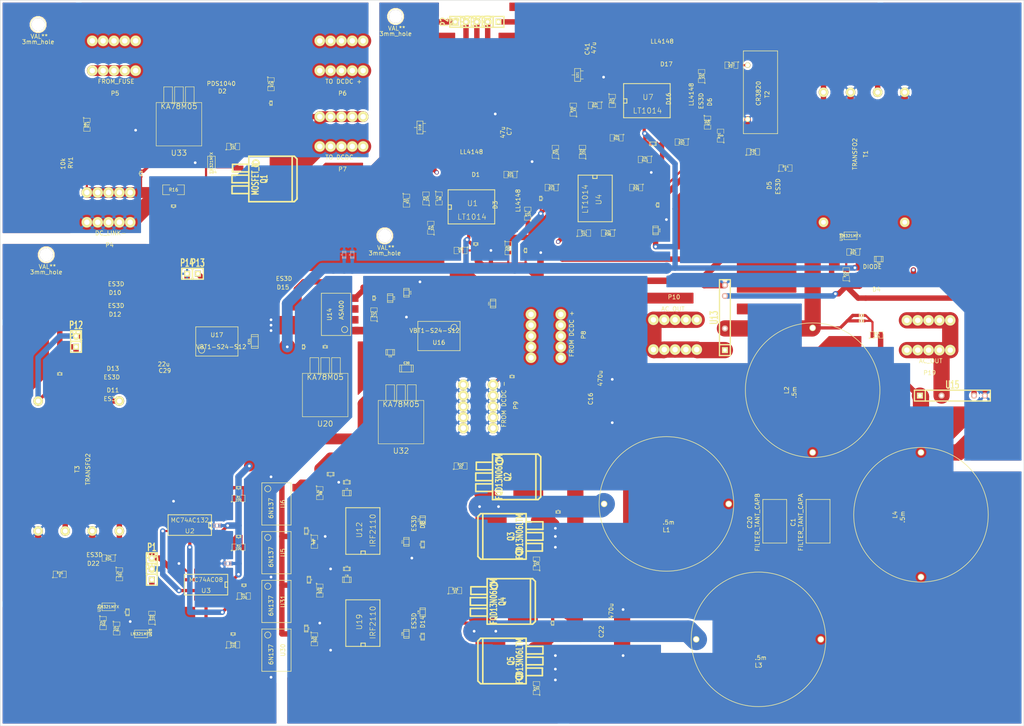
<source format=kicad_pcb>
(kicad_pcb (version 3) (host pcbnew "(2013-07-07 BZR 4022)-stable")
  (layers (15 F.Cu signal) (0 B.Cu signal) (18 B.Paste user) (19 F.Paste user) (20 B.SilkS user) (21 F.SilkS user) (22 B.Mask user) (23 F.Mask user) (28 Edge.Cuts user))
  (net 0 "")
  (net 1 +12V)
  (net 2 +24V)
  (net 3 +5V)
  (net 4 +5VA)
  (net 5 /DClinkGND)
  (net 6 GND)
  (net 7 GNDA)
  (net 8 N-000001)
  (net 9 N-00000109)
  (net 10 N-0000011)
  (net 11 N-00000112)
  (net 12 N-00000117)
  (net 13 N-00000118)
  (net 14 N-00000119)
  (net 15 N-0000012)
  (net 16 N-00000120)
  (net 17 N-00000121)
  (net 18 N-00000122)
  (net 19 N-00000123)
  (net 20 N-00000124)
  (net 21 N-00000125)
  (net 22 N-00000126)
  (net 23 N-00000127)
  (net 24 N-0000013)
  (net 25 N-0000014)
  (net 26 N-0000015)
  (net 27 N-0000016)
  (net 28 N-0000017)
  (net 29 N-0000018)
  (net 30 N-0000019)
  (net 31 N-000002)
  (net 32 N-0000020)
  (net 33 N-0000021)
  (net 34 N-0000022)
  (net 35 N-0000023)
  (net 36 N-0000024)
  (net 37 N-0000025)
  (net 38 N-0000026)
  (net 39 N-0000028)
  (net 40 N-0000029)
  (net 41 N-000003)
  (net 42 N-0000030)
  (net 43 N-0000031)
  (net 44 N-0000032)
  (net 45 N-0000033)
  (net 46 N-0000034)
  (net 47 N-0000035)
  (net 48 N-0000036)
  (net 49 N-0000037)
  (net 50 N-0000038)
  (net 51 N-0000039)
  (net 52 N-000004)
  (net 53 N-0000040)
  (net 54 N-0000041)
  (net 55 N-0000042)
  (net 56 N-0000043)
  (net 57 N-0000044)
  (net 58 N-0000045)
  (net 59 N-0000046)
  (net 60 N-0000047)
  (net 61 N-0000048)
  (net 62 N-0000049)
  (net 63 N-000005)
  (net 64 N-0000050)
  (net 65 N-0000051)
  (net 66 N-0000052)
  (net 67 N-0000054)
  (net 68 N-0000055)
  (net 69 N-0000056)
  (net 70 N-0000057)
  (net 71 N-0000058)
  (net 72 N-0000059)
  (net 73 N-000006)
  (net 74 N-0000060)
  (net 75 N-0000061)
  (net 76 N-0000062)
  (net 77 N-0000063)
  (net 78 N-0000064)
  (net 79 N-0000065)
  (net 80 N-0000066)
  (net 81 N-0000067)
  (net 82 N-0000068)
  (net 83 N-0000069)
  (net 84 N-000007)
  (net 85 N-0000070)
  (net 86 N-0000071)
  (net 87 N-0000072)
  (net 88 N-0000073)
  (net 89 N-0000074)
  (net 90 N-0000076)
  (net 91 N-0000077)
  (net 92 N-0000078)
  (net 93 N-0000079)
  (net 94 N-000008)
  (net 95 N-0000080)
  (net 96 N-0000081)
  (net 97 N-0000082)
  (net 98 N-0000095)
  (module TO263 (layer F.Cu) (at 97.79 54.61 270)
    (fp_text reference Q1 (at 0 -5.969 270) (layer F.SilkS) (effects (font (size 1.524 1.016) (thickness 0.254))))
    (fp_text value MOSFET_N (at 0 -3.937 270) (layer F.SilkS) (effects (font (size 1.524 1.016) (thickness 0.254))))
    (pad 1 smd rect (at -2.54 0 270) (size 1.143 2.286) (layers F.Cu F.Paste F.Mask) (net 54 N-0000041))
    (pad 2 smd rect (at 0 -10.795 270) (size 10.80008 6.9977) (layers F.Cu F.Paste F.Mask) (net 44 N-0000032))
    (pad 3 smd rect (at 2.54 0 270) (size 1.143 2.286) (layers F.Cu F.Paste F.Mask) (net 5 /DClinkGND))
    (pad 2 smd rect (at 0 0 270) (size 1.143 2.286) (layers F.Cu F.Paste F.Mask) (net 44 N-0000032))
  )
  (module TO263 (layer F.Cu) (at 153.67 153.67 270)
    (fp_text reference Q4 (at 0 -5.969 270) (layer F.SilkS) (effects (font (size 1.524 1.016) (thickness 0.254))))
    (fp_text value FQD13N06LTM (at 0 -3.937 270) (layer F.SilkS) (effects (font (size 1.524 1.016) (thickness 0.254))))
    (pad 1 smd rect (at -2.54 0 270) (size 1.143 2.286) (layers F.Cu F.Paste F.Mask) (net 8 N-000001))
    (pad 2 smd rect (at 0 -10.795 270) (size 10.80008 6.9977) (layers F.Cu F.Paste F.Mask) (net 2 +24V))
    (pad 3 smd rect (at 2.54 0 270) (size 1.143 2.286) (layers F.Cu F.Paste F.Mask) (net 97 N-0000082))
    (pad 2 smd rect (at 0 0 270) (size 1.143 2.286) (layers F.Cu F.Paste F.Mask) (net 2 +24V))
  )
  (module TO263 (layer F.Cu) (at 167.64 167.64 90)
    (fp_text reference Q5 (at 0 -5.969 90) (layer F.SilkS) (effects (font (size 1.524 1.016) (thickness 0.254))))
    (fp_text value FQD13N06LTM (at 0 -3.937 90) (layer F.SilkS) (effects (font (size 1.524 1.016) (thickness 0.254))))
    (pad 1 smd rect (at -2.54 0 90) (size 1.143 2.286) (layers F.Cu F.Paste F.Mask) (net 31 N-000002))
    (pad 2 smd rect (at 0 -10.795 90) (size 10.80008 6.9977) (layers F.Cu F.Paste F.Mask) (net 97 N-0000082))
    (pad 3 smd rect (at 2.54 0 90) (size 1.143 2.286) (layers F.Cu F.Paste F.Mask) (net 6 GND))
    (pad 2 smd rect (at 0 0 90) (size 1.143 2.286) (layers F.Cu F.Paste F.Mask) (net 97 N-0000082))
  )
  (module TO263 (layer F.Cu) (at 154.94 124.46 270)
    (fp_text reference Q2 (at 0 -5.969 270) (layer F.SilkS) (effects (font (size 1.524 1.016) (thickness 0.254))))
    (fp_text value FQD13N06LTM (at 0 -3.937 270) (layer F.SilkS) (effects (font (size 1.524 1.016) (thickness 0.254))))
    (pad 1 smd rect (at -2.54 0 270) (size 1.143 2.286) (layers F.Cu F.Paste F.Mask) (net 52 N-000004))
    (pad 2 smd rect (at 0 -10.795 270) (size 10.80008 6.9977) (layers F.Cu F.Paste F.Mask) (net 2 +24V))
    (pad 3 smd rect (at 2.54 0 270) (size 1.143 2.286) (layers F.Cu F.Paste F.Mask) (net 96 N-0000081))
    (pad 2 smd rect (at 0 0 270) (size 1.143 2.286) (layers F.Cu F.Paste F.Mask) (net 2 +24V))
  )
  (module TO263 (layer F.Cu) (at 167.64 138.43 90)
    (fp_text reference Q3 (at 0 -5.969 90) (layer F.SilkS) (effects (font (size 1.524 1.016) (thickness 0.254))))
    (fp_text value FQD13N06LTM (at 0 -3.937 90) (layer F.SilkS) (effects (font (size 1.524 1.016) (thickness 0.254))))
    (pad 1 smd rect (at -2.54 0 90) (size 1.143 2.286) (layers F.Cu F.Paste F.Mask) (net 41 N-000003))
    (pad 2 smd rect (at 0 -10.795 90) (size 10.80008 6.9977) (layers F.Cu F.Paste F.Mask) (net 96 N-0000081))
    (pad 3 smd rect (at 2.54 0 90) (size 1.143 2.286) (layers F.Cu F.Paste F.Mask) (net 6 GND))
    (pad 2 smd rect (at 0 0 90) (size 1.143 2.286) (layers F.Cu F.Paste F.Mask) (net 96 N-0000081))
  )
  (module SOT23-5 (layer F.Cu) (at 74.93 161.29)
    (fp_text reference U28 (at 2.19964 -0.29972 90) (layer F.SilkS) (effects (font (size 0.635 0.635) (thickness 0.127))))
    (fp_text value LM321MFX (at 0 0) (layer F.SilkS) (effects (font (size 0.635 0.635) (thickness 0.127))))
    (pad 1 smd rect (at -0.9525 1.27) (size 0.508 0.762) (layers F.Cu F.Paste F.Mask) (net 25 N-0000014))
    (pad 3 smd rect (at 0.9525 1.27) (size 0.508 0.762) (layers F.Cu F.Paste F.Mask) (net 15 N-0000012))
    (pad 5 smd rect (at -0.9525 -1.27) (size 0.508 0.762) (layers F.Cu F.Paste F.Mask) (net 4 +5VA))
    (pad 2 smd rect (at 0 1.27) (size 0.508 0.762) (layers F.Cu F.Paste F.Mask) (net 7 GNDA))
    (pad 4 smd rect (at 0.9525 -1.27) (size 0.508 0.762) (layers F.Cu F.Paste F.Mask) (net 15 N-0000012))
  )
  (module SOT23-5 (layer F.Cu) (at 67.31 154.94 180)
    (fp_text reference U24 (at 2.19964 -0.29972 270) (layer F.SilkS) (effects (font (size 0.635 0.635) (thickness 0.127))))
    (fp_text value LM321MFX (at 0 0 180) (layer F.SilkS) (effects (font (size 0.635 0.635) (thickness 0.127))))
    (pad 1 smd rect (at -0.9525 1.27 180) (size 0.508 0.762) (layers F.Cu F.Paste F.Mask) (net 65 N-0000051))
    (pad 3 smd rect (at 0.9525 1.27 180) (size 0.508 0.762) (layers F.Cu F.Paste F.Mask) (net 7 GNDA))
    (pad 5 smd rect (at -0.9525 -1.27 180) (size 0.508 0.762) (layers F.Cu F.Paste F.Mask) (net 4 +5VA))
    (pad 2 smd rect (at 0 1.27 180) (size 0.508 0.762) (layers F.Cu F.Paste F.Mask) (net 7 GNDA))
    (pad 4 smd rect (at 0.9525 -1.27 180) (size 0.508 0.762) (layers F.Cu F.Paste F.Mask) (net 24 N-0000013))
  )
  (module SOT23-5 (layer F.Cu) (at 241.3 67.945 180)
    (fp_text reference U18 (at 2.19964 -0.29972 270) (layer F.SilkS) (effects (font (size 0.635 0.635) (thickness 0.127))))
    (fp_text value LM321MFX (at 0 0 180) (layer F.SilkS) (effects (font (size 0.635 0.635) (thickness 0.127))))
    (pad 1 smd rect (at -0.9525 1.27 180) (size 0.508 0.762) (layers F.Cu F.Paste F.Mask) (net 72 N-0000059))
    (pad 3 smd rect (at 0.9525 1.27 180) (size 0.508 0.762) (layers F.Cu F.Paste F.Mask) (net 71 N-0000058))
    (pad 5 smd rect (at -0.9525 -1.27 180) (size 0.508 0.762) (layers F.Cu F.Paste F.Mask) (net 4 +5VA))
    (pad 2 smd rect (at 0 1.27 180) (size 0.508 0.762) (layers F.Cu F.Paste F.Mask) (net 7 GNDA))
    (pad 4 smd rect (at 0.9525 -1.27 180) (size 0.508 0.762) (layers F.Cu F.Paste F.Mask) (net 71 N-0000058))
  )
  (module SOT23-5 (layer F.Cu) (at 91.44 50.8 270)
    (fp_text reference U34 (at 2.19964 -0.29972 360) (layer F.SilkS) (effects (font (size 0.635 0.635) (thickness 0.127))))
    (fp_text value LM321MFX (at 0 0 270) (layer F.SilkS) (effects (font (size 0.635 0.635) (thickness 0.127))))
    (pad 1 smd rect (at -0.9525 1.27 270) (size 0.508 0.762) (layers F.Cu F.Paste F.Mask) (net 88 N-0000073))
    (pad 3 smd rect (at 0.9525 1.27 270) (size 0.508 0.762) (layers F.Cu F.Paste F.Mask) (net 5 /DClinkGND))
    (pad 5 smd rect (at -0.9525 -1.27 270) (size 0.508 0.762) (layers F.Cu F.Paste F.Mask) (net 91 N-0000077))
    (pad 2 smd rect (at 0 1.27 270) (size 0.508 0.762) (layers F.Cu F.Paste F.Mask) (net 90 N-0000076))
    (pad 4 smd rect (at 0.9525 -1.27 270) (size 0.508 0.762) (layers F.Cu F.Paste F.Mask) (net 54 N-0000041))
  )
  (module sot23 (layer F.Cu) (at 140.335 42.545 90)
    (fp_text reference D18 (at 0 0 90) (layer F.SilkS) (effects (font (size 0.50038 0.50038) (thickness 0.09906))))
    (fp_text value BZX84C3V3 hide)
    (pad 1 smd rect (at -0.9525 1.05664 90) (size 0.59944 1.00076) (layers F.Cu F.Paste F.Mask) (net 7 GNDA))
    (pad 2 smd rect (at 0 -1.05664 90) (size 0.59944 1.00076) (layers F.Cu F.Paste F.Mask) (net 78 N-0000064))
    (pad 3 smd rect (at 0.9525 1.05664 90) (size 0.59944 1.00076) (layers F.Cu F.Paste F.Mask))
  )
  (module sot23 (layer F.Cu) (at 177.292 30.226 90)
    (fp_text reference D21 (at 0 0 90) (layer F.SilkS) (effects (font (size 0.50038 0.50038) (thickness 0.09906))))
    (fp_text value BZX84C3V3 hide)
    (pad 1 smd rect (at -0.9525 1.05664 90) (size 0.59944 1.00076) (layers F.Cu F.Paste F.Mask) (net 7 GNDA))
    (pad 2 smd rect (at 0 -1.05664 90) (size 0.59944 1.00076) (layers F.Cu F.Paste F.Mask) (net 76 N-0000062))
    (pad 3 smd rect (at 0.9525 1.05664 90) (size 0.59944 1.00076) (layers F.Cu F.Paste F.Mask))
  )
  (module SOD-80 (layer F.Cu) (at 199.644 25.146 180)
    (fp_text reference D17 (at 1.524 -2.54 180) (layer F.SilkS))
    (fp_text value LL4148 (at 2.54 2.794 180) (layer F.SilkS))
    (pad 1 smd rect (at 0 0 180) (size 1.25 2) (layers F.Cu F.Paste F.Mask) (net 58 N-0000045))
    (pad 2 smd rect (at 3.75 0 180) (size 1.25 2) (layers F.Cu F.Paste F.Mask) (net 83 N-0000069))
  )
  (module SOD-80 (layer F.Cu) (at 201.168 37.338 90)
    (fp_text reference D16 (at 1.524 -2.54 90) (layer F.SilkS))
    (fp_text value LL4148 (at 2.54 2.794 90) (layer F.SilkS))
    (pad 1 smd rect (at 0 0 90) (size 1.25 2) (layers F.Cu F.Paste F.Mask) (net 86 N-0000071))
    (pad 2 smd rect (at 3.75 0 90) (size 1.25 2) (layers F.Cu F.Paste F.Mask) (net 85 N-0000070))
  )
  (module SOD-80 (layer F.Cu) (at 160.528 62.23 90)
    (fp_text reference D3 (at 1.524 -2.54 90) (layer F.SilkS))
    (fp_text value LL4148 (at 2.54 2.794 90) (layer F.SilkS))
    (pad 1 smd rect (at 0 0 90) (size 1.25 2) (layers F.Cu F.Paste F.Mask) (net 40 N-0000029))
    (pad 2 smd rect (at 3.75 0 90) (size 1.25 2) (layers F.Cu F.Paste F.Mask) (net 61 N-0000048))
  )
  (module SOD-80 (layer F.Cu) (at 154.94 51.054 180)
    (fp_text reference D1 (at 1.524 -2.54 180) (layer F.SilkS))
    (fp_text value LL4148 (at 2.54 2.794 180) (layer F.SilkS))
    (pad 1 smd rect (at 0 0 180) (size 1.25 2) (layers F.Cu F.Paste F.Mask) (net 94 N-000008))
    (pad 2 smd rect (at 3.75 0 180) (size 1.25 2) (layers F.Cu F.Paste F.Mask) (net 60 N-0000047))
  )
  (module SOD-80 (layer F.Cu) (at 248.92 77.978 180)
    (fp_text reference D4 (at 1.524 -2.54 180) (layer F.SilkS))
    (fp_text value DIODE (at 2.54 2.794 180) (layer F.SilkS))
    (pad 1 smd rect (at 0 0 180) (size 1.25 2) (layers F.Cu F.Paste F.Mask) (net 7 GNDA))
    (pad 2 smd rect (at 3.75 0 180) (size 1.25 2) (layers F.Cu F.Paste F.Mask) (net 89 N-0000074))
  )
  (module SO16W (layer F.Cu) (at 127 158.75 90)
    (fp_text reference U19 (at 0.254 -0.889 90) (layer F.SilkS) (effects (font (size 1.27 1.27) (thickness 0.127))))
    (fp_text value IRF2110 (at 0.127 2.286 90) (layer F.SilkS) (effects (font (size 1.27 1.27) (thickness 0.127))))
    (pad 1 smd rect (at -4.445 5.08 90) (size 0.508 1.143) (layers F.Cu F.Paste F.Mask) (net 38 N-0000026))
    (pad 2 smd rect (at -3.175 5.08 90) (size 0.508 1.143) (layers F.Cu F.Paste F.Mask) (net 6 GND))
    (pad 3 smd rect (at -1.905 5.08 90) (size 0.508 1.143) (layers F.Cu F.Paste F.Mask) (net 1 +12V))
    (pad 4 smd rect (at -0.635 5.08 90) (size 0.508 1.143) (layers F.Cu F.Paste F.Mask))
    (pad 5 smd rect (at 0.635 5.08 90) (size 0.508 1.143) (layers F.Cu F.Paste F.Mask))
    (pad 6 smd rect (at 1.905 5.08 90) (size 0.508 1.143) (layers F.Cu F.Paste F.Mask) (net 97 N-0000082))
    (pad 7 smd rect (at 3.175 5.08 90) (size 0.508 1.143) (layers F.Cu F.Paste F.Mask) (net 9 N-00000109))
    (pad 8 smd rect (at 4.445 5.08 90) (size 0.508 1.143) (layers F.Cu F.Paste F.Mask) (net 37 N-0000025))
    (pad 9 smd rect (at 4.445 -5.08 90) (size 0.508 1.143) (layers F.Cu F.Paste F.Mask))
    (pad 10 smd rect (at 3.175 -5.08 90) (size 0.508 1.143) (layers F.Cu F.Paste F.Mask))
    (pad 11 smd rect (at 1.905 -5.08 90) (size 0.508 1.143) (layers F.Cu F.Paste F.Mask) (net 3 +5V))
    (pad 12 smd rect (at 0.635 -5.08 90) (size 0.508 1.143) (layers F.Cu F.Paste F.Mask) (net 33 N-0000021))
    (pad 13 smd rect (at -0.635 -5.08 90) (size 0.508 1.143) (layers F.Cu F.Paste F.Mask) (net 6 GND))
    (pad 14 smd rect (at -1.905 -5.08 90) (size 0.508 1.143) (layers F.Cu F.Paste F.Mask) (net 36 N-0000024))
    (pad 15 smd rect (at -3.175 -5.08 90) (size 0.508 1.143) (layers F.Cu F.Paste F.Mask) (net 6 GND))
    (pad 16 smd rect (at -4.445 -5.08 90) (size 0.508 1.143) (layers F.Cu F.Paste F.Mask))
  )
  (module SO16W (layer F.Cu) (at 127 137.16 90)
    (fp_text reference U12 (at 0.254 -0.889 90) (layer F.SilkS) (effects (font (size 1.27 1.27) (thickness 0.127))))
    (fp_text value IRF2110 (at 0.127 2.286 90) (layer F.SilkS) (effects (font (size 1.27 1.27) (thickness 0.127))))
    (pad 1 smd rect (at -4.445 5.08 90) (size 0.508 1.143) (layers F.Cu F.Paste F.Mask) (net 35 N-0000023))
    (pad 2 smd rect (at -3.175 5.08 90) (size 0.508 1.143) (layers F.Cu F.Paste F.Mask) (net 6 GND))
    (pad 3 smd rect (at -1.905 5.08 90) (size 0.508 1.143) (layers F.Cu F.Paste F.Mask) (net 1 +12V))
    (pad 4 smd rect (at -0.635 5.08 90) (size 0.508 1.143) (layers F.Cu F.Paste F.Mask))
    (pad 5 smd rect (at 0.635 5.08 90) (size 0.508 1.143) (layers F.Cu F.Paste F.Mask))
    (pad 6 smd rect (at 1.905 5.08 90) (size 0.508 1.143) (layers F.Cu F.Paste F.Mask) (net 96 N-0000081))
    (pad 7 smd rect (at 3.175 5.08 90) (size 0.508 1.143) (layers F.Cu F.Paste F.Mask) (net 11 N-00000112))
    (pad 8 smd rect (at 4.445 5.08 90) (size 0.508 1.143) (layers F.Cu F.Paste F.Mask) (net 34 N-0000022))
    (pad 9 smd rect (at 4.445 -5.08 90) (size 0.508 1.143) (layers F.Cu F.Paste F.Mask))
    (pad 10 smd rect (at 3.175 -5.08 90) (size 0.508 1.143) (layers F.Cu F.Paste F.Mask))
    (pad 11 smd rect (at 1.905 -5.08 90) (size 0.508 1.143) (layers F.Cu F.Paste F.Mask) (net 3 +5V))
    (pad 12 smd rect (at 0.635 -5.08 90) (size 0.508 1.143) (layers F.Cu F.Paste F.Mask) (net 63 N-000005))
    (pad 13 smd rect (at -0.635 -5.08 90) (size 0.508 1.143) (layers F.Cu F.Paste F.Mask) (net 6 GND))
    (pad 14 smd rect (at -1.905 -5.08 90) (size 0.508 1.143) (layers F.Cu F.Paste F.Mask) (net 73 N-000006))
    (pad 15 smd rect (at -3.175 -5.08 90) (size 0.508 1.143) (layers F.Cu F.Paste F.Mask) (net 6 GND))
    (pad 16 smd rect (at -4.445 -5.08 90) (size 0.508 1.143) (layers F.Cu F.Paste F.Mask))
  )
  (module SO14N (layer F.Cu) (at 86.36 135.89 180)
    (fp_text reference U2 (at 0 -1.27 180) (layer F.SilkS) (effects (font (size 1.016 1.143) (thickness 0.127))))
    (fp_text value MC74AC132 (at 0 1.27 180) (layer F.SilkS) (effects (font (size 1.016 1.016) (thickness 0.127))))
    (pad 1 smd rect (at -3.81 3.302 180) (size 0.508 1.143) (layers F.Cu F.Paste F.Mask) (net 95 N-0000080))
    (pad 2 smd rect (at -2.54 3.302 180) (size 0.508 1.143) (layers F.Cu F.Paste F.Mask) (net 95 N-0000080))
    (pad 3 smd rect (at -1.27 3.302 180) (size 0.508 1.143) (layers F.Cu F.Paste F.Mask) (net 20 N-00000124))
    (pad 4 smd rect (at 0 3.302 180) (size 0.508 1.143) (layers F.Cu F.Paste F.Mask))
    (pad 5 smd rect (at 1.27 3.302 180) (size 0.508 1.143) (layers F.Cu F.Paste F.Mask))
    (pad 6 smd rect (at 2.54 3.302 180) (size 0.508 1.143) (layers F.Cu F.Paste F.Mask))
    (pad 7 smd rect (at 3.81 3.302 180) (size 0.508 1.143) (layers F.Cu F.Paste F.Mask) (net 7 GNDA))
    (pad 8 smd rect (at 3.81 -3.048 180) (size 0.508 1.143) (layers F.Cu F.Paste F.Mask))
    (pad 9 smd rect (at 2.54 -3.048 180) (size 0.508 1.143) (layers F.Cu F.Paste F.Mask))
    (pad 11 smd rect (at 0 -3.048 180) (size 0.508 1.143) (layers F.Cu F.Paste F.Mask) (net 18 N-00000122))
    (pad 12 smd rect (at -1.27 -3.048 180) (size 0.508 1.143) (layers F.Cu F.Paste F.Mask) (net 93 N-0000079))
    (pad 13 smd rect (at -2.54 -3.048 180) (size 0.508 1.143) (layers F.Cu F.Paste F.Mask) (net 93 N-0000079))
    (pad 14 smd rect (at -3.81 -3.048 180) (size 0.508 1.143) (layers F.Cu F.Paste F.Mask) (net 4 +5VA))
    (pad 10 smd rect (at 1.27 -3.048 180) (size 0.508 1.143) (layers F.Cu F.Paste F.Mask))
  )
  (module SO14N (layer F.Cu) (at 90.17 149.86 180)
    (fp_text reference U3 (at 0 -1.27 180) (layer F.SilkS) (effects (font (size 1.016 1.143) (thickness 0.127))))
    (fp_text value MC74AC08 (at 0 1.27 180) (layer F.SilkS) (effects (font (size 1.016 1.016) (thickness 0.127))))
    (pad 1 smd rect (at -3.81 3.302 180) (size 0.508 1.143) (layers F.Cu F.Paste F.Mask) (net 95 N-0000080))
    (pad 2 smd rect (at -2.54 3.302 180) (size 0.508 1.143) (layers F.Cu F.Paste F.Mask) (net 95 N-0000080))
    (pad 3 smd rect (at -1.27 3.302 180) (size 0.508 1.143) (layers F.Cu F.Paste F.Mask) (net 21 N-00000125))
    (pad 4 smd rect (at 0 3.302 180) (size 0.508 1.143) (layers F.Cu F.Paste F.Mask))
    (pad 5 smd rect (at 1.27 3.302 180) (size 0.508 1.143) (layers F.Cu F.Paste F.Mask))
    (pad 6 smd rect (at 2.54 3.302 180) (size 0.508 1.143) (layers F.Cu F.Paste F.Mask))
    (pad 7 smd rect (at 3.81 3.302 180) (size 0.508 1.143) (layers F.Cu F.Paste F.Mask) (net 7 GNDA))
    (pad 8 smd rect (at 3.81 -3.048 180) (size 0.508 1.143) (layers F.Cu F.Paste F.Mask))
    (pad 9 smd rect (at 2.54 -3.048 180) (size 0.508 1.143) (layers F.Cu F.Paste F.Mask))
    (pad 11 smd rect (at 0 -3.048 180) (size 0.508 1.143) (layers F.Cu F.Paste F.Mask) (net 22 N-00000126))
    (pad 12 smd rect (at -1.27 -3.048 180) (size 0.508 1.143) (layers F.Cu F.Paste F.Mask) (net 93 N-0000079))
    (pad 13 smd rect (at -2.54 -3.048 180) (size 0.508 1.143) (layers F.Cu F.Paste F.Mask) (net 93 N-0000079))
    (pad 14 smd rect (at -3.81 -3.048 180) (size 0.508 1.143) (layers F.Cu F.Paste F.Mask) (net 4 +5VA))
    (pad 10 smd rect (at 1.27 -3.048 180) (size 0.508 1.143) (layers F.Cu F.Paste F.Mask))
  )
  (module SMC (layer F.Cu) (at 68.58 95.25 180)
    (fp_text reference D13 (at 0.254 -3.81 180) (layer F.SilkS))
    (fp_text value ES3D (at 0.508 -5.842 180) (layer F.SilkS))
    (pad 1 smd rect (at -3.4 0 180) (size 2.5 3.3) (layers F.Cu F.Paste F.Mask) (net 30 N-0000019))
    (pad 2 smd rect (at 3.4 0 180) (size 2.5 3.3) (layers F.Cu F.Paste F.Mask) (net 13 N-00000118))
  )
  (module SMC (layer F.Cu) (at 68.58 85.09)
    (fp_text reference D10 (at 0.254 -3.81) (layer F.SilkS))
    (fp_text value ES3D (at 0.508 -5.842) (layer F.SilkS))
    (pad 1 smd rect (at -3.4 0) (size 2.5 3.3) (layers F.Cu F.Paste F.Mask) (net 14 N-00000119))
    (pad 2 smd rect (at 3.4 0) (size 2.5 3.3) (layers F.Cu F.Paste F.Mask) (net 84 N-000007))
  )
  (module SMC (layer F.Cu) (at 68.58 100.33 180)
    (fp_text reference D11 (at 0.254 -3.81 180) (layer F.SilkS))
    (fp_text value ES3D (at 0.508 -5.842 180) (layer F.SilkS))
    (pad 1 smd rect (at -3.4 0 180) (size 2.5 3.3) (layers F.Cu F.Paste F.Mask) (net 30 N-0000019))
    (pad 2 smd rect (at 3.4 0 180) (size 2.5 3.3) (layers F.Cu F.Paste F.Mask) (net 14 N-00000119))
  )
  (module SMC (layer F.Cu) (at 68.58 90.17)
    (fp_text reference D12 (at 0.254 -3.81) (layer F.SilkS))
    (fp_text value ES3D (at 0.508 -5.842) (layer F.SilkS))
    (pad 1 smd rect (at -3.4 0) (size 2.5 3.3) (layers F.Cu F.Paste F.Mask) (net 13 N-00000118))
    (pad 2 smd rect (at 3.4 0) (size 2.5 3.3) (layers F.Cu F.Paste F.Mask) (net 84 N-000007))
  )
  (module SMC (layer F.Cu) (at 144.78 135.89 90)
    (fp_text reference D8 (at 0.254 -3.81 90) (layer F.SilkS))
    (fp_text value ES3D (at 0.508 -5.842 90) (layer F.SilkS))
    (pad 1 smd rect (at -3.4 0 90) (size 2.5 3.3) (layers F.Cu F.Paste F.Mask) (net 1 +12V))
    (pad 2 smd rect (at 3.4 0 90) (size 2.5 3.3) (layers F.Cu F.Paste F.Mask) (net 11 N-00000112))
  )
  (module SMC (layer F.Cu) (at 107.95 83.82)
    (fp_text reference D15 (at 0.254 -3.81) (layer F.SilkS))
    (fp_text value ES3D (at 0.508 -5.842) (layer F.SilkS))
    (pad 1 smd rect (at -3.4 0) (size 2.5 3.3) (layers F.Cu F.Paste F.Mask) (net 1 +12V))
    (pad 2 smd rect (at 3.4 0) (size 2.5 3.3) (layers F.Cu F.Paste F.Mask) (net 1 +12V))
  )
  (module SMC (layer F.Cu) (at 144.78 158.75 90)
    (fp_text reference D14 (at 0.254 -3.81 90) (layer F.SilkS))
    (fp_text value ES3D (at 0.508 -5.842 90) (layer F.SilkS))
    (pad 1 smd rect (at -3.4 0 90) (size 2.5 3.3) (layers F.Cu F.Paste F.Mask) (net 1 +12V))
    (pad 2 smd rect (at 3.4 0 90) (size 2.5 3.3) (layers F.Cu F.Paste F.Mask) (net 9 N-00000109))
  )
  (module SM1206 (layer F.Cu) (at 82.55 57.15)
    (fp_text reference R16 (at 0 0) (layer F.SilkS) (effects (font (size 0.762 0.762) (thickness 0.127))))
    (fp_text value .01 hide)
    (pad 1 smd rect (at -1.651 0) (size 1.524 2.032) (layers F.Cu F.Paste F.Mask) (net 90 N-0000076))
    (pad 2 smd rect (at 1.651 0) (size 1.524 2.032) (layers F.Cu F.Paste F.Mask) (net 5 /DClinkGND))
  )
  (module SM0805 (layer F.Cu) (at 142.875 66.04 90)
    (fp_text reference R4 (at 0 -0.3175 90) (layer F.SilkS) (effects (font (size 0.50038 0.50038) (thickness 0.10922))))
    (fp_text value 33k (at 0 0.381 90) (layer F.SilkS) (effects (font (size 0.50038 0.50038) (thickness 0.10922))))
    (pad 1 smd rect (at -0.9525 0 90) (size 0.889 1.397) (layers F.Cu F.Paste F.Mask) (net 53 N-0000040))
    (pad 2 smd rect (at 0.9525 0 90) (size 0.889 1.397) (layers F.Cu F.Paste F.Mask) (net 48 N-0000036))
  )
  (module SM0805 (layer F.Cu) (at 201.676 45.974 180)
    (fp_text reference R32 (at 0 -0.3175 180) (layer F.SilkS) (effects (font (size 0.50038 0.50038) (thickness 0.10922))))
    (fp_text value 33k (at 0 0.381 180) (layer F.SilkS) (effects (font (size 0.50038 0.50038) (thickness 0.10922))))
    (pad 1 smd rect (at -0.9525 0 180) (size 0.889 1.397) (layers F.Cu F.Paste F.Mask) (net 74 N-0000060))
    (pad 2 smd rect (at 0.9525 0 180) (size 0.889 1.397) (layers F.Cu F.Paste F.Mask) (net 32 N-0000020))
  )
  (module SM0805 (layer F.Cu) (at 186.436 44.958 180)
    (fp_text reference R45 (at 0 -0.3175 180) (layer F.SilkS) (effects (font (size 0.50038 0.50038) (thickness 0.10922))))
    (fp_text value 39k (at 0 0.381 180) (layer F.SilkS) (effects (font (size 0.50038 0.50038) (thickness 0.10922))))
    (pad 1 smd rect (at -0.9525 0 180) (size 0.889 1.397) (layers F.Cu F.Paste F.Mask) (net 29 N-0000018))
    (pad 2 smd rect (at 0.9525 0 180) (size 0.889 1.397) (layers F.Cu F.Paste F.Mask) (net 56 N-0000043))
  )
  (module SM0805 (layer F.Cu) (at 206.375 30.48 90)
    (fp_text reference R33 (at 0 -0.3175 90) (layer F.SilkS) (effects (font (size 0.50038 0.50038) (thickness 0.10922))))
    (fp_text value 33k (at 0 0.381 90) (layer F.SilkS) (effects (font (size 0.50038 0.50038) (thickness 0.10922))))
    (pad 1 smd rect (at -0.9525 0 90) (size 0.889 1.397) (layers F.Cu F.Paste F.Mask) (net 32 N-0000020))
    (pad 2 smd rect (at 0.9525 0 90) (size 0.889 1.397) (layers F.Cu F.Paste F.Mask) (net 85 N-0000070))
  )
  (module SM0805 (layer F.Cu) (at 193.04 50.038 180)
    (fp_text reference R43 (at 0 -0.3175 180) (layer F.SilkS) (effects (font (size 0.50038 0.50038) (thickness 0.10922))))
    (fp_text value 33k (at 0 0.381 180) (layer F.SilkS) (effects (font (size 0.50038 0.50038) (thickness 0.10922))))
    (pad 1 smd rect (at -0.9525 0 180) (size 0.889 1.397) (layers F.Cu F.Paste F.Mask) (net 7 GNDA))
    (pad 2 smd rect (at 0.9525 0 180) (size 0.889 1.397) (layers F.Cu F.Paste F.Mask) (net 29 N-0000018))
  )
  (module SM0805 (layer F.Cu) (at 181.356 37.338 180)
    (fp_text reference R44 (at 0 -0.3175 180) (layer F.SilkS) (effects (font (size 0.50038 0.50038) (thickness 0.10922))))
    (fp_text value 33k (at 0 0.381 180) (layer F.SilkS) (effects (font (size 0.50038 0.50038) (thickness 0.10922))))
    (pad 1 smd rect (at -0.9525 0 180) (size 0.889 1.397) (layers F.Cu F.Paste F.Mask) (net 57 N-0000044))
    (pad 2 smd rect (at 0.9525 0 180) (size 0.889 1.397) (layers F.Cu F.Paste F.Mask) (net 7 GNDA))
  )
  (module SM0805 (layer F.Cu) (at 185.42 36.322 270)
    (fp_text reference R42 (at 0 -0.3175 270) (layer F.SilkS) (effects (font (size 0.50038 0.50038) (thickness 0.10922))))
    (fp_text value 33k (at 0 0.381 270) (layer F.SilkS) (effects (font (size 0.50038 0.50038) (thickness 0.10922))))
    (pad 1 smd rect (at -0.9525 0 270) (size 0.889 1.397) (layers F.Cu F.Paste F.Mask) (net 87 N-0000072))
    (pad 2 smd rect (at 0.9525 0 270) (size 0.889 1.397) (layers F.Cu F.Paste F.Mask) (net 57 N-0000044))
  )
  (module SM0805 (layer F.Cu) (at 144.78 59.182 270)
    (fp_text reference R6 (at 0 -0.3175 270) (layer F.SilkS) (effects (font (size 0.50038 0.50038) (thickness 0.10922))))
    (fp_text value 47k (at 0 0.381 270) (layer F.SilkS) (effects (font (size 0.50038 0.50038) (thickness 0.10922))))
    (pad 1 smd rect (at -0.9525 0 270) (size 0.889 1.397) (layers F.Cu F.Paste F.Mask) (net 59 N-0000046))
    (pad 2 smd rect (at 0.9525 0 270) (size 0.889 1.397) (layers F.Cu F.Paste F.Mask) (net 49 N-0000037))
  )
  (module SM0805 (layer F.Cu) (at 141.732 59.182 90)
    (fp_text reference R3 (at 0 -0.3175 90) (layer F.SilkS) (effects (font (size 0.50038 0.50038) (thickness 0.10922))))
    (fp_text value 33k (at 0 0.381 90) (layer F.SilkS) (effects (font (size 0.50038 0.50038) (thickness 0.10922))))
    (pad 1 smd rect (at -0.9525 0 90) (size 0.889 1.397) (layers F.Cu F.Paste F.Mask) (net 49 N-0000037))
    (pad 2 smd rect (at 0.9525 0 90) (size 0.889 1.397) (layers F.Cu F.Paste F.Mask) (net 7 GNDA))
  )
  (module SM0805 (layer F.Cu) (at 149.86 71.374 180)
    (fp_text reference R7 (at 0 -0.3175 180) (layer F.SilkS) (effects (font (size 0.50038 0.50038) (thickness 0.10922))))
    (fp_text value 39k (at 0 0.381 180) (layer F.SilkS) (effects (font (size 0.50038 0.50038) (thickness 0.10922))))
    (pad 1 smd rect (at -0.9525 0 180) (size 0.889 1.397) (layers F.Cu F.Paste F.Mask) (net 7 GNDA))
    (pad 2 smd rect (at 0.9525 0 180) (size 0.889 1.397) (layers F.Cu F.Paste F.Mask) (net 53 N-0000040))
  )
  (module SM0805 (layer F.Cu) (at 161.544 53.594 180)
    (fp_text reference R15 (at 0 -0.3175 180) (layer F.SilkS) (effects (font (size 0.50038 0.50038) (thickness 0.10922))))
    (fp_text value 33k (at 0 0.381 180) (layer F.SilkS) (effects (font (size 0.50038 0.50038) (thickness 0.10922))))
    (pad 1 smd rect (at -0.9525 0 180) (size 0.889 1.397) (layers F.Cu F.Paste F.Mask) (net 62 N-0000049))
    (pad 2 smd rect (at 0.9525 0 180) (size 0.889 1.397) (layers F.Cu F.Paste F.Mask) (net 61 N-0000048))
  )
  (module SM0805 (layer F.Cu) (at 115.57 162.56 270)
    (fp_text reference R50 (at 0 -0.3175 270) (layer F.SilkS) (effects (font (size 0.50038 0.50038) (thickness 0.10922))))
    (fp_text value 3.3k (at 0 0.381 270) (layer F.SilkS) (effects (font (size 0.50038 0.50038) (thickness 0.10922))))
    (pad 1 smd rect (at -0.9525 0 270) (size 0.889 1.397) (layers F.Cu F.Paste F.Mask) (net 3 +5V))
    (pad 2 smd rect (at 0.9525 0 270) (size 0.889 1.397) (layers F.Cu F.Paste F.Mask) (net 36 N-0000024))
  )
  (module SM0805 (layer F.Cu) (at 116.84 151.13 270)
    (fp_text reference R49 (at 0 -0.3175 270) (layer F.SilkS) (effects (font (size 0.50038 0.50038) (thickness 0.10922))))
    (fp_text value 3.3k (at 0 0.381 270) (layer F.SilkS) (effects (font (size 0.50038 0.50038) (thickness 0.10922))))
    (pad 1 smd rect (at -0.9525 0 270) (size 0.889 1.397) (layers F.Cu F.Paste F.Mask) (net 3 +5V))
    (pad 2 smd rect (at 0.9525 0 270) (size 0.889 1.397) (layers F.Cu F.Paste F.Mask) (net 33 N-0000021))
  )
  (module SM0805 (layer F.Cu) (at 116.84 128.27 270)
    (fp_text reference R8 (at 0 -0.3175 270) (layer F.SilkS) (effects (font (size 0.50038 0.50038) (thickness 0.10922))))
    (fp_text value 3.3k (at 0 0.381 270) (layer F.SilkS) (effects (font (size 0.50038 0.50038) (thickness 0.10922))))
    (pad 1 smd rect (at -0.9525 0 270) (size 0.889 1.397) (layers F.Cu F.Paste F.Mask) (net 3 +5V))
    (pad 2 smd rect (at 0.9525 0 270) (size 0.889 1.397) (layers F.Cu F.Paste F.Mask) (net 63 N-000005))
  )
  (module SM0805 (layer F.Cu) (at 115.57 139.7 270)
    (fp_text reference R9 (at 0 0 270) (layer F.SilkS) (effects (font (size 0.50038 0.50038) (thickness 0.10922))))
    (fp_text value 3.3k (at 0 0.381 270) (layer F.SilkS) (effects (font (size 0.50038 0.50038) (thickness 0.10922))))
    (pad 1 smd rect (at -0.9525 0 270) (size 0.889 1.397) (layers F.Cu F.Paste F.Mask) (net 3 +5V))
    (pad 2 smd rect (at 0.9525 0 270) (size 0.889 1.397) (layers F.Cu F.Paste F.Mask) (net 73 N-000006))
  )
  (module SM0805 (layer F.Cu) (at 178.816 67.31)
    (fp_text reference R11 (at 0 -0.3175) (layer F.SilkS) (effects (font (size 0.50038 0.50038) (thickness 0.10922))))
    (fp_text value 22k (at 0 0.381) (layer F.SilkS) (effects (font (size 0.50038 0.50038) (thickness 0.10922))))
    (pad 1 smd rect (at -0.9525 0) (size 0.889 1.397) (layers F.Cu F.Paste F.Mask) (net 26 N-0000015))
    (pad 2 smd rect (at 0.9525 0) (size 0.889 1.397) (layers F.Cu F.Paste F.Mask) (net 98 N-0000095))
  )
  (module SM0805 (layer F.Cu) (at 172.085 48.26 90)
    (fp_text reference R5 (at 0 -0.3175 90) (layer F.SilkS) (effects (font (size 0.50038 0.50038) (thickness 0.10922))))
    (fp_text value 220 (at 0 0.381 90) (layer F.SilkS) (effects (font (size 0.50038 0.50038) (thickness 0.10922))))
    (pad 1 smd rect (at -0.9525 0 90) (size 0.889 1.397) (layers F.Cu F.Paste F.Mask) (net 39 N-0000028))
    (pad 2 smd rect (at 0.9525 0 90) (size 0.889 1.397) (layers F.Cu F.Paste F.Mask) (net 42 N-0000030))
  )
  (module SM0805 (layer F.Cu) (at 171.196 56.642 180)
    (fp_text reference R10 (at 0 -0.3175 180) (layer F.SilkS) (effects (font (size 0.50038 0.50038) (thickness 0.10922))))
    (fp_text value 33k (at 0 0.381 180) (layer F.SilkS) (effects (font (size 0.50038 0.50038) (thickness 0.10922))))
    (pad 1 smd rect (at -0.9525 0 180) (size 0.889 1.397) (layers F.Cu F.Paste F.Mask) (net 98 N-0000095))
    (pad 2 smd rect (at 0.9525 0 180) (size 0.889 1.397) (layers F.Cu F.Paste F.Mask) (net 7 GNDA))
  )
  (module SM0805 (layer F.Cu) (at 165.608 62.738 90)
    (fp_text reference R17 (at 0 -0.3175 90) (layer F.SilkS) (effects (font (size 0.50038 0.50038) (thickness 0.10922))))
    (fp_text value 33k (at 0 0.381 90) (layer F.SilkS) (effects (font (size 0.50038 0.50038) (thickness 0.10922))))
    (pad 1 smd rect (at -0.9525 0 90) (size 0.889 1.397) (layers F.Cu F.Paste F.Mask) (net 68 N-0000055))
    (pad 2 smd rect (at 0.9525 0 90) (size 0.889 1.397) (layers F.Cu F.Paste F.Mask) (net 62 N-0000049))
  )
  (module SM0805 (layer F.Cu) (at 148.59 151.13)
    (fp_text reference R26 (at 0 -0.3175) (layer F.SilkS) (effects (font (size 0.50038 0.50038) (thickness 0.10922))))
    (fp_text value 33 (at 0 0.381) (layer F.SilkS) (effects (font (size 0.50038 0.50038) (thickness 0.10922))))
    (pad 1 smd rect (at -0.9525 0) (size 0.889 1.397) (layers F.Cu F.Paste F.Mask) (net 37 N-0000025))
    (pad 2 smd rect (at 0.9525 0) (size 0.889 1.397) (layers F.Cu F.Paste F.Mask) (net 8 N-000001))
  )
  (module SM0805 (layer F.Cu) (at 105.41 32.385 270)
    (fp_text reference R18 (at 0 -0.3175 270) (layer F.SilkS) (effects (font (size 0.50038 0.50038) (thickness 0.10922))))
    (fp_text value 2.2k (at 0 0.381 270) (layer F.SilkS) (effects (font (size 0.50038 0.50038) (thickness 0.10922))))
    (pad 1 smd rect (at -0.9525 0 270) (size 0.889 1.397) (layers F.Cu F.Paste F.Mask) (net 46 N-0000034))
    (pad 2 smd rect (at 0.9525 0 270) (size 0.889 1.397) (layers F.Cu F.Paste F.Mask) (net 45 N-0000033))
  )
  (module SM0805 (layer F.Cu) (at 62.23 41.91 270)
    (fp_text reference R13 (at 0 -0.3175 270) (layer F.SilkS) (effects (font (size 0.50038 0.50038) (thickness 0.10922))))
    (fp_text value 68k (at 0 0.381 270) (layer F.SilkS) (effects (font (size 0.50038 0.50038) (thickness 0.10922))))
    (pad 1 smd rect (at -0.9525 0 270) (size 0.889 1.397) (layers F.Cu F.Paste F.Mask) (net 91 N-0000077))
    (pad 2 smd rect (at 0.9525 0 270) (size 0.889 1.397) (layers F.Cu F.Paste F.Mask) (net 75 N-0000061))
  )
  (module SM0805 (layer F.Cu) (at 240.284 76.962 90)
    (fp_text reference R25 (at 0 -0.3175 90) (layer F.SilkS) (effects (font (size 0.50038 0.50038) (thickness 0.10922))))
    (fp_text value 33 (at 0 0.381 90) (layer F.SilkS) (effects (font (size 0.50038 0.50038) (thickness 0.10922))))
    (pad 1 smd rect (at -0.9525 0 90) (size 0.889 1.397) (layers F.Cu F.Paste F.Mask) (net 89 N-0000074))
    (pad 2 smd rect (at 0.9525 0 90) (size 0.889 1.397) (layers F.Cu F.Paste F.Mask) (net 71 N-0000058))
  )
  (module SM0805 (layer F.Cu) (at 129.54 86.36 90)
    (fp_text reference R23 (at 0 -0.3175 90) (layer F.SilkS) (effects (font (size 0.50038 0.50038) (thickness 0.10922))))
    (fp_text value 2.2k (at 0 0.381 90) (layer F.SilkS) (effects (font (size 0.50038 0.50038) (thickness 0.10922))))
    (pad 1 smd rect (at -0.9525 0 90) (size 0.889 1.397) (layers F.Cu F.Paste F.Mask) (net 2 +24V))
    (pad 2 smd rect (at 0.9525 0 90) (size 0.889 1.397) (layers F.Cu F.Paste F.Mask) (net 47 N-0000035))
  )
  (module SM0805 (layer F.Cu) (at 149.86 121.92)
    (fp_text reference R20 (at 0 -0.3175) (layer F.SilkS) (effects (font (size 0.50038 0.50038) (thickness 0.10922))))
    (fp_text value 33 (at 0 0.381) (layer F.SilkS) (effects (font (size 0.50038 0.50038) (thickness 0.10922))))
    (pad 1 smd rect (at -0.9525 0) (size 0.889 1.397) (layers F.Cu F.Paste F.Mask) (net 34 N-0000022))
    (pad 2 smd rect (at 0.9525 0) (size 0.889 1.397) (layers F.Cu F.Paste F.Mask) (net 52 N-000004))
  )
  (module SM0805 (layer F.Cu) (at 161.036 70.866 270)
    (fp_text reference R22 (at 0 -0.3175 270) (layer F.SilkS) (effects (font (size 0.50038 0.50038) (thickness 0.10922))))
    (fp_text value 33k (at 0 0.381 270) (layer F.SilkS) (effects (font (size 0.50038 0.50038) (thickness 0.10922))))
    (pad 1 smd rect (at -0.9525 0 270) (size 0.889 1.397) (layers F.Cu F.Paste F.Mask) (net 68 N-0000055))
    (pad 2 smd rect (at 0.9525 0 270) (size 0.889 1.397) (layers F.Cu F.Paste F.Mask) (net 7 GNDA))
  )
  (module SM0805 (layer F.Cu) (at 207.772 41.402 270)
    (fp_text reference R28 (at 0 -0.3175 270) (layer F.SilkS) (effects (font (size 0.50038 0.50038) (thickness 0.10922))))
    (fp_text value 150 (at 0 0.381 270) (layer F.SilkS) (effects (font (size 0.50038 0.50038) (thickness 0.10922))))
    (pad 1 smd rect (at -0.9525 0 270) (size 0.889 1.397) (layers F.Cu F.Paste F.Mask) (net 74 N-0000060))
    (pad 2 smd rect (at 0.9525 0 270) (size 0.889 1.397) (layers F.Cu F.Paste F.Mask) (net 7 GNDA))
  )
  (module SM0805 (layer F.Cu) (at 167.64 144.78 90)
    (fp_text reference R19 (at 0 -0.3175 90) (layer F.SilkS) (effects (font (size 0.50038 0.50038) (thickness 0.10922))))
    (fp_text value 33 (at 0 0.381 90) (layer F.SilkS) (effects (font (size 0.50038 0.50038) (thickness 0.10922))))
    (pad 1 smd rect (at -0.9525 0 90) (size 0.889 1.397) (layers F.Cu F.Paste F.Mask) (net 35 N-0000023))
    (pad 2 smd rect (at 0.9525 0 90) (size 0.889 1.397) (layers F.Cu F.Paste F.Mask) (net 41 N-000003))
  )
  (module SM0805 (layer F.Cu) (at 247.396 91.186)
    (fp_text reference R24 (at 0 -0.3175) (layer F.SilkS) (effects (font (size 0.50038 0.50038) (thickness 0.10922))))
    (fp_text value 2.2k (at 0 0.381) (layer F.SilkS) (effects (font (size 0.50038 0.50038) (thickness 0.10922))))
    (pad 1 smd rect (at -0.9525 0) (size 0.889 1.397) (layers F.Cu F.Paste F.Mask) (net 23 N-00000127))
    (pad 2 smd rect (at 0.9525 0) (size 0.889 1.397) (layers F.Cu F.Paste F.Mask) (net 82 N-0000068))
  )
  (module SM0805 (layer F.Cu) (at 178.435 48.26 90)
    (fp_text reference R29 (at 0 -0.3175 90) (layer F.SilkS) (effects (font (size 0.50038 0.50038) (thickness 0.10922))))
    (fp_text value 220 (at 0 0.381 90) (layer F.SilkS) (effects (font (size 0.50038 0.50038) (thickness 0.10922))))
    (pad 1 smd rect (at -0.9525 0 90) (size 0.889 1.397) (layers F.Cu F.Paste F.Mask) (net 10 N-0000011))
    (pad 2 smd rect (at 0.9525 0 90) (size 0.889 1.397) (layers F.Cu F.Paste F.Mask) (net 77 N-0000063))
  )
  (module SM0805 (layer F.Cu) (at 176.276 38.354 90)
    (fp_text reference R30 (at 0 -0.3175 90) (layer F.SilkS) (effects (font (size 0.50038 0.50038) (thickness 0.10922))))
    (fp_text value 33 (at 0 0.381 90) (layer F.SilkS) (effects (font (size 0.50038 0.50038) (thickness 0.10922))))
    (pad 1 smd rect (at -0.9525 0 90) (size 0.889 1.397) (layers F.Cu F.Paste F.Mask) (net 56 N-0000043))
    (pad 2 smd rect (at 0.9525 0 90) (size 0.889 1.397) (layers F.Cu F.Paste F.Mask) (net 76 N-0000062))
  )
  (module SM0805 (layer F.Cu) (at 137.16 59.69 270)
    (fp_text reference R21 (at 0 -0.3175 270) (layer F.SilkS) (effects (font (size 0.50038 0.50038) (thickness 0.10922))))
    (fp_text value 33 (at 0 0.381 270) (layer F.SilkS) (effects (font (size 0.50038 0.50038) (thickness 0.10922))))
    (pad 1 smd rect (at -0.9525 0 270) (size 0.889 1.397) (layers F.Cu F.Paste F.Mask) (net 78 N-0000064))
    (pad 2 smd rect (at 0.9525 0 270) (size 0.889 1.397) (layers F.Cu F.Paste F.Mask) (net 48 N-0000036))
  )
  (module SM0805 (layer F.Cu) (at 191.008 56.642 180)
    (fp_text reference R39 (at 0 -0.3175 180) (layer F.SilkS) (effects (font (size 0.50038 0.50038) (thickness 0.10922))))
    (fp_text value 33k (at 0 0.381 180) (layer F.SilkS) (effects (font (size 0.50038 0.50038) (thickness 0.10922))))
    (pad 1 smd rect (at -0.9525 0 180) (size 0.889 1.397) (layers F.Cu F.Paste F.Mask) (net 7 GNDA))
    (pad 2 smd rect (at 0.9525 0 180) (size 0.889 1.397) (layers F.Cu F.Paste F.Mask) (net 27 N-0000016))
  )
  (module SM0805 (layer F.Cu) (at 77.47 157.48 90)
    (fp_text reference R46 (at 0 -0.3175 90) (layer F.SilkS) (effects (font (size 0.50038 0.50038) (thickness 0.10922))))
    (fp_text value 220 (at 0 0.381 90) (layer F.SilkS) (effects (font (size 0.50038 0.50038) (thickness 0.10922))))
    (pad 1 smd rect (at -0.9525 0 90) (size 0.889 1.397) (layers F.Cu F.Paste F.Mask) (net 15 N-0000012))
    (pad 2 smd rect (at 0.9525 0 90) (size 0.889 1.397) (layers F.Cu F.Paste F.Mask) (net 43 N-0000031))
  )
  (module SM0805 (layer F.Cu) (at 184.404 67.31 180)
    (fp_text reference R38 (at 0 -0.3175 180) (layer F.SilkS) (effects (font (size 0.50038 0.50038) (thickness 0.10922))))
    (fp_text value 22k (at 0 0.381 180) (layer F.SilkS) (effects (font (size 0.50038 0.50038) (thickness 0.10922))))
    (pad 1 smd rect (at -0.9525 0 180) (size 0.889 1.397) (layers F.Cu F.Paste F.Mask) (net 28 N-0000017))
    (pad 2 smd rect (at 0.9525 0 180) (size 0.889 1.397) (layers F.Cu F.Paste F.Mask) (net 27 N-0000016))
  )
  (module SM0805 (layer F.Cu) (at 97.79 140.97)
    (fp_text reference R2 (at 0 -0.3175) (layer F.SilkS) (effects (font (size 0.50038 0.50038) (thickness 0.10922))))
    (fp_text value 220 (at 0 0.381) (layer F.SilkS) (effects (font (size 0.50038 0.50038) (thickness 0.10922))))
    (pad 1 smd rect (at -0.9525 0) (size 0.889 1.397) (layers F.Cu F.Paste F.Mask) (net 21 N-00000125))
    (pad 2 smd rect (at 0.9525 0) (size 0.889 1.397) (layers F.Cu F.Paste F.Mask) (net 16 N-00000120))
  )
  (module SM0805 (layer F.Cu) (at 97.79 129.54)
    (fp_text reference R1 (at 0 -0.3175) (layer F.SilkS) (effects (font (size 0.50038 0.50038) (thickness 0.10922))))
    (fp_text value 220 (at 0 0.381) (layer F.SilkS) (effects (font (size 0.50038 0.50038) (thickness 0.10922))))
    (pad 1 smd rect (at -0.9525 0) (size 0.889 1.397) (layers F.Cu F.Paste F.Mask) (net 20 N-00000124))
    (pad 2 smd rect (at 0.9525 0) (size 0.889 1.397) (layers F.Cu F.Paste F.Mask) (net 19 N-00000123))
  )
  (module SM0805 (layer F.Cu) (at 167.64 173.99 90)
    (fp_text reference R27 (at 0 -0.3175 90) (layer F.SilkS) (effects (font (size 0.50038 0.50038) (thickness 0.10922))))
    (fp_text value 33 (at 0 0.381 90) (layer F.SilkS) (effects (font (size 0.50038 0.50038) (thickness 0.10922))))
    (pad 1 smd rect (at -0.9525 0 90) (size 0.889 1.397) (layers F.Cu F.Paste F.Mask) (net 38 N-0000026))
    (pad 2 smd rect (at 0.9525 0 90) (size 0.889 1.397) (layers F.Cu F.Paste F.Mask) (net 31 N-000002))
  )
  (module SM0805 (layer F.Cu) (at 96.52 163.83)
    (fp_text reference R48 (at 0 -0.3175) (layer F.SilkS) (effects (font (size 0.50038 0.50038) (thickness 0.10922))))
    (fp_text value 220 (at 0 0.381) (layer F.SilkS) (effects (font (size 0.50038 0.50038) (thickness 0.10922))))
    (pad 1 smd rect (at -0.9525 0) (size 0.889 1.397) (layers F.Cu F.Paste F.Mask) (net 22 N-00000126))
    (pad 2 smd rect (at 0.9525 0) (size 0.889 1.397) (layers F.Cu F.Paste F.Mask) (net 12 N-00000117))
  )
  (module SM0805 (layer F.Cu) (at 99.06 152.4)
    (fp_text reference R47 (at 0 -0.3175) (layer F.SilkS) (effects (font (size 0.50038 0.50038) (thickness 0.10922))))
    (fp_text value 220 (at 0 0.381) (layer F.SilkS) (effects (font (size 0.50038 0.50038) (thickness 0.10922))))
    (pad 1 smd rect (at -0.9525 0) (size 0.889 1.397) (layers F.Cu F.Paste F.Mask) (net 18 N-00000122))
    (pad 2 smd rect (at 0.9525 0) (size 0.889 1.397) (layers F.Cu F.Paste F.Mask) (net 17 N-00000121))
  )
  (module SM0805 (layer F.Cu) (at 66.04 158.75 270)
    (fp_text reference R40 (at 0 -0.3175 270) (layer F.SilkS) (effects (font (size 0.50038 0.50038) (thickness 0.10922))))
    (fp_text value 22k (at 0 0.381 270) (layer F.SilkS) (effects (font (size 0.50038 0.50038) (thickness 0.10922))))
    (pad 1 smd rect (at -0.9525 0 270) (size 0.889 1.397) (layers F.Cu F.Paste F.Mask) (net 24 N-0000013))
    (pad 2 smd rect (at 0.9525 0 270) (size 0.889 1.397) (layers F.Cu F.Paste F.Mask) (net 25 N-0000014))
  )
  (module SM0805 (layer F.Cu) (at 69.215 160.02 270)
    (fp_text reference R41 (at 0 -0.3175 270) (layer F.SilkS) (effects (font (size 0.50038 0.50038) (thickness 0.10922))))
    (fp_text value 33k (at 0 0.381 270) (layer F.SilkS) (effects (font (size 0.50038 0.50038) (thickness 0.10922))))
    (pad 1 smd rect (at -0.9525 0 270) (size 0.889 1.397) (layers F.Cu F.Paste F.Mask) (net 7 GNDA))
    (pad 2 smd rect (at 0.9525 0 270) (size 0.889 1.397) (layers F.Cu F.Paste F.Mask) (net 25 N-0000014))
  )
  (module SIL-1 (layer F.Cu) (at 156.21 17.78 90)
    (fp_text reference P18 (at 0 -2.54 90) (layer F.SilkS) (effects (font (size 1.72974 1.08712) (thickness 0.27178))))
    (fp_text value OUTPUTI_PEAK hide)
    (pad 1 thru_hole rect (at 0 0 90) (size 1.397 1.397) (drill 0.8128) (layers *.Cu *.Mask F.SilkS) (net 76 N-0000062))
  )
  (module SIL-1 (layer F.Cu) (at 153.67 17.78 90)
    (fp_text reference P16 (at 0 -2.54 90) (layer F.SilkS) (effects (font (size 1.72974 1.08712) (thickness 0.27178))))
    (fp_text value OUTPUTI_EDGE_DET hide)
    (pad 1 thru_hole rect (at 0 0 90) (size 1.397 1.397) (drill 0.8128) (layers *.Cu *.Mask F.SilkS) (net 77 N-0000063))
  )
  (module SIL-1 (layer F.Cu) (at 158.75 17.78 90)
    (fp_text reference P20 (at 0 -2.54 90) (layer F.SilkS) (effects (font (size 1.72974 1.08712) (thickness 0.27178))))
    (fp_text value DIS/CONN hide)
    (pad 1 thru_hole rect (at 0 0 90) (size 1.397 1.397) (drill 0.8128) (layers *.Cu *.Mask F.SilkS) (net 72 N-0000059))
  )
  (module SIL-1 (layer F.Cu) (at 151.13 17.78 90)
    (fp_text reference P3 (at 0 -2.54 90) (layer F.SilkS) (effects (font (size 1.72974 1.08712) (thickness 0.27178))))
    (fp_text value OUTPUTV_EDGE_DET hide)
    (pad 1 thru_hole rect (at 0 0 90) (size 1.397 1.397) (drill 0.8128) (layers *.Cu *.Mask F.SilkS) (net 42 N-0000030))
  )
  (module SIL-1 (layer F.Cu) (at 77.47 146.05)
    (fp_text reference P15 (at 0 -2.54) (layer F.SilkS) (effects (font (size 1.72974 1.08712) (thickness 0.27178))))
    (fp_text value LOW_FREQ_PWM hide)
    (pad 1 thru_hole rect (at 0 0) (size 1.397 1.397) (drill 0.8128) (layers *.Cu *.Mask F.SilkS) (net 93 N-0000079))
  )
  (module SIL-1 (layer F.Cu) (at 77.47 143.51)
    (fp_text reference P1 (at 0 -2.54) (layer F.SilkS) (effects (font (size 1.72974 1.08712) (thickness 0.27178))))
    (fp_text value HIGH_FREQ_PWM hide)
    (pad 1 thru_hole rect (at 0 0) (size 1.397 1.397) (drill 0.8128) (layers *.Cu *.Mask F.SilkS) (net 95 N-0000080))
  )
  (module SIL-1 (layer F.Cu) (at 59.69 91.44)
    (fp_text reference P12 (at 0 -2.54) (layer F.SilkS) (effects (font (size 1.72974 1.08712) (thickness 0.27178))))
    (fp_text value "GRID REF -" hide)
    (pad 1 thru_hole rect (at 0 0) (size 1.397 1.397) (drill 0.8128) (layers *.Cu *.Mask F.SilkS) (net 13 N-00000118))
  )
  (module SIL-1 (layer F.Cu) (at 59.69 93.98)
    (fp_text reference P11 (at 0 -2.54) (layer F.SilkS) (effects (font (size 1.72974 1.08712) (thickness 0.27178))))
    (fp_text value "GRID REF +" hide)
    (pad 1 thru_hole rect (at 0 0) (size 1.397 1.397) (drill 0.8128) (layers *.Cu *.Mask F.SilkS) (net 14 N-00000119))
  )
  (module SIL-1 (layer F.Cu) (at 77.47 148.59)
    (fp_text reference P17 (at 0 -2.54) (layer F.SilkS) (effects (font (size 1.72974 1.08712) (thickness 0.27178))))
    (fp_text value REF_EDGE_DET hide)
    (pad 1 thru_hole rect (at 0 0) (size 1.397 1.397) (drill 0.8128) (layers *.Cu *.Mask F.SilkS) (net 43 N-0000031))
  )
  (module SIL-1 (layer F.Cu) (at 148.59 17.78 90)
    (fp_text reference P2 (at 0 -2.54 90) (layer F.SilkS) (effects (font (size 1.72974 1.08712) (thickness 0.27178))))
    (fp_text value OUTPUTV_PEAK hide)
    (pad 1 thru_hole rect (at 0 0 90) (size 1.397 1.397) (drill 0.8128) (layers *.Cu *.Mask F.SilkS) (net 78 N-0000064))
  )
  (module Screw_TerminalA (layer F.Cu) (at 200.152 87.63 180)
    (fp_text reference P10 (at 0.254 5.334 180) (layer F.SilkS))
    (fp_text value AC_OUT (at 0.508 2.54 180) (layer F.SilkS))
    (pad 1 thru_hole circle (at 0 0 180) (size 2.5 2.5) (drill 1.27) (layers *.Cu *.Mask F.SilkS) (net 51 N-0000039))
    (pad 1 thru_hole circle (at 2.54 0 180) (size 2.5 2.5) (drill 1.27) (layers *.Cu *.Mask F.SilkS) (net 51 N-0000039))
    (pad 1 thru_hole circle (at 5.08 0 180) (size 2.5 2.5) (drill 1.27) (layers *.Cu *.Mask F.SilkS) (net 51 N-0000039))
    (pad 1 thru_hole circle (at 0 -6.985 180) (size 2.5 2.5) (drill 1.27) (layers *.Cu *.Mask F.SilkS) (net 51 N-0000039))
    (pad 1 thru_hole circle (at 5.08 -6.985 180) (size 2.5 2.5) (drill 1.27) (layers *.Cu *.Mask F.SilkS) (net 51 N-0000039))
    (pad 1 thru_hole circle (at 2.54 -6.985 180) (size 2.5 2.5) (drill 1.27) (layers *.Cu *.Mask F.SilkS) (net 51 N-0000039))
    (pad 1 thru_hole circle (at -2.54 -6.985 180) (size 2.5 2.5) (drill 1.27) (layers *.Cu *.Mask F.SilkS) (net 51 N-0000039))
    (pad 1 thru_hole circle (at -5.08 -6.985 180) (size 2.5 2.5) (drill 1.27) (layers *.Cu *.Mask F.SilkS) (net 51 N-0000039))
    (pad 1 thru_hole circle (at -5.08 0 180) (size 2.5 2.5) (drill 1.27) (layers *.Cu *.Mask F.SilkS) (net 51 N-0000039))
    (pad 1 thru_hole circle (at -2.54 0 180) (size 2.5 2.5) (drill 1.27) (layers *.Cu *.Mask F.SilkS) (net 51 N-0000039))
  )
  (module Screw_TerminalA (layer F.Cu) (at 68.58 29.21)
    (fp_text reference P5 (at 0.254 5.334) (layer F.SilkS))
    (fp_text value FROM_FUSE (at 0.508 2.54) (layer F.SilkS))
    (pad 1 thru_hole circle (at 0 0) (size 2.5 2.5) (drill 1.27) (layers *.Cu *.Mask F.SilkS) (net 92 N-0000078))
    (pad 1 thru_hole circle (at 2.54 0) (size 2.5 2.5) (drill 1.27) (layers *.Cu *.Mask F.SilkS) (net 92 N-0000078))
    (pad 1 thru_hole circle (at 5.08 0) (size 2.5 2.5) (drill 1.27) (layers *.Cu *.Mask F.SilkS) (net 92 N-0000078))
    (pad 1 thru_hole circle (at 0 -6.985) (size 2.5 2.5) (drill 1.27) (layers *.Cu *.Mask F.SilkS) (net 92 N-0000078))
    (pad 1 thru_hole circle (at 5.08 -6.985) (size 2.5 2.5) (drill 1.27) (layers *.Cu *.Mask F.SilkS) (net 92 N-0000078))
    (pad 1 thru_hole circle (at 2.54 -6.985) (size 2.5 2.5) (drill 1.27) (layers *.Cu *.Mask F.SilkS) (net 92 N-0000078))
    (pad 1 thru_hole circle (at -2.54 -6.985) (size 2.5 2.5) (drill 1.27) (layers *.Cu *.Mask F.SilkS) (net 92 N-0000078))
    (pad 1 thru_hole circle (at -5.08 -6.985) (size 2.5 2.5) (drill 1.27) (layers *.Cu *.Mask F.SilkS) (net 92 N-0000078))
    (pad 1 thru_hole circle (at -5.08 0) (size 2.5 2.5) (drill 1.27) (layers *.Cu *.Mask F.SilkS) (net 92 N-0000078))
    (pad 1 thru_hole circle (at -2.54 0) (size 2.5 2.5) (drill 1.27) (layers *.Cu *.Mask F.SilkS) (net 92 N-0000078))
  )
  (module Screw_TerminalA (layer F.Cu) (at 67.31 64.77)
    (fp_text reference P4 (at 0.254 5.334) (layer F.SilkS))
    (fp_text value DC_LINK- (at 0.508 2.54) (layer F.SilkS))
    (pad 1 thru_hole circle (at 0 0) (size 2.5 2.5) (drill 1.27) (layers *.Cu *.Mask F.SilkS) (net 90 N-0000076))
    (pad 1 thru_hole circle (at 2.54 0) (size 2.5 2.5) (drill 1.27) (layers *.Cu *.Mask F.SilkS) (net 90 N-0000076))
    (pad 1 thru_hole circle (at 5.08 0) (size 2.5 2.5) (drill 1.27) (layers *.Cu *.Mask F.SilkS) (net 90 N-0000076))
    (pad 1 thru_hole circle (at 0 -6.985) (size 2.5 2.5) (drill 1.27) (layers *.Cu *.Mask F.SilkS) (net 90 N-0000076))
    (pad 1 thru_hole circle (at 5.08 -6.985) (size 2.5 2.5) (drill 1.27) (layers *.Cu *.Mask F.SilkS) (net 90 N-0000076))
    (pad 1 thru_hole circle (at 2.54 -6.985) (size 2.5 2.5) (drill 1.27) (layers *.Cu *.Mask F.SilkS) (net 90 N-0000076))
    (pad 1 thru_hole circle (at -2.54 -6.985) (size 2.5 2.5) (drill 1.27) (layers *.Cu *.Mask F.SilkS) (net 90 N-0000076))
    (pad 1 thru_hole circle (at -5.08 -6.985) (size 2.5 2.5) (drill 1.27) (layers *.Cu *.Mask F.SilkS) (net 90 N-0000076))
    (pad 1 thru_hole circle (at -5.08 0) (size 2.5 2.5) (drill 1.27) (layers *.Cu *.Mask F.SilkS) (net 90 N-0000076))
    (pad 1 thru_hole circle (at -2.54 0) (size 2.5 2.5) (drill 1.27) (layers *.Cu *.Mask F.SilkS) (net 90 N-0000076))
  )
  (module Screw_TerminalA (layer F.Cu) (at 259.588 94.742)
    (fp_text reference P19 (at 0.254 5.334) (layer F.SilkS))
    (fp_text value AC_OUT (at 0.508 2.54) (layer F.SilkS))
    (pad 1 thru_hole circle (at 0 0) (size 2.5 2.5) (drill 1.27) (layers *.Cu *.Mask F.SilkS) (net 50 N-0000038))
    (pad 1 thru_hole circle (at 2.54 0) (size 2.5 2.5) (drill 1.27) (layers *.Cu *.Mask F.SilkS) (net 50 N-0000038))
    (pad 1 thru_hole circle (at 5.08 0) (size 2.5 2.5) (drill 1.27) (layers *.Cu *.Mask F.SilkS) (net 50 N-0000038))
    (pad 1 thru_hole circle (at 0 -6.985) (size 2.5 2.5) (drill 1.27) (layers *.Cu *.Mask F.SilkS) (net 50 N-0000038))
    (pad 1 thru_hole circle (at 5.08 -6.985) (size 2.5 2.5) (drill 1.27) (layers *.Cu *.Mask F.SilkS) (net 50 N-0000038))
    (pad 1 thru_hole circle (at 2.54 -6.985) (size 2.5 2.5) (drill 1.27) (layers *.Cu *.Mask F.SilkS) (net 50 N-0000038))
    (pad 1 thru_hole circle (at -2.54 -6.985) (size 2.5 2.5) (drill 1.27) (layers *.Cu *.Mask F.SilkS) (net 50 N-0000038))
    (pad 1 thru_hole circle (at -5.08 -6.985) (size 2.5 2.5) (drill 1.27) (layers *.Cu *.Mask F.SilkS) (net 50 N-0000038))
    (pad 1 thru_hole circle (at -5.08 0) (size 2.5 2.5) (drill 1.27) (layers *.Cu *.Mask F.SilkS) (net 50 N-0000038))
    (pad 1 thru_hole circle (at -2.54 0) (size 2.5 2.5) (drill 1.27) (layers *.Cu *.Mask F.SilkS) (net 50 N-0000038))
  )
  (module Screw_TerminalA (layer F.Cu) (at 121.92 29.21)
    (fp_text reference P6 (at 0.254 5.334) (layer F.SilkS))
    (fp_text value "TO DCDC +" (at 0.508 2.54) (layer F.SilkS))
    (pad 1 thru_hole circle (at 0 0) (size 2.5 2.5) (drill 1.27) (layers *.Cu *.Mask F.SilkS) (net 46 N-0000034))
    (pad 1 thru_hole circle (at 2.54 0) (size 2.5 2.5) (drill 1.27) (layers *.Cu *.Mask F.SilkS) (net 46 N-0000034))
    (pad 1 thru_hole circle (at 5.08 0) (size 2.5 2.5) (drill 1.27) (layers *.Cu *.Mask F.SilkS) (net 46 N-0000034))
    (pad 1 thru_hole circle (at 0 -6.985) (size 2.5 2.5) (drill 1.27) (layers *.Cu *.Mask F.SilkS) (net 46 N-0000034))
    (pad 1 thru_hole circle (at 5.08 -6.985) (size 2.5 2.5) (drill 1.27) (layers *.Cu *.Mask F.SilkS) (net 46 N-0000034))
    (pad 1 thru_hole circle (at 2.54 -6.985) (size 2.5 2.5) (drill 1.27) (layers *.Cu *.Mask F.SilkS) (net 46 N-0000034))
    (pad 1 thru_hole circle (at -2.54 -6.985) (size 2.5 2.5) (drill 1.27) (layers *.Cu *.Mask F.SilkS) (net 46 N-0000034))
    (pad 1 thru_hole circle (at -5.08 -6.985) (size 2.5 2.5) (drill 1.27) (layers *.Cu *.Mask F.SilkS) (net 46 N-0000034))
    (pad 1 thru_hole circle (at -5.08 0) (size 2.5 2.5) (drill 1.27) (layers *.Cu *.Mask F.SilkS) (net 46 N-0000034))
    (pad 1 thru_hole circle (at -2.54 0) (size 2.5 2.5) (drill 1.27) (layers *.Cu *.Mask F.SilkS) (net 46 N-0000034))
  )
  (module Screw_TerminalA (layer F.Cu) (at 157.48 107.95 90)
    (fp_text reference P9 (at 0.254 5.334 90) (layer F.SilkS))
    (fp_text value "FROM DCDC -" (at 0.508 2.54 90) (layer F.SilkS))
    (pad 1 thru_hole circle (at 0 0 90) (size 2.5 2.5) (drill 1.27) (layers *.Cu *.Mask F.SilkS) (net 6 GND))
    (pad 1 thru_hole circle (at 2.54 0 90) (size 2.5 2.5) (drill 1.27) (layers *.Cu *.Mask F.SilkS) (net 6 GND))
    (pad 1 thru_hole circle (at 5.08 0 90) (size 2.5 2.5) (drill 1.27) (layers *.Cu *.Mask F.SilkS) (net 6 GND))
    (pad 1 thru_hole circle (at 0 -6.985 90) (size 2.5 2.5) (drill 1.27) (layers *.Cu *.Mask F.SilkS) (net 6 GND))
    (pad 1 thru_hole circle (at 5.08 -6.985 90) (size 2.5 2.5) (drill 1.27) (layers *.Cu *.Mask F.SilkS) (net 6 GND))
    (pad 1 thru_hole circle (at 2.54 -6.985 90) (size 2.5 2.5) (drill 1.27) (layers *.Cu *.Mask F.SilkS) (net 6 GND))
    (pad 1 thru_hole circle (at -2.54 -6.985 90) (size 2.5 2.5) (drill 1.27) (layers *.Cu *.Mask F.SilkS) (net 6 GND))
    (pad 1 thru_hole circle (at -5.08 -6.985 90) (size 2.5 2.5) (drill 1.27) (layers *.Cu *.Mask F.SilkS) (net 6 GND))
    (pad 1 thru_hole circle (at -5.08 0 90) (size 2.5 2.5) (drill 1.27) (layers *.Cu *.Mask F.SilkS) (net 6 GND))
    (pad 1 thru_hole circle (at -2.54 0 90) (size 2.5 2.5) (drill 1.27) (layers *.Cu *.Mask F.SilkS) (net 6 GND))
  )
  (module Screw_TerminalA (layer F.Cu) (at 173.355 91.44 90)
    (fp_text reference P8 (at 0.254 5.334 90) (layer F.SilkS))
    (fp_text value "FROM DCDC +" (at 0.508 2.54 90) (layer F.SilkS))
    (pad 1 thru_hole circle (at 0 0 90) (size 2.5 2.5) (drill 1.27) (layers *.Cu *.Mask F.SilkS) (net 2 +24V))
    (pad 1 thru_hole circle (at 2.54 0 90) (size 2.5 2.5) (drill 1.27) (layers *.Cu *.Mask F.SilkS) (net 2 +24V))
    (pad 1 thru_hole circle (at 5.08 0 90) (size 2.5 2.5) (drill 1.27) (layers *.Cu *.Mask F.SilkS) (net 2 +24V))
    (pad 1 thru_hole circle (at 0 -6.985 90) (size 2.5 2.5) (drill 1.27) (layers *.Cu *.Mask F.SilkS) (net 2 +24V))
    (pad 1 thru_hole circle (at 5.08 -6.985 90) (size 2.5 2.5) (drill 1.27) (layers *.Cu *.Mask F.SilkS) (net 2 +24V))
    (pad 1 thru_hole circle (at 2.54 -6.985 90) (size 2.5 2.5) (drill 1.27) (layers *.Cu *.Mask F.SilkS) (net 2 +24V))
    (pad 1 thru_hole circle (at -2.54 -6.985 90) (size 2.5 2.5) (drill 1.27) (layers *.Cu *.Mask F.SilkS) (net 2 +24V))
    (pad 1 thru_hole circle (at -5.08 -6.985 90) (size 2.5 2.5) (drill 1.27) (layers *.Cu *.Mask F.SilkS) (net 2 +24V))
    (pad 1 thru_hole circle (at -5.08 0 90) (size 2.5 2.5) (drill 1.27) (layers *.Cu *.Mask F.SilkS) (net 2 +24V))
    (pad 1 thru_hole circle (at -2.54 0 90) (size 2.5 2.5) (drill 1.27) (layers *.Cu *.Mask F.SilkS) (net 2 +24V))
  )
  (module Screw_TerminalA (layer F.Cu) (at 121.92 46.99)
    (fp_text reference P7 (at 0.254 5.334) (layer F.SilkS))
    (fp_text value "TO DCDC -" (at 0.508 2.54) (layer F.SilkS))
    (pad 1 thru_hole circle (at 0 0) (size 2.5 2.5) (drill 1.27) (layers *.Cu *.Mask F.SilkS) (net 44 N-0000032))
    (pad 1 thru_hole circle (at 2.54 0) (size 2.5 2.5) (drill 1.27) (layers *.Cu *.Mask F.SilkS) (net 44 N-0000032))
    (pad 1 thru_hole circle (at 5.08 0) (size 2.5 2.5) (drill 1.27) (layers *.Cu *.Mask F.SilkS) (net 44 N-0000032))
    (pad 1 thru_hole circle (at 0 -6.985) (size 2.5 2.5) (drill 1.27) (layers *.Cu *.Mask F.SilkS) (net 44 N-0000032))
    (pad 1 thru_hole circle (at 5.08 -6.985) (size 2.5 2.5) (drill 1.27) (layers *.Cu *.Mask F.SilkS) (net 44 N-0000032))
    (pad 1 thru_hole circle (at 2.54 -6.985) (size 2.5 2.5) (drill 1.27) (layers *.Cu *.Mask F.SilkS) (net 44 N-0000032))
    (pad 1 thru_hole circle (at -2.54 -6.985) (size 2.5 2.5) (drill 1.27) (layers *.Cu *.Mask F.SilkS) (net 44 N-0000032))
    (pad 1 thru_hole circle (at -5.08 -6.985) (size 2.5 2.5) (drill 1.27) (layers *.Cu *.Mask F.SilkS) (net 44 N-0000032))
    (pad 1 thru_hole circle (at -5.08 0) (size 2.5 2.5) (drill 1.27) (layers *.Cu *.Mask F.SilkS) (net 44 N-0000032))
    (pad 1 thru_hole circle (at -2.54 0) (size 2.5 2.5) (drill 1.27) (layers *.Cu *.Mask F.SilkS) (net 44 N-0000032))
  )
  (module POWERDI5 (layer F.Cu) (at 93.98 29.21 90)
    (fp_text reference D2 (at -4.826 0 180) (layer F.SilkS))
    (fp_text value PDS1040 (at -3.048 -0.254 180) (layer F.SilkS))
    (pad 1 smd rect (at 0 0 90) (size 3.36 4.86) (layers F.Cu F.Paste F.Mask) (net 92 N-0000078))
    (pad 2 smd rect (at 0.92 3.982 90) (size 1.39 1.4) (layers F.Cu F.Paste F.Mask) (net 46 N-0000034))
    (pad 2 smd rect (at -0.92 3.982 90) (size 1.39 1.4) (layers F.Cu F.Paste F.Mask) (net 46 N-0000034))
  )
  (module PANASONIC_SMT_CAP_H (layer F.Cu) (at 180.34 106.68 90)
    (fp_text reference C16 (at 0.508 0 90) (layer F.SilkS))
    (fp_text value 470u (at 5.334 2.286 90) (layer F.SilkS))
    (pad 2 smd rect (at 0 4.85 90) (size 2 5.7) (layers F.Cu F.Paste F.Mask) (net 6 GND))
    (pad 1 smd rect (at 0 -4.85 90) (size 2 5.7) (layers F.Cu F.Paste F.Mask) (net 2 +24V))
  )
  (module PANASONIC_SMT_CAP_H (layer F.Cu) (at 182.88 161.29 90)
    (fp_text reference C22 (at 0.508 0 90) (layer F.SilkS))
    (fp_text value 470u (at 5.334 2.286 90) (layer F.SilkS))
    (pad 2 smd rect (at 0 4.85 90) (size 2 5.7) (layers F.Cu F.Paste F.Mask) (net 6 GND))
    (pad 1 smd rect (at 0 -4.85 90) (size 2 5.7) (layers F.Cu F.Paste F.Mask) (net 2 +24V))
  )
  (module PANASONIC_SMT_CAP_D (layer F.Cu) (at 156.972 43.942 90)
    (fp_text reference C7 (at 0.508 4.318 90) (layer F.SilkS))
    (fp_text value 47u (at 0.254 2.794 90) (layer F.SilkS))
    (pad 2 smd rect (at 0 0 90) (size 1.6 3.2) (layers F.Cu F.Paste F.Mask) (net 7 GNDA))
    (pad 1 smd rect (at 0 -4.8 90) (size 1.6 3.2) (layers F.Cu F.Paste F.Mask) (net 60 N-0000047))
  )
  (module PANASONIC_SMT_CAP_C (layer F.Cu) (at 80.01 95.25)
    (fp_text reference C29 (at 0.508 4.318) (layer F.SilkS))
    (fp_text value 22u (at 0.254 2.794) (layer F.SilkS))
    (pad 2 smd rect (at 0 0) (size 1.6 2.8) (layers F.Cu F.Paste F.Mask) (net 30 N-0000019))
    (pad 1 smd rect (at 0 -4.3) (size 1.6 2.8) (layers F.Cu F.Paste F.Mask) (net 84 N-000007))
  )
  (module DPAK3 (layer F.Cu) (at 83.82 34.29 180)
    (fp_text reference U33 (at 0 -14.224 180) (layer F.SilkS) (effects (font (size 1.27 1.27) (thickness 0.1524))))
    (fp_text value KA78M05 (at 0 -3.302 180) (layer F.SilkS) (effects (font (size 1.27 1.27) (thickness 0.1524))))
    (pad 2 smd rect (at 0 -8.763 180) (size 10.668 8.89) (layers F.Cu F.Paste F.Mask) (net 90 N-0000076))
    (pad 2 smd rect (at 0 0 180) (size 1.778 2.286) (layers F.Cu F.Paste F.Mask) (net 90 N-0000076))
    (pad 1 smd rect (at -2.54 0 180) (size 1.778 2.286) (layers F.Cu F.Paste F.Mask) (net 92 N-0000078))
    (pad 3 smd rect (at 2.54 0 180) (size 1.778 2.286) (layers F.Cu F.Paste F.Mask) (net 91 N-0000077))
  )
  (module DPAK3 (layer F.Cu) (at 135.89 104.14 180)
    (fp_text reference U32 (at 0 -14.224 180) (layer F.SilkS) (effects (font (size 1.27 1.27) (thickness 0.1524))))
    (fp_text value KA78M05 (at 0 -3.302 180) (layer F.SilkS) (effects (font (size 1.27 1.27) (thickness 0.1524))))
    (pad 2 smd rect (at 0 -8.763 180) (size 10.668 8.89) (layers F.Cu F.Paste F.Mask) (net 6 GND))
    (pad 2 smd rect (at 0 0 180) (size 1.778 2.286) (layers F.Cu F.Paste F.Mask) (net 6 GND))
    (pad 1 smd rect (at -2.54 0 180) (size 1.778 2.286) (layers F.Cu F.Paste F.Mask) (net 1 +12V))
    (pad 3 smd rect (at 2.54 0 180) (size 1.778 2.286) (layers F.Cu F.Paste F.Mask) (net 3 +5V))
  )
  (module DPAK3 (layer F.Cu) (at 118.11 97.79 180)
    (fp_text reference U20 (at 0 -14.224 180) (layer F.SilkS) (effects (font (size 1.27 1.27) (thickness 0.1524))))
    (fp_text value KA78M05 (at 0 -3.302 180) (layer F.SilkS) (effects (font (size 1.27 1.27) (thickness 0.1524))))
    (pad 2 smd rect (at 0 -8.763 180) (size 10.668 8.89) (layers F.Cu F.Paste F.Mask) (net 7 GNDA))
    (pad 2 smd rect (at 0 0 180) (size 1.778 2.286) (layers F.Cu F.Paste F.Mask) (net 7 GNDA))
    (pad 1 smd rect (at -2.54 0 180) (size 1.778 2.286) (layers F.Cu F.Paste F.Mask) (net 1 +12V))
    (pad 3 smd rect (at 2.54 0 180) (size 1.778 2.286) (layers F.Cu F.Paste F.Mask) (net 4 +5VA))
  )
  (module CR3800_XFMR (layer F.Cu) (at 217.17 34.29 90)
    (fp_text reference T2 (at -0.508 4.572 90) (layer F.SilkS))
    (fp_text value CR3820 (at -0.254 2.54 90) (layer F.SilkS))
    (pad 1 thru_hole circle (at 6.35 0 90) (size 1.25 1.25) (drill 0.85) (layers *.Cu *.Mask F.SilkS) (net 67 N-0000054))
    (pad 2 thru_hole circle (at -6.35 0 90) (size 1.25 1.25) (drill 0.85) (layers *.Cu *.Mask F.SilkS) (net 7 GNDA))
  )
  (module c_1206 (layer F.Cu) (at 137.16 99.06)
    (fp_text reference C30 (at 0.0254 -1.2954) (layer F.SilkS) (effects (font (size 0.50038 0.50038) (thickness 0.11938))))
    (fp_text value .33u hide)
    (pad 1 smd rect (at 1.397 0) (size 1.6002 1.8034) (layers F.Cu F.Paste F.Mask) (net 1 +12V))
    (pad 2 smd rect (at -1.397 0) (size 1.6002 1.8034) (layers F.Cu F.Paste F.Mask) (net 6 GND))
  )
  (module c_1206 (layer F.Cu) (at 101.6 92.71 90)
    (fp_text reference C31 (at 0.0254 -1.2954 90) (layer F.SilkS) (effects (font (size 0.50038 0.50038) (thickness 0.11938))))
    (fp_text value .33u hide)
    (pad 1 smd rect (at 1.397 0 90) (size 1.6002 1.8034) (layers F.Cu F.Paste F.Mask) (net 1 +12V))
    (pad 2 smd rect (at -1.397 0 90) (size 1.6002 1.8034) (layers F.Cu F.Paste F.Mask) (net 7 GNDA))
  )
  (module c_0805 (layer F.Cu) (at 123.19 148.59)
    (fp_text reference C36 (at 0 -0.9906) (layer F.SilkS) (effects (font (size 0.29972 0.29972) (thickness 0.06096))))
    (fp_text value .47u hide)
    (pad 1 smd rect (at 0.9525 0) (size 1.30048 1.4986) (layers F.Cu F.Paste F.Mask) (net 3 +5V))
    (pad 2 smd rect (at -0.9525 0) (size 1.30048 1.4986) (layers F.Cu F.Paste F.Mask) (net 6 GND))
  )
  (module c_0805 (layer F.Cu) (at 140.97 156.21 90)
    (fp_text reference C28 (at 0 -0.9906 90) (layer F.SilkS) (effects (font (size 0.29972 0.29972) (thickness 0.06096))))
    (fp_text value .47u hide)
    (pad 1 smd rect (at 0.9525 0 90) (size 1.30048 1.4986) (layers F.Cu F.Paste F.Mask) (net 9 N-00000109))
    (pad 2 smd rect (at -0.9525 0 90) (size 1.30048 1.4986) (layers F.Cu F.Paste F.Mask) (net 97 N-0000082))
  )
  (module c_0805 (layer F.Cu) (at 157.48 83.82 90)
    (fp_text reference C24 (at 0 -0.9906 90) (layer F.SilkS) (effects (font (size 0.29972 0.29972) (thickness 0.06096))))
    (fp_text value .47u hide)
    (pad 1 smd rect (at 0.9525 0 90) (size 1.30048 1.4986) (layers F.Cu F.Paste F.Mask) (net 2 +24V))
    (pad 2 smd rect (at -0.9525 0 90) (size 1.30048 1.4986) (layers F.Cu F.Paste F.Mask) (net 6 GND))
  )
  (module c_0805 (layer F.Cu) (at 133.35 95.25 180)
    (fp_text reference C33 (at 0 -0.9906 180) (layer F.SilkS) (effects (font (size 0.29972 0.29972) (thickness 0.06096))))
    (fp_text value .47u hide)
    (pad 1 smd rect (at 0.9525 0 180) (size 1.30048 1.4986) (layers F.Cu F.Paste F.Mask) (net 3 +5V))
    (pad 2 smd rect (at -0.9525 0 180) (size 1.30048 1.4986) (layers F.Cu F.Paste F.Mask) (net 6 GND))
  )
  (module c_0805 (layer F.Cu) (at 137.16 139.7 90)
    (fp_text reference C14 (at 0 -0.9906 90) (layer F.SilkS) (effects (font (size 0.29972 0.29972) (thickness 0.06096))))
    (fp_text value .47u hide)
    (pad 1 smd rect (at 0.9525 0 90) (size 1.30048 1.4986) (layers F.Cu F.Paste F.Mask) (net 1 +12V))
    (pad 2 smd rect (at -0.9525 0 90) (size 1.30048 1.4986) (layers F.Cu F.Paste F.Mask) (net 6 GND))
  )
  (module c_0805 (layer F.Cu) (at 140.97 134.62 90)
    (fp_text reference C13 (at 0 -0.9906 90) (layer F.SilkS) (effects (font (size 0.29972 0.29972) (thickness 0.06096))))
    (fp_text value .47u hide)
    (pad 1 smd rect (at 0.9525 0 90) (size 1.30048 1.4986) (layers F.Cu F.Paste F.Mask) (net 11 N-00000112))
    (pad 2 smd rect (at -0.9525 0 90) (size 1.30048 1.4986) (layers F.Cu F.Paste F.Mask) (net 96 N-0000081))
  )
  (module c_0805 (layer F.Cu) (at 123.19 128.27)
    (fp_text reference C9 (at 0 -0.9906) (layer F.SilkS) (effects (font (size 0.29972 0.29972) (thickness 0.06096))))
    (fp_text value .47u hide)
    (pad 1 smd rect (at 0.9525 0) (size 1.30048 1.4986) (layers F.Cu F.Paste F.Mask) (net 3 +5V))
    (pad 2 smd rect (at -0.9525 0) (size 1.30048 1.4986) (layers F.Cu F.Paste F.Mask) (net 6 GND))
  )
  (module c_0805 (layer F.Cu) (at 137.16 81.28 270)
    (fp_text reference C23 (at 0 -0.9906 270) (layer F.SilkS) (effects (font (size 0.29972 0.29972) (thickness 0.06096))))
    (fp_text value .47u hide)
    (pad 1 smd rect (at 0.9525 0 270) (size 1.30048 1.4986) (layers F.Cu F.Paste F.Mask) (net 2 +24V))
    (pad 2 smd rect (at -0.9525 0 270) (size 1.30048 1.4986) (layers F.Cu F.Paste F.Mask) (net 6 GND))
  )
  (module c_0805 (layer F.Cu) (at 133.35 82.55 270)
    (fp_text reference C19 (at 0 -0.9906 270) (layer F.SilkS) (effects (font (size 0.29972 0.29972) (thickness 0.06096))))
    (fp_text value .47u hide)
    (pad 1 smd rect (at 0.9525 0 270) (size 1.30048 1.4986) (layers F.Cu F.Paste F.Mask) (net 2 +24V))
    (pad 2 smd rect (at -0.9525 0 270) (size 1.30048 1.4986) (layers F.Cu F.Paste F.Mask) (net 6 GND))
  )
  (module c_0805 (layer F.Cu) (at 137.16 161.29 90)
    (fp_text reference C26 (at 0 -0.9906 90) (layer F.SilkS) (effects (font (size 0.29972 0.29972) (thickness 0.06096))))
    (fp_text value .47u hide)
    (pad 1 smd rect (at 0.9525 0 90) (size 1.30048 1.4986) (layers F.Cu F.Paste F.Mask) (net 1 +12V))
    (pad 2 smd rect (at -0.9525 0 90) (size 1.30048 1.4986) (layers F.Cu F.Paste F.Mask) (net 6 GND))
  )
  (module c_0402 (layer F.Cu) (at 153.416 69.85 180)
    (fp_text reference C50 (at 0 -0.4826 180) (layer F.SilkS) (effects (font (size 0.1524 0.1524) (thickness 0.03048))))
    (fp_text value .1u hide)
    (pad 1 smd rect (at 0.54864 0 180) (size 0.8001 0.6985) (layers F.Cu F.Paste F.Mask) (net 4 +5VA))
    (pad 2 smd rect (at -0.54864 0 180) (size 0.8001 0.6985) (layers F.Cu F.Paste F.Mask) (net 7 GNDA))
  )
  (module c_0402 (layer F.Cu) (at 105.41 36.83 90)
    (fp_text reference D7 (at 0 -0.4826 90) (layer F.SilkS) (effects (font (size 0.1524 0.1524) (thickness 0.03048))))
    (fp_text value LNJ247W82RA hide)
    (pad 1 smd rect (at 0.54864 0 90) (size 0.8001 0.6985) (layers F.Cu F.Paste F.Mask) (net 45 N-0000033))
    (pad 2 smd rect (at -0.54864 0 90) (size 0.8001 0.6985) (layers F.Cu F.Paste F.Mask) (net 44 N-0000032))
  )
  (module c_0402 (layer F.Cu) (at 243.84 86.614 180)
    (fp_text reference D19 (at 0 -0.4826 180) (layer F.SilkS) (effects (font (size 0.1524 0.1524) (thickness 0.03048))))
    (fp_text value LNJ247W82RA hide)
    (pad 1 smd rect (at 0.54864 0 180) (size 0.8001 0.6985) (layers F.Cu F.Paste F.Mask) (net 79 N-0000065))
    (pad 2 smd rect (at -0.54864 0 180) (size 0.8001 0.6985) (layers F.Cu F.Paste F.Mask) (net 23 N-00000127))
  )
  (module c_0402 (layer F.Cu) (at 243.84 87.884)
    (fp_text reference D20 (at 0 -0.4826) (layer F.SilkS) (effects (font (size 0.1524 0.1524) (thickness 0.03048))))
    (fp_text value LNJ247W82RA hide)
    (pad 1 smd rect (at 0.54864 0) (size 0.8001 0.6985) (layers F.Cu F.Paste F.Mask) (net 23 N-00000127))
    (pad 2 smd rect (at -0.54864 0) (size 0.8001 0.6985) (layers F.Cu F.Paste F.Mask) (net 79 N-0000065))
  )
  (module c_0402 (layer F.Cu) (at 129.54 82.55 270)
    (fp_text reference D9 (at 0 -0.4826 270) (layer F.SilkS) (effects (font (size 0.1524 0.1524) (thickness 0.03048))))
    (fp_text value LNJ247W82RA hide)
    (pad 1 smd rect (at 0.54864 0 270) (size 0.8001 0.6985) (layers F.Cu F.Paste F.Mask) (net 47 N-0000035))
    (pad 2 smd rect (at -0.54864 0 270) (size 0.8001 0.6985) (layers F.Cu F.Paste F.Mask) (net 6 GND))
  )
  (module c_0402 (layer F.Cu) (at 161.925 100.965)
    (fp_text reference C17 (at 0 -0.4826) (layer F.SilkS) (effects (font (size 0.1524 0.1524) (thickness 0.03048))))
    (fp_text value .1u hide)
    (pad 1 smd rect (at 0.54864 0) (size 0.8001 0.6985) (layers F.Cu F.Paste F.Mask) (net 2 +24V))
    (pad 2 smd rect (at -0.54864 0) (size 0.8001 0.6985) (layers F.Cu F.Paste F.Mask) (net 6 GND))
  )
  (module c_0402 (layer F.Cu) (at 74.93 53.34 90)
    (fp_text reference C52 (at 0 -0.4826 90) (layer F.SilkS) (effects (font (size 0.1524 0.1524) (thickness 0.03048))))
    (fp_text value .1u hide)
    (pad 1 smd rect (at 0.54864 0 90) (size 0.8001 0.6985) (layers F.Cu F.Paste F.Mask) (net 88 N-0000073))
    (pad 2 smd rect (at -0.54864 0 90) (size 0.8001 0.6985) (layers F.Cu F.Paste F.Mask) (net 90 N-0000076))
  )
  (module c_0402 (layer F.Cu) (at 82.55 60.96 180)
    (fp_text reference C53 (at 0 -0.4826 180) (layer F.SilkS) (effects (font (size 0.1524 0.1524) (thickness 0.03048))))
    (fp_text value .1u hide)
    (pad 1 smd rect (at 0.54864 0 180) (size 0.8001 0.6985) (layers F.Cu F.Paste F.Mask) (net 90 N-0000076))
    (pad 2 smd rect (at -0.54864 0 180) (size 0.8001 0.6985) (layers F.Cu F.Paste F.Mask) (net 5 /DClinkGND))
  )
  (module c_0402 (layer F.Cu) (at 55.88 100.33)
    (fp_text reference C37 (at 0 -0.4826) (layer F.SilkS) (effects (font (size 0.1524 0.1524) (thickness 0.03048))))
    (fp_text value 10n hide)
    (pad 1 smd rect (at 0.54864 0) (size 0.8001 0.6985) (layers F.Cu F.Paste F.Mask) (net 14 N-00000119))
    (pad 2 smd rect (at -0.54864 0) (size 0.8001 0.6985) (layers F.Cu F.Paste F.Mask) (net 13 N-00000118))
  )
  (module c_0402 (layer F.Cu) (at 97.79 127 180)
    (fp_text reference C2 (at 0 -0.4826 180) (layer F.SilkS) (effects (font (size 0.1524 0.1524) (thickness 0.03048))))
    (fp_text value 1n hide)
    (pad 1 smd rect (at 0.54864 0 180) (size 0.8001 0.6985) (layers F.Cu F.Paste F.Mask) (net 20 N-00000124))
    (pad 2 smd rect (at -0.54864 0 180) (size 0.8001 0.6985) (layers F.Cu F.Paste F.Mask) (net 19 N-00000123))
  )
  (module c_0402 (layer F.Cu) (at 97.79 138.43 180)
    (fp_text reference C3 (at 0 -0.4826 180) (layer F.SilkS) (effects (font (size 0.1524 0.1524) (thickness 0.03048))))
    (fp_text value 1n hide)
    (pad 1 smd rect (at 0.54864 0 180) (size 0.8001 0.6985) (layers F.Cu F.Paste F.Mask) (net 21 N-00000125))
    (pad 2 smd rect (at -0.54864 0 180) (size 0.8001 0.6985) (layers F.Cu F.Paste F.Mask) (net 16 N-00000120))
  )
  (module c_0402 (layer F.Cu) (at 165.1 71.374 90)
    (fp_text reference C12 (at 0 -0.4826 90) (layer F.SilkS) (effects (font (size 0.1524 0.1524) (thickness 0.03048))))
    (fp_text value 10n hide)
    (pad 1 smd rect (at 0.54864 0 90) (size 0.8001 0.6985) (layers F.Cu F.Paste F.Mask) (net 68 N-0000055))
    (pad 2 smd rect (at -0.54864 0 90) (size 0.8001 0.6985) (layers F.Cu F.Paste F.Mask) (net 7 GNDA))
  )
  (module c_0402 (layer F.Cu) (at 168.656 59.182 270)
    (fp_text reference C40 (at 0 -0.4826 270) (layer F.SilkS) (effects (font (size 0.1524 0.1524) (thickness 0.03048))))
    (fp_text value .1u hide)
    (pad 1 smd rect (at 0.54864 0 270) (size 0.8001 0.6985) (layers F.Cu F.Paste F.Mask) (net 4 +5VA))
    (pad 2 smd rect (at -0.54864 0 270) (size 0.8001 0.6985) (layers F.Cu F.Paste F.Mask) (net 7 GNDA))
  )
  (module c_0402 (layer F.Cu) (at 196.088 60.706 90)
    (fp_text reference C34 (at 0 -0.4826 90) (layer F.SilkS) (effects (font (size 0.1524 0.1524) (thickness 0.03048))))
    (fp_text value 10n hide)
    (pad 1 smd rect (at 0.54864 0 90) (size 0.8001 0.6985) (layers F.Cu F.Paste F.Mask) (net 74 N-0000060))
    (pad 2 smd rect (at -0.54864 0 90) (size 0.8001 0.6985) (layers F.Cu F.Paste F.Mask) (net 7 GNDA))
  )
  (module c_0402 (layer F.Cu) (at 99.06 149.86 180)
    (fp_text reference C46 (at 0 -0.4826 180) (layer F.SilkS) (effects (font (size 0.1524 0.1524) (thickness 0.03048))))
    (fp_text value 1n hide)
    (pad 1 smd rect (at 0.54864 0 180) (size 0.8001 0.6985) (layers F.Cu F.Paste F.Mask) (net 18 N-00000122))
    (pad 2 smd rect (at -0.54864 0 180) (size 0.8001 0.6985) (layers F.Cu F.Paste F.Mask) (net 17 N-00000121))
  )
  (module c_0402 (layer F.Cu) (at 96.52 161.29 180)
    (fp_text reference C47 (at 0 -0.4826 180) (layer F.SilkS) (effects (font (size 0.1524 0.1524) (thickness 0.03048))))
    (fp_text value 1n hide)
    (pad 1 smd rect (at 0.54864 0 180) (size 0.8001 0.6985) (layers F.Cu F.Paste F.Mask) (net 22 N-00000126))
    (pad 2 smd rect (at -0.54864 0 180) (size 0.8001 0.6985) (layers F.Cu F.Paste F.Mask) (net 12 N-00000117))
  )
  (module c_0402 (layer F.Cu) (at 118.11 93.98)
    (fp_text reference C27 (at 0 -0.4826) (layer F.SilkS) (effects (font (size 0.1524 0.1524) (thickness 0.03048))))
    (fp_text value .1u hide)
    (pad 1 smd rect (at 0.54864 0) (size 0.8001 0.6985) (layers F.Cu F.Paste F.Mask) (net 1 +12V))
    (pad 2 smd rect (at -0.54864 0) (size 0.8001 0.6985) (layers F.Cu F.Paste F.Mask) (net 7 GNDA))
  )
  (module c_0402 (layer F.Cu) (at 113.03 93.98 270)
    (fp_text reference C32 (at 0 -0.4826 270) (layer F.SilkS) (effects (font (size 0.1524 0.1524) (thickness 0.03048))))
    (fp_text value .1u hide)
    (pad 1 smd rect (at 0.54864 0 270) (size 0.8001 0.6985) (layers F.Cu F.Paste F.Mask) (net 4 +5VA))
    (pad 2 smd rect (at -0.54864 0 270) (size 0.8001 0.6985) (layers F.Cu F.Paste F.Mask) (net 7 GNDA))
  )
  (module c_0402 (layer F.Cu) (at 171.45 158.75 90)
    (fp_text reference C21 (at 0 -0.4826 90) (layer F.SilkS) (effects (font (size 0.1524 0.1524) (thickness 0.03048))))
    (fp_text value .1u hide)
    (pad 1 smd rect (at 0.54864 0 90) (size 0.8001 0.6985) (layers F.Cu F.Paste F.Mask) (net 2 +24V))
    (pad 2 smd rect (at -0.54864 0 90) (size 0.8001 0.6985) (layers F.Cu F.Paste F.Mask) (net 6 GND))
  )
  (module c_0402 (layer F.Cu) (at 172.72 132.715)
    (fp_text reference C18 (at 0 -0.4826) (layer F.SilkS) (effects (font (size 0.1524 0.1524) (thickness 0.03048))))
    (fp_text value .1u hide)
    (pad 1 smd rect (at 0.54864 0) (size 0.8001 0.6985) (layers F.Cu F.Paste F.Mask) (net 2 +24V))
    (pad 2 smd rect (at -0.54864 0) (size 0.8001 0.6985) (layers F.Cu F.Paste F.Mask) (net 6 GND))
  )
  (module Bourns_High_Current_Choke (layer F.Cu) (at 257.81 133.35 270)
    (fp_text reference L4 (at 0 6.096 270) (layer F.SilkS))
    (fp_text value .5m (at 0.508 4.318 270) (layer F.SilkS))
    (pad 1 thru_hole circle (at 14.605 0 270) (size 1.5 1.5) (drill 1.143) (layers *.Cu *.Mask F.SilkS) (net 81 N-0000067))
    (pad 2 thru_hole circle (at -14.605 0 270) (size 1.5 1.5) (drill 1.143) (layers *.Cu *.Mask F.SilkS) (net 82 N-0000068))
  )
  (module Bourns_High_Current_Choke (layer F.Cu) (at 198.12 130.81)
    (fp_text reference L1 (at 0 6.096) (layer F.SilkS))
    (fp_text value .5m (at 0.508 4.318) (layer F.SilkS))
    (pad 1 thru_hole circle (at 14.605 0) (size 1.5 1.5) (drill 1.143) (layers *.Cu *.Mask F.SilkS) (net 80 N-0000066))
    (pad 2 thru_hole circle (at -14.605 0) (size 1.5 1.5) (drill 1.143) (layers *.Cu *.Mask F.SilkS) (net 96 N-0000081))
  )
  (module Bourns_High_Current_Choke (layer F.Cu) (at 232.41 104.14 270)
    (fp_text reference L2 (at 0 6.096 270) (layer F.SilkS))
    (fp_text value .5m (at 0.508 4.318 270) (layer F.SilkS))
    (pad 1 thru_hole circle (at 14.605 0 270) (size 1.5 1.5) (drill 1.143) (layers *.Cu *.Mask F.SilkS) (net 80 N-0000066))
    (pad 2 thru_hole circle (at -14.605 0 270) (size 1.5 1.5) (drill 1.143) (layers *.Cu *.Mask F.SilkS) (net 79 N-0000065))
  )
  (module Bourns_High_Current_Choke (layer F.Cu) (at 219.71 162.56)
    (fp_text reference L3 (at 0 6.096) (layer F.SilkS))
    (fp_text value .5m (at 0.508 4.318) (layer F.SilkS))
    (pad 1 thru_hole circle (at 14.605 0) (size 1.5 1.5) (drill 1.143) (layers *.Cu *.Mask F.SilkS) (net 81 N-0000067))
    (pad 2 thru_hole circle (at -14.605 0) (size 1.5 1.5) (drill 1.143) (layers *.Cu *.Mask F.SilkS) (net 97 N-0000082))
  )
  (module Bourns_3361 (layer F.Cu) (at 62.23 50.8 270)
    (fp_text reference RV1 (at 0 3.81 270) (layer F.SilkS))
    (fp_text value 10k (at 0.254 5.588 270) (layer F.SilkS))
    (pad 2 smd rect (at 0 -6.4 270) (size 1.19 3.3) (layers F.Cu F.Paste F.Mask) (net 88 N-0000073))
    (pad 1 smd rect (at -2.54 0 270) (size 1.19 3.3) (layers F.Cu F.Paste F.Mask) (net 75 N-0000061))
    (pad 3 smd rect (at 2.54 0 270) (size 1.19 3.3) (layers F.Cu F.Paste F.Mask) (net 90 N-0000076))
  )
  (module 8-DIP_SMT (layer F.Cu) (at 144.78 91.44)
    (fp_text reference U16 (at 0 1.524) (layer F.SilkS))
    (fp_text value VBT1-S24-S12 (at -1.016 -1.27) (layer F.SilkS))
    (pad 7 smd rect (at 1.27 4.505) (size 1.78 1.52) (layers F.Cu F.Paste F.Mask))
    (pad 8 smd rect (at 3.81 4.505) (size 1.78 1.52) (layers F.Cu F.Paste F.Mask))
    (pad 6 smd rect (at -1.27 4.505) (size 1.78 1.52) (layers F.Cu F.Paste F.Mask))
    (pad 5 smd rect (at -3.81 4.505) (size 1.78 1.52) (layers F.Cu F.Paste F.Mask) (net 1 +12V))
    (pad 2 smd rect (at 1.27 -4.505) (size 1.78 1.52) (layers F.Cu F.Paste F.Mask) (net 2 +24V))
    (pad 1 smd rect (at 3.81 -4.505) (size 1.78 1.52) (layers F.Cu F.Paste F.Mask) (net 6 GND))
    (pad 4 smd rect (at -3.81 -4.505) (size 1.78 1.52) (layers F.Cu F.Paste F.Mask) (net 6 GND))
    (pad 3 smd rect (at -1.27 -4.505) (size 1.78 1.52) (layers F.Cu F.Paste F.Mask))
  )
  (module 8-DIP_SMT (layer F.Cu) (at 92.71 92.71 180)
    (fp_text reference U17 (at 0 1.524 180) (layer F.SilkS))
    (fp_text value VBT1-S24-S12 (at -1.016 -1.27 180) (layer F.SilkS))
    (pad 7 smd rect (at 1.27 4.505 180) (size 1.78 1.52) (layers F.Cu F.Paste F.Mask))
    (pad 8 smd rect (at 3.81 4.505 180) (size 1.78 1.52) (layers F.Cu F.Paste F.Mask))
    (pad 6 smd rect (at -1.27 4.505 180) (size 1.78 1.52) (layers F.Cu F.Paste F.Mask))
    (pad 5 smd rect (at -3.81 4.505 180) (size 1.78 1.52) (layers F.Cu F.Paste F.Mask) (net 1 +12V))
    (pad 2 smd rect (at 1.27 -4.505 180) (size 1.78 1.52) (layers F.Cu F.Paste F.Mask) (net 84 N-000007))
    (pad 1 smd rect (at 3.81 -4.505 180) (size 1.78 1.52) (layers F.Cu F.Paste F.Mask) (net 30 N-0000019))
    (pad 4 smd rect (at -3.81 -4.505 180) (size 1.78 1.52) (layers F.Cu F.Paste F.Mask) (net 7 GNDA))
    (pad 3 smd rect (at -1.27 -4.505 180) (size 1.78 1.52) (layers F.Cu F.Paste F.Mask))
  )
  (module 8-DIP_SMT (layer F.Cu) (at 106.68 130.81 90)
    (fp_text reference U6 (at 0 1.524 90) (layer F.SilkS))
    (fp_text value 6N137 (at -1.016 -1.27 90) (layer F.SilkS))
    (pad 7 smd rect (at 1.27 4.505 90) (size 1.78 1.52) (layers F.Cu F.Paste F.Mask))
    (pad 8 smd rect (at 3.81 4.505 90) (size 1.78 1.52) (layers F.Cu F.Paste F.Mask) (net 3 +5V))
    (pad 6 smd rect (at -1.27 4.505 90) (size 1.78 1.52) (layers F.Cu F.Paste F.Mask) (net 63 N-000005))
    (pad 5 smd rect (at -3.81 4.505 90) (size 1.78 1.52) (layers F.Cu F.Paste F.Mask) (net 6 GND))
    (pad 2 smd rect (at 1.27 -4.505 90) (size 1.78 1.52) (layers F.Cu F.Paste F.Mask) (net 19 N-00000123))
    (pad 1 smd rect (at 3.81 -4.505 90) (size 1.78 1.52) (layers F.Cu F.Paste F.Mask))
    (pad 4 smd rect (at -3.81 -4.505 90) (size 1.78 1.52) (layers F.Cu F.Paste F.Mask))
    (pad 3 smd rect (at -1.27 -4.505 90) (size 1.78 1.52) (layers F.Cu F.Paste F.Mask) (net 7 GNDA))
  )
  (module 8-DIP_SMT (layer F.Cu) (at 106.68 142.24 90)
    (fp_text reference U5 (at 0 1.524 90) (layer F.SilkS))
    (fp_text value 6N137 (at -1.016 -1.27 90) (layer F.SilkS))
    (pad 7 smd rect (at 1.27 4.505 90) (size 1.78 1.52) (layers F.Cu F.Paste F.Mask))
    (pad 8 smd rect (at 3.81 4.505 90) (size 1.78 1.52) (layers F.Cu F.Paste F.Mask) (net 3 +5V))
    (pad 6 smd rect (at -1.27 4.505 90) (size 1.78 1.52) (layers F.Cu F.Paste F.Mask) (net 73 N-000006))
    (pad 5 smd rect (at -3.81 4.505 90) (size 1.78 1.52) (layers F.Cu F.Paste F.Mask) (net 6 GND))
    (pad 2 smd rect (at 1.27 -4.505 90) (size 1.78 1.52) (layers F.Cu F.Paste F.Mask) (net 16 N-00000120))
    (pad 1 smd rect (at 3.81 -4.505 90) (size 1.78 1.52) (layers F.Cu F.Paste F.Mask))
    (pad 4 smd rect (at -3.81 -4.505 90) (size 1.78 1.52) (layers F.Cu F.Paste F.Mask))
    (pad 3 smd rect (at -1.27 -4.505 90) (size 1.78 1.52) (layers F.Cu F.Paste F.Mask) (net 7 GNDA))
  )
  (module 8-DIP_SMT (layer F.Cu) (at 120.65 86.36 270)
    (fp_text reference U14 (at 0 1.524 270) (layer F.SilkS))
    (fp_text value ASA00 (at -1.016 -1.27 270) (layer F.SilkS))
    (pad 7 smd rect (at 1.27 4.505 270) (size 1.78 1.52) (layers F.Cu F.Paste F.Mask) (net 7 GNDA))
    (pad 8 smd rect (at 3.81 4.505 270) (size 1.78 1.52) (layers F.Cu F.Paste F.Mask) (net 1 +12V))
    (pad 6 smd rect (at -1.27 4.505 270) (size 1.78 1.52) (layers F.Cu F.Paste F.Mask))
    (pad 5 smd rect (at -3.81 4.505 270) (size 1.78 1.52) (layers F.Cu F.Paste F.Mask))
    (pad 2 smd rect (at 1.27 -4.505 270) (size 1.78 1.52) (layers F.Cu F.Paste F.Mask))
    (pad 1 smd rect (at 3.81 -4.505 270) (size 1.78 1.52) (layers F.Cu F.Paste F.Mask) (net 2 +24V))
    (pad 4 smd rect (at -3.81 -4.505 270) (size 1.78 1.52) (layers F.Cu F.Paste F.Mask) (net 6 GND))
    (pad 3 smd rect (at -1.27 -4.505 270) (size 1.78 1.52) (layers F.Cu F.Paste F.Mask))
  )
  (module 8-DIP_SMT (layer F.Cu) (at 106.68 165.1 90)
    (fp_text reference U30 (at 0 1.524 90) (layer F.SilkS))
    (fp_text value 6N137 (at -1.016 -1.27 90) (layer F.SilkS))
    (pad 7 smd rect (at 1.27 4.505 90) (size 1.78 1.52) (layers F.Cu F.Paste F.Mask))
    (pad 8 smd rect (at 3.81 4.505 90) (size 1.78 1.52) (layers F.Cu F.Paste F.Mask) (net 3 +5V))
    (pad 6 smd rect (at -1.27 4.505 90) (size 1.78 1.52) (layers F.Cu F.Paste F.Mask) (net 36 N-0000024))
    (pad 5 smd rect (at -3.81 4.505 90) (size 1.78 1.52) (layers F.Cu F.Paste F.Mask) (net 6 GND))
    (pad 2 smd rect (at 1.27 -4.505 90) (size 1.78 1.52) (layers F.Cu F.Paste F.Mask) (net 12 N-00000117))
    (pad 1 smd rect (at 3.81 -4.505 90) (size 1.78 1.52) (layers F.Cu F.Paste F.Mask))
    (pad 4 smd rect (at -3.81 -4.505 90) (size 1.78 1.52) (layers F.Cu F.Paste F.Mask))
    (pad 3 smd rect (at -1.27 -4.505 90) (size 1.78 1.52) (layers F.Cu F.Paste F.Mask) (net 7 GNDA))
  )
  (module 8-DIP_SMT (layer F.Cu) (at 106.68 153.67 90)
    (fp_text reference U31 (at 0 1.524 90) (layer F.SilkS))
    (fp_text value 6N137 (at -1.016 -1.27 90) (layer F.SilkS))
    (pad 7 smd rect (at 1.27 4.505 90) (size 1.78 1.52) (layers F.Cu F.Paste F.Mask))
    (pad 8 smd rect (at 3.81 4.505 90) (size 1.78 1.52) (layers F.Cu F.Paste F.Mask) (net 3 +5V))
    (pad 6 smd rect (at -1.27 4.505 90) (size 1.78 1.52) (layers F.Cu F.Paste F.Mask) (net 33 N-0000021))
    (pad 5 smd rect (at -3.81 4.505 90) (size 1.78 1.52) (layers F.Cu F.Paste F.Mask) (net 6 GND))
    (pad 2 smd rect (at 1.27 -4.505 90) (size 1.78 1.52) (layers F.Cu F.Paste F.Mask) (net 17 N-00000121))
    (pad 1 smd rect (at 3.81 -4.505 90) (size 1.78 1.52) (layers F.Cu F.Paste F.Mask))
    (pad 4 smd rect (at -3.81 -4.505 90) (size 1.78 1.52) (layers F.Cu F.Paste F.Mask))
    (pad 3 smd rect (at -1.27 -4.505 90) (size 1.78 1.52) (layers F.Cu F.Paste F.Mask) (net 7 GNDA))
  )
  (module 7343-31 (layer F.Cu) (at 223.52 134.874 270)
    (fp_text reference C20 (at 0.254 5.842 270) (layer F.SilkS))
    (fp_text value FILTER_TANT_CAPB (at 0.254 4.064 270) (layer F.SilkS))
    (pad 2 smd rect (at 3.22 0 270) (size 2.77 2.55) (layers F.Cu F.Paste F.Mask) (net 81 N-0000067))
    (pad 1 smd rect (at -3.22 0 270) (size 2.77 2.55) (layers F.Cu F.Paste F.Mask) (net 80 N-0000066))
  )
  (module 7343-31 (layer F.Cu) (at 233.68 134.874 270)
    (fp_text reference C1 (at 0.254 5.842 270) (layer F.SilkS))
    (fp_text value FILTER_TANT_CAPA (at 0.254 4.064 270) (layer F.SilkS))
    (pad 2 smd rect (at 3.22 0 270) (size 2.77 2.55) (layers F.Cu F.Paste F.Mask) (net 81 N-0000067))
    (pad 1 smd rect (at -3.22 0 270) (size 2.77 2.55) (layers F.Cu F.Paste F.Mask) (net 80 N-0000066))
  )
  (module c_0805 (layer F.Cu) (at 195.58 66.675 270)
    (fp_text reference C45 (at 0 -0.9906 270) (layer F.SilkS) (effects (font (size 0.29972 0.29972) (thickness 0.06096))))
    (fp_text value .47u hide)
    (pad 1 smd rect (at 0.9525 0 270) (size 1.30048 1.4986) (layers F.Cu F.Paste F.Mask) (net 4 +5VA))
    (pad 2 smd rect (at -0.9525 0 270) (size 1.30048 1.4986) (layers F.Cu F.Paste F.Mask) (net 7 GNDA))
  )
  (module c_0805 (layer F.Cu) (at 247.904 73.406 180)
    (fp_text reference C54 (at 0 -0.9906 180) (layer F.SilkS) (effects (font (size 0.29972 0.29972) (thickness 0.06096))))
    (fp_text value .47u hide)
    (pad 1 smd rect (at 0.9525 0 180) (size 1.30048 1.4986) (layers F.Cu F.Paste F.Mask) (net 4 +5VA))
    (pad 2 smd rect (at -0.9525 0 180) (size 1.30048 1.4986) (layers F.Cu F.Paste F.Mask) (net 7 GNDA))
  )
  (module SSRfromSIL7 (layer F.Cu) (at 211.836 87.122 90)
    (fp_text reference U13 (at 0 -2.54 90) (layer F.SilkS) (effects (font (size 1.72974 1.08712) (thickness 0.3048))))
    (fp_text value SSR hide)
    (pad 1 thru_hole rect (at -7.62 0 90) (size 1.397 1.397) (drill 0.8128) (layers *.Cu *.Mask F.SilkS) (net 51 N-0000039))
    (pad 3 thru_hole circle (at -2.54 0 90) (size 1.397 1.397) (drill 0.8128) (layers *.Cu *.SilkS *.Mask) (net 79 N-0000065))
    (pad 6 thru_hole circle (at 5.08 0 90) (size 1.397 1.397) (drill 0.8128) (layers *.Cu *.SilkS *.Mask) (net 89 N-0000074))
    (pad 7 thru_hole circle (at 7.62 0 90) (size 1.397 1.397) (drill 0.8128) (layers *.Cu *.SilkS *.Mask) (net 7 GNDA))
  )
  (module PANASONIC_SMT_CAP_D (layer F.Cu) (at 183.896 23.622 270)
    (fp_text reference C41 (at 0.508 4.318 270) (layer F.SilkS))
    (fp_text value 47u (at 0.254 2.794 270) (layer F.SilkS))
    (pad 2 smd rect (at 0 0 270) (size 1.6 3.2) (layers F.Cu F.Paste F.Mask) (net 7 GNDA))
    (pad 1 smd rect (at 0 -4.8 270) (size 1.6 3.2) (layers F.Cu F.Paste F.Mask) (net 83 N-0000069))
  )
  (module SO16W (layer F.Cu) (at 193.548 36.322)
    (fp_text reference U7 (at 0.254 -0.889) (layer F.SilkS) (effects (font (size 1.27 1.27) (thickness 0.127))))
    (fp_text value LT1014 (at 0.127 2.286) (layer F.SilkS) (effects (font (size 1.27 1.27) (thickness 0.127))))
    (pad 1 smd rect (at -4.445 5.08) (size 0.508 1.143) (layers F.Cu F.Paste F.Mask) (net 56 N-0000043))
    (pad 2 smd rect (at -3.175 5.08) (size 0.508 1.143) (layers F.Cu F.Paste F.Mask) (net 29 N-0000018))
    (pad 3 smd rect (at -1.905 5.08) (size 0.508 1.143) (layers F.Cu F.Paste F.Mask) (net 57 N-0000044))
    (pad 4 smd rect (at -0.635 5.08) (size 0.508 1.143) (layers F.Cu F.Paste F.Mask) (net 4 +5VA))
    (pad 5 smd rect (at 0.635 5.08) (size 0.508 1.143) (layers F.Cu F.Paste F.Mask) (net 7 GNDA))
    (pad 6 smd rect (at 1.905 5.08) (size 0.508 1.143) (layers F.Cu F.Paste F.Mask) (net 32 N-0000020))
    (pad 7 smd rect (at 3.175 5.08) (size 0.508 1.143) (layers F.Cu F.Paste F.Mask) (net 86 N-0000071))
    (pad 8 smd rect (at 4.445 5.08) (size 0.508 1.143) (layers F.Cu F.Paste F.Mask))
    (pad 9 smd rect (at 4.445 -5.08) (size 0.508 1.143) (layers F.Cu F.Paste F.Mask))
    (pad 10 smd rect (at 3.175 -5.08) (size 0.508 1.143) (layers F.Cu F.Paste F.Mask) (net 58 N-0000045))
    (pad 11 smd rect (at 1.905 -5.08) (size 0.508 1.143) (layers F.Cu F.Paste F.Mask) (net 83 N-0000069))
    (pad 12 smd rect (at 0.635 -5.08) (size 0.508 1.143) (layers F.Cu F.Paste F.Mask) (net 85 N-0000070))
    (pad 13 smd rect (at -0.635 -5.08) (size 0.508 1.143) (layers F.Cu F.Paste F.Mask) (net 7 GNDA))
    (pad 14 smd rect (at -1.905 -5.08) (size 0.508 1.143) (layers F.Cu F.Paste F.Mask) (net 83 N-0000069))
    (pad 15 smd rect (at -3.175 -5.08) (size 0.508 1.143) (layers F.Cu F.Paste F.Mask) (net 87 N-0000072))
    (pad 16 smd rect (at -4.445 -5.08) (size 0.508 1.143) (layers F.Cu F.Paste F.Mask) (net 87 N-0000072))
  )
  (module SO16W (layer F.Cu) (at 152.4 61.214)
    (fp_text reference U1 (at 0.254 -0.889) (layer F.SilkS) (effects (font (size 1.27 1.27) (thickness 0.127))))
    (fp_text value LT1014 (at 0.127 2.286) (layer F.SilkS) (effects (font (size 1.27 1.27) (thickness 0.127))))
    (pad 1 smd rect (at -4.445 5.08) (size 0.508 1.143) (layers F.Cu F.Paste F.Mask) (net 48 N-0000036))
    (pad 2 smd rect (at -3.175 5.08) (size 0.508 1.143) (layers F.Cu F.Paste F.Mask) (net 53 N-0000040))
    (pad 3 smd rect (at -1.905 5.08) (size 0.508 1.143) (layers F.Cu F.Paste F.Mask) (net 49 N-0000037))
    (pad 4 smd rect (at -0.635 5.08) (size 0.508 1.143) (layers F.Cu F.Paste F.Mask) (net 4 +5VA))
    (pad 5 smd rect (at 0.635 5.08) (size 0.508 1.143) (layers F.Cu F.Paste F.Mask) (net 7 GNDA))
    (pad 6 smd rect (at 1.905 5.08) (size 0.508 1.143) (layers F.Cu F.Paste F.Mask) (net 62 N-0000049))
    (pad 7 smd rect (at 3.175 5.08) (size 0.508 1.143) (layers F.Cu F.Paste F.Mask) (net 40 N-0000029))
    (pad 8 smd rect (at 4.445 5.08) (size 0.508 1.143) (layers F.Cu F.Paste F.Mask))
    (pad 9 smd rect (at 4.445 -5.08) (size 0.508 1.143) (layers F.Cu F.Paste F.Mask))
    (pad 10 smd rect (at 3.175 -5.08) (size 0.508 1.143) (layers F.Cu F.Paste F.Mask) (net 94 N-000008))
    (pad 11 smd rect (at 1.905 -5.08) (size 0.508 1.143) (layers F.Cu F.Paste F.Mask) (net 60 N-0000047))
    (pad 12 smd rect (at 0.635 -5.08) (size 0.508 1.143) (layers F.Cu F.Paste F.Mask) (net 61 N-0000048))
    (pad 13 smd rect (at -0.635 -5.08) (size 0.508 1.143) (layers F.Cu F.Paste F.Mask) (net 7 GNDA))
    (pad 14 smd rect (at -1.905 -5.08) (size 0.508 1.143) (layers F.Cu F.Paste F.Mask) (net 60 N-0000047))
    (pad 15 smd rect (at -3.175 -5.08) (size 0.508 1.143) (layers F.Cu F.Paste F.Mask) (net 59 N-0000046))
    (pad 16 smd rect (at -4.445 -5.08) (size 0.508 1.143) (layers F.Cu F.Paste F.Mask) (net 59 N-0000046))
  )
  (module SO16W (layer F.Cu) (at 181.356 59.182 270)
    (fp_text reference U4 (at 0.254 -0.889 270) (layer F.SilkS) (effects (font (size 1.27 1.27) (thickness 0.127))))
    (fp_text value LT1014 (at 0.127 2.286 270) (layer F.SilkS) (effects (font (size 1.27 1.27) (thickness 0.127))))
    (pad 1 smd rect (at -4.445 5.08 270) (size 0.508 1.143) (layers F.Cu F.Paste F.Mask) (net 39 N-0000028))
    (pad 2 smd rect (at -3.175 5.08 270) (size 0.508 1.143) (layers F.Cu F.Paste F.Mask) (net 39 N-0000028))
    (pad 3 smd rect (at -1.905 5.08 270) (size 0.508 1.143) (layers F.Cu F.Paste F.Mask) (net 98 N-0000095))
    (pad 4 smd rect (at -0.635 5.08 270) (size 0.508 1.143) (layers F.Cu F.Paste F.Mask) (net 4 +5VA))
    (pad 5 smd rect (at 0.635 5.08 270) (size 0.508 1.143) (layers F.Cu F.Paste F.Mask) (net 68 N-0000055))
    (pad 6 smd rect (at 1.905 5.08 270) (size 0.508 1.143) (layers F.Cu F.Paste F.Mask) (net 7 GNDA))
    (pad 7 smd rect (at 3.175 5.08 270) (size 0.508 1.143) (layers F.Cu F.Paste F.Mask) (net 26 N-0000015))
    (pad 8 smd rect (at 4.445 5.08 270) (size 0.508 1.143) (layers F.Cu F.Paste F.Mask))
    (pad 9 smd rect (at 4.445 -5.08 270) (size 0.508 1.143) (layers F.Cu F.Paste F.Mask))
    (pad 10 smd rect (at 3.175 -5.08 270) (size 0.508 1.143) (layers F.Cu F.Paste F.Mask) (net 28 N-0000017))
    (pad 11 smd rect (at 1.905 -5.08 270) (size 0.508 1.143) (layers F.Cu F.Paste F.Mask) (net 7 GNDA))
    (pad 12 smd rect (at 0.635 -5.08 270) (size 0.508 1.143) (layers F.Cu F.Paste F.Mask) (net 74 N-0000060))
    (pad 13 smd rect (at -0.635 -5.08 270) (size 0.508 1.143) (layers F.Cu F.Paste F.Mask) (net 7 GNDA))
    (pad 14 smd rect (at -1.905 -5.08 270) (size 0.508 1.143) (layers F.Cu F.Paste F.Mask) (net 27 N-0000016))
    (pad 15 smd rect (at -3.175 -5.08 270) (size 0.508 1.143) (layers F.Cu F.Paste F.Mask) (net 10 N-0000011))
    (pad 16 smd rect (at -4.445 -5.08 270) (size 0.508 1.143) (layers F.Cu F.Paste F.Mask) (net 10 N-0000011))
  )
  (module Tamura_3FS (layer F.Cu) (at 254 64.77 90)
    (fp_text reference T1 (at 16.002 -9.144 90) (layer F.SilkS))
    (fp_text value TRANSFO2 (at 16.002 -11.684 90) (layer F.SilkS))
    (pad 1 thru_hole circle (at 0 -19.05 90) (size 2.25 2.25) (drill 1.1) (layers *.Cu *.Mask F.SilkS) (net 79 N-0000065))
    (pad 4 thru_hole circle (at 0 0 90) (size 2.25 2.25) (drill 1.1) (layers *.Cu *.Mask F.SilkS) (net 82 N-0000068))
    (pad 7 thru_hole circle (at 30.48 -6.35 90) (size 2.25 2.25) (drill 1.1) (layers *.Cu *.Mask F.SilkS) (net 55 N-0000042))
    (pad 6 thru_hole circle (at 30.48 -12.7 90) (size 2.25 2.25) (drill 1.1) (layers *.Cu *.Mask F.SilkS) (net 7 GNDA))
    (pad 5 thru_hole circle (at 30.48 -19.05 90) (size 2.25 2.25) (drill 1.1) (layers *.Cu *.Mask F.SilkS) (net 55 N-0000042))
    (pad 8 thru_hole circle (at 30.48 0 90) (size 2.25 2.25) (drill 1.1) (layers *.Cu *.Mask F.SilkS) (net 7 GNDA))
  )
  (module SSRfromSIL7 (layer F.Cu) (at 265.176 105.41)
    (fp_text reference U15 (at 0 -2.54) (layer F.SilkS) (effects (font (size 1.72974 1.08712) (thickness 0.3048))))
    (fp_text value SSR hide)
    (pad 1 thru_hole rect (at -7.62 0) (size 1.397 1.397) (drill 0.8128) (layers *.Cu *.Mask F.SilkS) (net 82 N-0000068))
    (pad 3 thru_hole circle (at -2.54 0) (size 1.397 1.397) (drill 0.8128) (layers *.Cu *.SilkS *.Mask) (net 50 N-0000038))
    (pad 6 thru_hole circle (at 5.08 0) (size 1.397 1.397) (drill 0.8128) (layers *.Cu *.SilkS *.Mask) (net 89 N-0000074))
    (pad 7 thru_hole circle (at 7.62 0) (size 1.397 1.397) (drill 0.8128) (layers *.Cu *.SilkS *.Mask) (net 7 GNDA))
  )
  (module Tamura_3FS (layer F.Cu) (at 50.8 106.68 270)
    (fp_text reference T3 (at 16.002 -9.144 270) (layer F.SilkS))
    (fp_text value TRANSFO2 (at 16.002 -11.684 270) (layer F.SilkS))
    (pad 1 thru_hole circle (at 0 -19.05 270) (size 2.25 2.25) (drill 1.1) (layers *.Cu *.Mask F.SilkS) (net 14 N-00000119))
    (pad 4 thru_hole circle (at 0 0 270) (size 2.25 2.25) (drill 1.1) (layers *.Cu *.Mask F.SilkS) (net 13 N-00000118))
    (pad 7 thru_hole circle (at 30.48 -6.35 270) (size 2.25 2.25) (drill 1.1) (layers *.Cu *.Mask F.SilkS) (net 70 N-0000057))
    (pad 6 thru_hole circle (at 30.48 -12.7 270) (size 2.25 2.25) (drill 1.1) (layers *.Cu *.Mask F.SilkS) (net 7 GNDA))
    (pad 5 thru_hole circle (at 30.48 -19.05 270) (size 2.25 2.25) (drill 1.1) (layers *.Cu *.Mask F.SilkS) (net 70 N-0000057))
    (pad 8 thru_hole circle (at 30.48 0 270) (size 2.25 2.25) (drill 1.1) (layers *.Cu *.Mask F.SilkS) (net 7 GNDA))
  )
  (module SMC (layer F.Cu) (at 63.5 148.59)
    (fp_text reference D22 (at 0.254 -3.81) (layer F.SilkS))
    (fp_text value ES3D (at 0.508 -5.842) (layer F.SilkS))
    (pad 1 smd rect (at -3.4 0) (size 2.5 3.3) (layers F.Cu F.Paste F.Mask) (net 69 N-0000056))
    (pad 2 smd rect (at 3.4 0) (size 2.5 3.3) (layers F.Cu F.Paste F.Mask) (net 65 N-0000051))
  )
  (module SMC (layer F.Cu) (at 218.44 55.88 270)
    (fp_text reference D5 (at 0.254 -3.81 270) (layer F.SilkS))
    (fp_text value ES3D (at 0.508 -5.842 270) (layer F.SilkS))
    (pad 1 smd rect (at -3.4 0 270) (size 2.5 3.3) (layers F.Cu F.Paste F.Mask) (net 64 N-0000050))
    (pad 2 smd rect (at 3.4 0 270) (size 2.5 3.3) (layers F.Cu F.Paste F.Mask) (net 68 N-0000055))
  )
  (module SMC (layer F.Cu) (at 212.09 36.83 90)
    (fp_text reference D6 (at 0.254 -3.81 90) (layer F.SilkS))
    (fp_text value ES3D (at 0.508 -5.842 90) (layer F.SilkS))
    (pad 1 smd rect (at -3.4 0 90) (size 2.5 3.3) (layers F.Cu F.Paste F.Mask) (net 66 N-0000052))
    (pad 2 smd rect (at 3.4 0 90) (size 2.5 3.3) (layers F.Cu F.Paste F.Mask) (net 74 N-0000060))
  )
  (module SM0805 (layer F.Cu) (at 96.52 46.99)
    (fp_text reference R12 (at 0 -0.3175) (layer F.SilkS) (effects (font (size 0.50038 0.50038) (thickness 0.10922))))
    (fp_text value 33k (at 0 0.381) (layer F.SilkS) (effects (font (size 0.50038 0.50038) (thickness 0.10922))))
    (pad 1 smd rect (at -0.9525 0) (size 0.889 1.397) (layers F.Cu F.Paste F.Mask) (net 91 N-0000077))
    (pad 2 smd rect (at 0.9525 0) (size 0.889 1.397) (layers F.Cu F.Paste F.Mask) (net 54 N-0000041))
  )
  (module SM0805 (layer F.Cu) (at 55.88 147.32)
    (fp_text reference R35 (at 0 -0.3175) (layer F.SilkS) (effects (font (size 0.50038 0.50038) (thickness 0.10922))))
    (fp_text value 0 (at 0 0.381) (layer F.SilkS) (effects (font (size 0.50038 0.50038) (thickness 0.10922))))
    (pad 1 smd rect (at -0.9525 0) (size 0.889 1.397) (layers F.Cu F.Paste F.Mask) (net 7 GNDA))
    (pad 2 smd rect (at 0.9525 0) (size 0.889 1.397) (layers F.Cu F.Paste F.Mask) (net 69 N-0000056))
  )
  (module SM0805 (layer F.Cu) (at 67.31 143.51 180)
    (fp_text reference R34 (at 0 -0.3175 180) (layer F.SilkS) (effects (font (size 0.50038 0.50038) (thickness 0.10922))))
    (fp_text value 33k (at 0 0.381 180) (layer F.SilkS) (effects (font (size 0.50038 0.50038) (thickness 0.10922))))
    (pad 1 smd rect (at -0.9525 0 180) (size 0.889 1.397) (layers F.Cu F.Paste F.Mask) (net 70 N-0000057))
    (pad 2 smd rect (at 0.9525 0 180) (size 0.889 1.397) (layers F.Cu F.Paste F.Mask) (net 7 GNDA))
  )
  (module SM0805 (layer F.Cu) (at 210.82 44.45 90)
    (fp_text reference R31 (at 0 -0.3175 90) (layer F.SilkS) (effects (font (size 0.50038 0.50038) (thickness 0.10922))))
    (fp_text value 0 (at 0 0.381 90) (layer F.SilkS) (effects (font (size 0.50038 0.50038) (thickness 0.10922))))
    (pad 1 smd rect (at -0.9525 0 90) (size 0.889 1.397) (layers F.Cu F.Paste F.Mask) (net 7 GNDA))
    (pad 2 smd rect (at 0.9525 0 90) (size 0.889 1.397) (layers F.Cu F.Paste F.Mask) (net 66 N-0000052))
  )
  (module SM0805 (layer F.Cu) (at 226.06 52.07)
    (fp_text reference R14 (at 0 -0.3175) (layer F.SilkS) (effects (font (size 0.50038 0.50038) (thickness 0.10922))))
    (fp_text value 0 (at 0 0.381) (layer F.SilkS) (effects (font (size 0.50038 0.50038) (thickness 0.10922))))
    (pad 1 smd rect (at -0.9525 0) (size 0.889 1.397) (layers F.Cu F.Paste F.Mask) (net 64 N-0000050))
    (pad 2 smd rect (at 0.9525 0) (size 0.889 1.397) (layers F.Cu F.Paste F.Mask) (net 7 GNDA))
  )
  (module SM0805 (layer F.Cu) (at 69.85 147.32 270)
    (fp_text reference R51 (at 0 -0.3175 270) (layer F.SilkS) (effects (font (size 0.50038 0.50038) (thickness 0.10922))))
    (fp_text value 2.2k (at 0 0.381 270) (layer F.SilkS) (effects (font (size 0.50038 0.50038) (thickness 0.10922))))
    (pad 1 smd rect (at -0.9525 0 270) (size 0.889 1.397) (layers F.Cu F.Paste F.Mask) (net 70 N-0000057))
    (pad 2 smd rect (at 0.9525 0 270) (size 0.889 1.397) (layers F.Cu F.Paste F.Mask) (net 65 N-0000051))
  )
  (module SM0805 (layer F.Cu) (at 218.44 48.26)
    (fp_text reference R36 (at 0 -0.3175) (layer F.SilkS) (effects (font (size 0.50038 0.50038) (thickness 0.10922))))
    (fp_text value 2.2k (at 0 0.381) (layer F.SilkS) (effects (font (size 0.50038 0.50038) (thickness 0.10922))))
    (pad 1 smd rect (at -0.9525 0) (size 0.889 1.397) (layers F.Cu F.Paste F.Mask) (net 68 N-0000055))
    (pad 2 smd rect (at 0.9525 0) (size 0.889 1.397) (layers F.Cu F.Paste F.Mask) (net 55 N-0000042))
  )
  (module SM0805 (layer F.Cu) (at 213.36 27.94 180)
    (fp_text reference R37 (at 0 -0.3175 180) (layer F.SilkS) (effects (font (size 0.50038 0.50038) (thickness 0.10922))))
    (fp_text value 2.2k (at 0 0.381 180) (layer F.SilkS) (effects (font (size 0.50038 0.50038) (thickness 0.10922))))
    (pad 1 smd rect (at -0.9525 0 180) (size 0.889 1.397) (layers F.Cu F.Paste F.Mask) (net 67 N-0000054))
    (pad 2 smd rect (at 0.9525 0 180) (size 0.889 1.397) (layers F.Cu F.Paste F.Mask) (net 74 N-0000060))
  )
  (module c_0603 (layer B.Cu) (at 95.25 144.78)
    (fp_text reference C51 (at 0 0.635) (layer B.SilkS) (effects (font (size 0.20066 0.20066) (thickness 0.04064)) (justify mirror)))
    (fp_text value .1u hide)
    (pad 1 smd rect (at 0.75184 0) (size 0.89916 1.00076) (layers B.Cu B.Paste B.Mask) (net 4 +5VA))
    (pad 2 smd rect (at -0.75184 0) (size 0.89916 1.00076) (layers B.Cu B.Paste B.Mask) (net 7 GNDA))
  )
  (module c_0603 (layer F.Cu) (at 194.945 46.355 180)
    (fp_text reference C42 (at 0 -0.635 180) (layer F.SilkS) (effects (font (size 0.20066 0.20066) (thickness 0.04064))))
    (fp_text value .1u hide)
    (pad 1 smd rect (at 0.75184 0 180) (size 0.89916 1.00076) (layers F.Cu F.Paste F.Mask) (net 4 +5VA))
    (pad 2 smd rect (at -0.75184 0 180) (size 0.89916 1.00076) (layers F.Cu F.Paste F.Mask) (net 7 GNDA))
  )
  (module c_0603 (layer F.Cu) (at 140.97 161.925 90)
    (fp_text reference C25 (at 0 -0.635 90) (layer F.SilkS) (effects (font (size 0.20066 0.20066) (thickness 0.04064))))
    (fp_text value .1u hide)
    (pad 1 smd rect (at 0.75184 0 90) (size 0.89916 1.00076) (layers F.Cu F.Paste F.Mask) (net 1 +12V))
    (pad 2 smd rect (at -0.75184 0 90) (size 0.89916 1.00076) (layers F.Cu F.Paste F.Mask) (net 6 GND))
  )
  (module c_0603 (layer F.Cu) (at 140.97 140.335 90)
    (fp_text reference C15 (at 0 -0.635 90) (layer F.SilkS) (effects (font (size 0.20066 0.20066) (thickness 0.04064))))
    (fp_text value .1u hide)
    (pad 1 smd rect (at 0.75184 0 90) (size 0.89916 1.00076) (layers F.Cu F.Paste F.Mask) (net 1 +12V))
    (pad 2 smd rect (at -0.75184 0 90) (size 0.89916 1.00076) (layers F.Cu F.Paste F.Mask) (net 6 GND))
  )
  (module c_0603 (layer F.Cu) (at 123.19 125.73)
    (fp_text reference C10 (at 0 -0.635) (layer F.SilkS) (effects (font (size 0.20066 0.20066) (thickness 0.04064))))
    (fp_text value .1u hide)
    (pad 1 smd rect (at 0.75184 0) (size 0.89916 1.00076) (layers F.Cu F.Paste F.Mask) (net 3 +5V))
    (pad 2 smd rect (at -0.75184 0) (size 0.89916 1.00076) (layers F.Cu F.Paste F.Mask) (net 6 GND))
  )
  (module c_0603 (layer F.Cu) (at 113.665 137.16 270)
    (fp_text reference C49 (at 0 -0.635 270) (layer F.SilkS) (effects (font (size 0.20066 0.20066) (thickness 0.04064))))
    (fp_text value .1u hide)
    (pad 1 smd rect (at 0.75184 0 270) (size 0.89916 1.00076) (layers F.Cu F.Paste F.Mask) (net 3 +5V))
    (pad 2 smd rect (at -0.75184 0 270) (size 0.89916 1.00076) (layers F.Cu F.Paste F.Mask) (net 6 GND))
  )
  (module c_0603 (layer F.Cu) (at 119.38 123.825 180)
    (fp_text reference C4 (at 0 -0.635 180) (layer F.SilkS) (effects (font (size 0.20066 0.20066) (thickness 0.04064))))
    (fp_text value .1u hide)
    (pad 1 smd rect (at 0.75184 0 180) (size 0.89916 1.00076) (layers F.Cu F.Paste F.Mask) (net 3 +5V))
    (pad 2 smd rect (at -0.75184 0 180) (size 0.89916 1.00076) (layers F.Cu F.Paste F.Mask) (net 6 GND))
  )
  (module c_0603 (layer F.Cu) (at 114.3 148.59 270)
    (fp_text reference C5 (at 0 -0.635 270) (layer F.SilkS) (effects (font (size 0.20066 0.20066) (thickness 0.04064))))
    (fp_text value .1u hide)
    (pad 1 smd rect (at 0.75184 0 270) (size 0.89916 1.00076) (layers F.Cu F.Paste F.Mask) (net 3 +5V))
    (pad 2 smd rect (at -0.75184 0 270) (size 0.89916 1.00076) (layers F.Cu F.Paste F.Mask) (net 6 GND))
  )
  (module c_0603 (layer F.Cu) (at 123.19 146.05)
    (fp_text reference C35 (at 0 -0.635) (layer F.SilkS) (effects (font (size 0.20066 0.20066) (thickness 0.04064))))
    (fp_text value .1u hide)
    (pad 1 smd rect (at 0.75184 0) (size 0.89916 1.00076) (layers F.Cu F.Paste F.Mask) (net 3 +5V))
    (pad 2 smd rect (at -0.75184 0) (size 0.89916 1.00076) (layers F.Cu F.Paste F.Mask) (net 6 GND))
  )
  (module c_0603 (layer F.Cu) (at 113.665 160.02 270)
    (fp_text reference C48 (at 0 -0.635 270) (layer F.SilkS) (effects (font (size 0.20066 0.20066) (thickness 0.04064))))
    (fp_text value .1u hide)
    (pad 1 smd rect (at 0.75184 0 270) (size 0.89916 1.00076) (layers F.Cu F.Paste F.Mask) (net 3 +5V))
    (pad 2 smd rect (at -0.75184 0 270) (size 0.89916 1.00076) (layers F.Cu F.Paste F.Mask) (net 6 GND))
  )
  (module c_0603 (layer F.Cu) (at 71.755 156.21 90)
    (fp_text reference C43 (at 0 -0.635 90) (layer F.SilkS) (effects (font (size 0.20066 0.20066) (thickness 0.04064))))
    (fp_text value .1u hide)
    (pad 1 smd rect (at 0.75184 0 90) (size 0.89916 1.00076) (layers F.Cu F.Paste F.Mask) (net 4 +5VA))
    (pad 2 smd rect (at -0.75184 0 90) (size 0.89916 1.00076) (layers F.Cu F.Paste F.Mask) (net 7 GNDA))
  )
  (module c_0603 (layer B.Cu) (at 92.71 135.89)
    (fp_text reference C44 (at 0 0.635) (layer B.SilkS) (effects (font (size 0.20066 0.20066) (thickness 0.04064)) (justify mirror)))
    (fp_text value .1u hide)
    (pad 1 smd rect (at 0.75184 0) (size 0.89916 1.00076) (layers B.Cu B.Paste B.Mask) (net 4 +5VA))
    (pad 2 smd rect (at -0.75184 0) (size 0.89916 1.00076) (layers B.Cu B.Paste B.Mask) (net 7 GNDA))
  )
  (module c_0603 (layer B.Cu) (at 124.46 72.39 270)
    (fp_text reference C8 (at 0 0.635 270) (layer B.SilkS) (effects (font (size 0.20066 0.20066) (thickness 0.04064)) (justify mirror)))
    (fp_text value .1u hide)
    (pad 1 smd rect (at 0.75184 0 270) (size 0.89916 1.00076) (layers B.Cu B.Paste B.Mask) (net 4 +5VA))
    (pad 2 smd rect (at -0.75184 0 270) (size 0.89916 1.00076) (layers B.Cu B.Paste B.Mask) (net 7 GNDA))
  )
  (module c_0603 (layer B.Cu) (at 122.555 72.39 270)
    (fp_text reference C6 (at 0 0.635 270) (layer B.SilkS) (effects (font (size 0.20066 0.20066) (thickness 0.04064)) (justify mirror)))
    (fp_text value .1u hide)
    (pad 1 smd rect (at 0.75184 0 270) (size 0.89916 1.00076) (layers B.Cu B.Paste B.Mask) (net 4 +5VA))
    (pad 2 smd rect (at -0.75184 0 270) (size 0.89916 1.00076) (layers B.Cu B.Paste B.Mask) (net 7 GNDA))
  )
  (module SIL-1 (layer F.Cu) (at 88.265 76.835)
    (fp_text reference P13 (at 0 -2.54) (layer F.SilkS) (effects (font (size 1.72974 1.08712) (thickness 0.27178))))
    (fp_text value EVK_POW+ hide)
    (pad 1 thru_hole rect (at 0 0) (size 1.397 1.397) (drill 0.8128) (layers *.Cu *.Mask F.SilkS) (net 1 +12V))
  )
  (module SIL-1 (layer F.Cu) (at 85.725 76.835)
    (fp_text reference P14 (at 0 -2.54) (layer F.SilkS) (effects (font (size 1.72974 1.08712) (thickness 0.27178))))
    (fp_text value EVK_POW- hide)
    (pad 1 thru_hole rect (at 0 0) (size 1.397 1.397) (drill 0.8128) (layers *.Cu *.Mask F.SilkS) (net 7 GNDA))
  )
  (module 3mm_hole (layer F.Cu) (at 50.8 18.415)
    (fp_text reference 3mm_hole (at 0 4.064) (layer F.SilkS))
    (fp_text value VAL** (at 0.254 2.794) (layer F.SilkS))
    (pad 1 thru_hole circle (at 0 0) (size 3 3) (drill 3) (layers *.Cu *.Mask F.SilkS))
  )
  (module 3mm_hole (layer F.Cu) (at 52.705 72.39)
    (fp_text reference 3mm_hole (at 0 4.064) (layer F.SilkS))
    (fp_text value VAL** (at 0.254 2.794) (layer F.SilkS))
    (pad 1 thru_hole circle (at 0 0) (size 3 3) (drill 3) (layers *.Cu *.Mask F.SilkS))
  )
  (module 3mm_hole (layer F.Cu) (at 132.08 67.945)
    (fp_text reference 3mm_hole (at 0 4.064) (layer F.SilkS))
    (fp_text value VAL** (at 0.254 2.794) (layer F.SilkS))
    (pad 1 thru_hole circle (at 0 0) (size 3 3) (drill 3) (layers *.Cu *.Mask F.SilkS))
  )
  (module 3mm_hole (layer F.Cu) (at 134.62 16.51)
    (fp_text reference 3mm_hole (at 0 4.064) (layer F.SilkS))
    (fp_text value VAL** (at 0.254 2.794) (layer F.SilkS))
    (pad 1 thru_hole circle (at 0 0) (size 3 3) (drill 3) (layers *.Cu *.Mask F.SilkS))
  )
  (module SM0805 (layer F.Cu) (at 241.935 71.755 180)
    (fp_text reference R52 (at 0 -0.3175 180) (layer F.SilkS) (effects (font (size 0.50038 0.50038) (thickness 0.10922))))
    (fp_text value 33k (at 0 0.381 180) (layer F.SilkS) (effects (font (size 0.50038 0.50038) (thickness 0.10922))))
    (pad 1 smd rect (at -0.9525 0 180) (size 0.889 1.397) (layers F.Cu F.Paste F.Mask) (net 4 +5VA))
    (pad 2 smd rect (at 0.9525 0 180) (size 0.889 1.397) (layers F.Cu F.Paste F.Mask) (net 71 N-0000058))
  )
  (gr_line (start 45.72 182.88) (end 41.91 182.88) (angle 90) (layer Edge.Cuts) (width 0.1))
  (gr_line (start 41.91 123.19) (end 41.91 182.88) (angle 90) (layer Edge.Cuts) (width 0.1))
  (gr_line (start 281.94 182.88) (end 45.72 182.88) (angle 90) (layer Edge.Cuts) (width 0.1))
  (gr_line (start 281.94 12.7) (end 281.94 182.88) (angle 90) (layer Edge.Cuts) (width 0.1))
  (gr_line (start 41.91 12.7) (end 281.94 12.7) (angle 90) (layer Edge.Cuts) (width 0.1))
  (gr_line (start 41.91 123.19) (end 41.91 12.7) (angle 90) (layer Edge.Cuts) (width 0.1))
  (segment (start 173.99 68.072) (end 172.72 69.342) (width 1.016) (layer F.Cu) (net 0))
  (via (at 172.72 69.342) (size 0.889) (layers F.Cu B.Cu) (net 0))
  (segment (start 256.032 75.946) (end 256.032 77.978) (width 1.27) (layer F.Cu) (net 0))
  (via (at 256.032 75.946) (size 0.889) (layers F.Cu B.Cu) (net 0))
  (segment (start 144.272 53.086) (end 143.256 52.07) (width 1.016) (layer F.Cu) (net 0))
  (via (at 144.272 53.086) (size 0.889) (layers F.Cu B.Cu) (net 0))
  (segment (start 100.33 83.82) (end 97.79 83.82) (width 1.27) (layer F.Cu) (net 1))
  (segment (start 104.55 83.82) (end 100.33 83.82) (width 1.27) (layer F.Cu) (net 1))
  (segment (start 97.79 83.82) (end 96.52 85.09) (width 1.27) (layer F.Cu) (net 1))
  (segment (start 96.52 88.205) (end 96.52 85.09) (width 1.27) (layer F.Cu) (net 1))
  (segment (start 96.52 85.09) (end 88.265 76.835) (width 1.27) (layer F.Cu) (net 1))
  (segment (start 140.97 139.58316) (end 140.97 138.7475) (width 0.762) (layer F.Cu) (net 1))
  (segment (start 139.29614 138.7475) (end 140.97 138.7475) (width 0.762) (layer F.Cu) (net 1))
  (segment (start 140.97 138.7475) (end 144.2375 138.7475) (width 0.762) (layer F.Cu) (net 1))
  (segment (start 137.16 138.7475) (end 139.29614 138.7475) (width 0.762) (layer F.Cu) (net 1))
  (segment (start 144.2375 138.7475) (end 144.78 139.29) (width 0.762) (layer F.Cu) (net 1))
  (segment (start 144.78 162.15) (end 144.37 162.15) (width 0.762) (layer F.Cu) (net 1))
  (segment (start 142.24 160.02) (end 139.81684 160.02) (width 0.762) (layer F.Cu) (net 1))
  (segment (start 144.37 162.15) (end 142.24 160.02) (width 0.762) (layer F.Cu) (net 1))
  (segment (start 137.16 160.3375) (end 137.16 158.75) (width 0.762) (layer F.Cu) (net 1))
  (segment (start 132.08 160.655) (end 133.35 160.655) (width 0.762) (layer F.Cu) (net 1))
  (segment (start 138.54684 158.75) (end 139.81684 160.02) (width 0.762) (layer F.Cu) (net 1))
  (segment (start 139.81684 160.02) (end 140.97 161.17316) (width 0.762) (layer F.Cu) (net 1))
  (segment (start 135.255 158.75) (end 137.16 158.75) (width 0.762) (layer F.Cu) (net 1))
  (segment (start 137.16 158.75) (end 138.54684 158.75) (width 0.762) (layer F.Cu) (net 1))
  (segment (start 133.35 160.655) (end 135.255 158.75) (width 0.762) (layer F.Cu) (net 1))
  (segment (start 128.27 139.065) (end 128.27 129.54) (width 1.27) (layer F.Cu) (net 1))
  (segment (start 134.62 128.27) (end 129.54 128.27) (width 1.27) (layer F.Cu) (net 1))
  (segment (start 143.51 104.14) (end 143.51 119.38) (width 1.27) (layer F.Cu) (net 1))
  (segment (start 143.51 104.14) (end 140.97 101.6) (width 1.27) (layer F.Cu) (net 1))
  (segment (start 143.51 119.38) (end 134.62 128.27) (width 1.27) (layer F.Cu) (net 1))
  (segment (start 129.54 128.27) (end 128.27 129.54) (width 1.27) (layer F.Cu) (net 1))
  (segment (start 128.27 139.065) (end 128.27 158.75) (width 1.27) (layer F.Cu) (net 1))
  (segment (start 111.35 83.82) (end 111.35 80.42) (width 1.27) (layer F.Cu) (net 1))
  (segment (start 120.65 80.01) (end 120.65 91.44) (width 1.27) (layer F.Cu) (net 1))
  (segment (start 119.38 78.74) (end 120.65 80.01) (width 1.27) (layer F.Cu) (net 1))
  (segment (start 113.03 78.74) (end 119.38 78.74) (width 1.27) (layer F.Cu) (net 1))
  (segment (start 111.35 80.42) (end 113.03 78.74) (width 1.27) (layer F.Cu) (net 1))
  (segment (start 120.65 97.79) (end 120.65 93.98) (width 1.27) (layer F.Cu) (net 1))
  (segment (start 120.65 93.98) (end 120.65 91.44) (width 1.27) (layer F.Cu) (net 1))
  (segment (start 96.52 88.205) (end 99.635 88.205) (width 1.27) (layer F.Cu) (net 1))
  (segment (start 99.635 88.205) (end 100.33 88.9) (width 1.27) (layer F.Cu) (net 1))
  (segment (start 140.97 99.06) (end 138.557 99.06) (width 1.27) (layer F.Cu) (net 1))
  (segment (start 140.97 95.945) (end 140.97 101.6) (width 1.27) (layer F.Cu) (net 1))
  (segment (start 140.97 101.6) (end 138.43 104.14) (width 1.27) (layer F.Cu) (net 1))
  (segment (start 140.97 101.6) (end 138.43 104.14) (width 1.016) (layer F.Cu) (net 1))
  (segment (start 101.6 91.313) (end 101.6 90.17) (width 0.762) (layer F.Cu) (net 1))
  (segment (start 101.6 90.17) (end 100.33 88.9) (width 0.762) (layer F.Cu) (net 1))
  (segment (start 100.33 88.9) (end 99.635 88.205) (width 0.762) (layer F.Cu) (net 1))
  (segment (start 118.65864 93.98) (end 120.65 93.98) (width 0.762) (layer F.Cu) (net 1))
  (segment (start 119.38 90.17) (end 120.65 91.44) (width 0.762) (layer F.Cu) (net 1))
  (segment (start 116.145 90.17) (end 119.38 90.17) (width 0.762) (layer F.Cu) (net 1))
  (segment (start 132.08 139.065) (end 128.27 139.065) (width 0.762) (layer F.Cu) (net 1))
  (segment (start 128.27 139.065) (end 128.27 138.43) (width 0.762) (layer F.Cu) (net 1))
  (segment (start 130.175 160.655) (end 132.08 160.655) (width 0.762) (layer F.Cu) (net 1))
  (segment (start 128.27 158.75) (end 130.175 160.655) (width 0.762) (layer F.Cu) (net 1))
  (segment (start 140.97 101.6) (end 138.43 104.14) (width 0.762) (layer F.Cu) (net 1))
  (segment (start 137.16 138.7475) (end 134.9375 138.7475) (width 0.762) (layer F.Cu) (net 1))
  (segment (start 134.62 139.065) (end 134.9375 138.7475) (width 0.762) (layer F.Cu) (net 1))
  (segment (start 144.64136 139.15136) (end 144.78 139.29) (width 0.762) (layer F.Cu) (net 1))
  (segment (start 132.08 139.065) (end 136.8425 139.065) (width 0.762) (layer F.Cu) (net 1))
  (segment (start 136.8425 139.065) (end 137.16 138.7475) (width 0.762) (layer F.Cu) (net 1))
  (segment (start 154.94 124.46) (end 165.735 124.46) (width 0.508) (layer F.Cu) (net 2))
  (segment (start 164.465 153.67) (end 153.67 153.67) (width 0.508) (layer F.Cu) (net 2))
  (segment (start 133.35 83.5025) (end 133.35 83.82) (width 1.27) (layer F.Cu) (net 2))
  (segment (start 133.35 83.82) (end 134.62 85.09) (width 1.27) (layer F.Cu) (net 2))
  (segment (start 129.54 87.3125) (end 132.3975 87.3125) (width 1.27) (layer F.Cu) (net 2))
  (segment (start 137.16 82.2325) (end 137.16 83.82) (width 1.27) (layer F.Cu) (net 2))
  (segment (start 137.16 83.82) (end 135.89 83.82) (width 0.762) (layer F.Cu) (net 2))
  (segment (start 160.3375 82.8675) (end 162.8775 82.8675) (width 1.27) (layer F.Cu) (net 2))
  (segment (start 157.48 82.8675) (end 160.3375 82.8675) (width 1.27) (layer F.Cu) (net 2))
  (segment (start 162.8775 82.8675) (end 166.37 86.36) (width 1.27) (layer F.Cu) (net 2))
  (segment (start 125.155 90.17) (end 129.54 90.17) (width 1.778) (layer F.Cu) (net 2))
  (segment (start 129.54 90.17) (end 132.3975 87.3125) (width 1.778) (layer F.Cu) (net 2))
  (segment (start 132.3975 87.3125) (end 134.62 85.09) (width 1.778) (layer F.Cu) (net 2))
  (segment (start 134.62 85.09) (end 135.89 83.82) (width 1.778) (layer F.Cu) (net 2))
  (segment (start 135.89 83.82) (end 144.78 83.82) (width 1.778) (layer F.Cu) (net 2))
  (segment (start 144.78 83.82) (end 146.05 85.09) (width 1.778) (layer F.Cu) (net 2))
  (segment (start 146.05 85.09) (end 146.05 86.935) (width 1.778) (layer F.Cu) (net 2))
  (segment (start 146.05 91.44) (end 146.05 86.935) (width 1.778) (layer F.Cu) (net 2))
  (segment (start 166.37 91.44) (end 146.05 91.44) (width 1.778) (layer F.Cu) (net 2))
  (segment (start 129.54 90.17) (end 135.89 83.82) (width 1.27) (layer F.Cu) (net 2))
  (segment (start 146.05 85.09) (end 144.78 83.82) (width 1.27) (layer F.Cu) (net 2))
  (segment (start 144.78 83.82) (end 135.89 83.82) (width 1.27) (layer F.Cu) (net 2))
  (segment (start 146.05 85.09) (end 146.05 86.935) (width 1.27) (layer F.Cu) (net 2))
  (segment (start 166.37 88.9) (end 166.37 86.36) (width 3.81) (layer F.Cu) (net 2))
  (segment (start 166.37 93.98) (end 166.37 91.44) (width 3.81) (layer F.Cu) (net 2))
  (segment (start 166.37 91.44) (end 166.37 88.9) (width 3.81) (layer F.Cu) (net 2))
  (segment (start 173.355 96.52) (end 166.37 96.52) (width 3.81) (layer F.Cu) (net 2))
  (segment (start 166.37 96.52) (end 166.37 93.98) (width 3.81) (layer F.Cu) (net 2))
  (segment (start 173.355 91.44) (end 173.355 88.9) (width 3.81) (layer F.Cu) (net 2))
  (segment (start 173.355 88.9) (end 173.355 86.36) (width 3.81) (layer F.Cu) (net 2))
  (segment (start 175.49 106.68) (end 175.49 98.655) (width 3.81) (layer F.Cu) (net 2))
  (segment (start 175.49 98.655) (end 173.355 96.52) (width 3.81) (layer F.Cu) (net 2))
  (segment (start 173.355 96.52) (end 173.355 93.98) (width 3.81) (layer F.Cu) (net 2))
  (segment (start 173.355 93.98) (end 173.355 91.44) (width 3.81) (layer F.Cu) (net 2))
  (segment (start 162.47364 100.965) (end 162.47364 100.41636) (width 0.762) (layer F.Cu) (net 2))
  (segment (start 162.47364 100.41636) (end 166.37 96.52) (width 0.762) (layer F.Cu) (net 2))
  (segment (start 166.37 88.9) (end 166.37 90.805) (width 1.016) (layer F.Cu) (net 2))
  (segment (start 165.735 91.44) (end 166.37 90.805) (width 1.016) (layer F.Cu) (net 2))
  (segment (start 173.26864 132.715) (end 176.76 132.715) (width 0.508) (layer F.Cu) (net 2))
  (segment (start 176.645 156.21) (end 175.49 156.21) (width 3.81) (layer F.Cu) (net 2))
  (segment (start 175.49 156.21) (end 172.95 153.67) (width 3.81) (layer F.Cu) (net 2))
  (segment (start 176.645 149.975) (end 176.645 156.21) (width 3.81) (layer F.Cu) (net 2))
  (segment (start 176.645 156.21) (end 176.645 159.905) (width 3.81) (layer F.Cu) (net 2))
  (segment (start 176.645 159.905) (end 178.03 161.29) (width 3.81) (layer F.Cu) (net 2))
  (segment (start 175.49 117.88) (end 175.49 124.46) (width 3.81) (layer F.Cu) (net 2))
  (segment (start 175.49 106.68) (end 175.49 117.88) (width 3.81) (layer F.Cu) (net 2))
  (segment (start 175.49 124.46) (end 175.26 124.46) (width 3.81) (layer F.Cu) (net 2))
  (segment (start 176.76 149.86) (end 176.645 149.975) (width 3.81) (layer F.Cu) (net 2))
  (segment (start 176.645 149.975) (end 174.74 151.88) (width 3.81) (layer F.Cu) (net 2))
  (segment (start 174.74 151.88) (end 172.95 153.67) (width 3.81) (layer F.Cu) (net 2))
  (segment (start 172.95 153.67) (end 171.45 153.67) (width 3.81) (layer F.Cu) (net 2))
  (segment (start 171.45 153.67) (end 164.465 153.67) (width 3.81) (layer F.Cu) (net 2))
  (segment (start 175.26 124.46) (end 176.53 124.46) (width 3.81) (layer F.Cu) (net 2))
  (segment (start 176.76 124.69) (end 176.76 132.715) (width 3.81) (layer F.Cu) (net 2))
  (segment (start 176.76 132.715) (end 176.76 149.86) (width 3.81) (layer F.Cu) (net 2))
  (segment (start 176.53 124.46) (end 176.76 124.69) (width 3.81) (layer F.Cu) (net 2))
  (segment (start 165.735 124.46) (end 175.26 124.46) (width 3.81) (layer F.Cu) (net 2))
  (segment (start 175.26 124.46) (end 175.49 124.23) (width 3.81) (layer F.Cu) (net 2))
  (segment (start 171.45 158.20136) (end 171.45 153.67) (width 0.762) (layer F.Cu) (net 2))
  (segment (start 135.89 83.82) (end 134.62 85.09) (width 0.762) (layer F.Cu) (net 2))
  (segment (start 134.62 85.09) (end 132.3975 87.3125) (width 0.762) (layer F.Cu) (net 2))
  (segment (start 163.83 122.555) (end 165.735 124.46) (width 0.762) (layer F.Cu) (net 2))
  (segment (start 118.62816 123.825) (end 118.11 123.825) (width 0.762) (layer F.Cu) (net 3))
  (segment (start 117.475 124.46) (end 116.84 124.46) (width 0.762) (layer F.Cu) (net 3))
  (segment (start 118.11 123.825) (end 117.475 124.46) (width 0.762) (layer F.Cu) (net 3))
  (segment (start 113.665 160.77184) (end 113.665 161.29) (width 0.762) (layer F.Cu) (net 3))
  (segment (start 123.94184 146.05) (end 125.73 146.05) (width 0.762) (layer F.Cu) (net 3))
  (segment (start 114.3 149.86) (end 114.3 149.34184) (width 0.762) (layer F.Cu) (net 3))
  (segment (start 113.665 138.7475) (end 113.665 137.91184) (width 0.762) (layer F.Cu) (net 3))
  (segment (start 123.94184 125.73) (end 125.73 125.73) (width 0.762) (layer F.Cu) (net 3))
  (segment (start 111.185 161.29) (end 107.95 161.29) (width 1.27) (layer F.Cu) (net 3))
  (segment (start 107.95 161.29) (end 107.95 138.43) (width 1.27) (layer F.Cu) (net 3))
  (segment (start 111.185 149.86) (end 107.95 149.86) (width 1.27) (layer F.Cu) (net 3))
  (segment (start 107.95 149.86) (end 107.95 138.43) (width 0.762) (layer F.Cu) (net 3))
  (segment (start 111.185 138.43) (end 107.95 138.43) (width 1.27) (layer F.Cu) (net 3))
  (segment (start 107.95 124.46) (end 107.95 138.43) (width 1.27) (layer F.Cu) (net 3))
  (segment (start 107.95 123.825) (end 116.205 115.57) (width 2.54) (layer F.Cu) (net 3))
  (segment (start 116.205 115.57) (end 127 115.57) (width 2.54) (layer F.Cu) (net 3))
  (segment (start 107.95 124.46) (end 107.95 123.825) (width 2.54) (layer F.Cu) (net 3))
  (segment (start 125.73 148.59) (end 125.73 156.21) (width 1.27) (layer F.Cu) (net 3))
  (segment (start 125.095 156.845) (end 121.92 156.845) (width 0.762) (layer F.Cu) (net 3))
  (segment (start 125.73 156.21) (end 125.095 156.845) (width 1.27) (layer F.Cu) (net 3))
  (segment (start 125.73 146.05) (end 125.73 148.59) (width 1.27) (layer F.Cu) (net 3))
  (segment (start 125.73 135.255) (end 125.73 146.05) (width 1.27) (layer F.Cu) (net 3))
  (segment (start 125.73 128.27) (end 125.73 135.255) (width 1.27) (layer F.Cu) (net 3))
  (segment (start 125.73 125.73) (end 125.73 128.27) (width 1.27) (layer F.Cu) (net 3))
  (segment (start 116.84 125.73) (end 112.455 125.73) (width 1.27) (layer F.Cu) (net 3))
  (segment (start 112.455 125.73) (end 111.185 127) (width 1.27) (layer F.Cu) (net 3))
  (segment (start 116.84 127.3175) (end 116.84 125.73) (width 1.27) (layer F.Cu) (net 3))
  (segment (start 116.84 125.73) (end 116.84 124.46) (width 1.27) (layer F.Cu) (net 3))
  (segment (start 119.38 120.015) (end 127 120.015) (width 2.54) (layer F.Cu) (net 3))
  (segment (start 116.84 122.555) (end 119.38 120.015) (width 2.54) (layer F.Cu) (net 3))
  (segment (start 116.84 124.46) (end 116.84 122.555) (width 2.54) (layer F.Cu) (net 3))
  (segment (start 125.73 125.73) (end 125.73 125.095) (width 1.27) (layer F.Cu) (net 3))
  (segment (start 125.73 125.095) (end 127 123.825) (width 1.27) (layer F.Cu) (net 3))
  (segment (start 127 123.825) (end 127 120.015) (width 2.54) (layer F.Cu) (net 3))
  (segment (start 127 120.015) (end 127 115.57) (width 2.54) (layer F.Cu) (net 3))
  (segment (start 127 115.57) (end 127 113.03) (width 2.54) (layer F.Cu) (net 3))
  (segment (start 132.715 104.14) (end 133.35 104.14) (width 2.54) (layer F.Cu) (net 3))
  (segment (start 130.175 104.14) (end 132.715 104.14) (width 2.54) (layer F.Cu) (net 3))
  (segment (start 127 107.315) (end 130.175 104.14) (width 2.54) (layer F.Cu) (net 3))
  (segment (start 127 113.03) (end 127 107.315) (width 2.54) (layer F.Cu) (net 3))
  (segment (start 132.3975 95.25) (end 132.3975 103.1875) (width 0.762) (layer F.Cu) (net 3))
  (segment (start 132.3975 103.1875) (end 133.35 104.14) (width 0.762) (layer F.Cu) (net 3))
  (segment (start 124.1425 148.59) (end 125.73 148.59) (width 0.762) (layer F.Cu) (net 3))
  (segment (start 124.1425 128.27) (end 125.73 128.27) (width 0.762) (layer F.Cu) (net 3))
  (segment (start 111.185 161.29) (end 113.665 161.29) (width 0.762) (layer F.Cu) (net 3))
  (segment (start 113.665 161.29) (end 114.3 161.29) (width 0.762) (layer F.Cu) (net 3))
  (segment (start 114.3 161.29) (end 115.2525 161.29) (width 0.762) (layer F.Cu) (net 3))
  (segment (start 115.2525 161.29) (end 115.57 161.6075) (width 0.762) (layer F.Cu) (net 3))
  (segment (start 111.185 149.86) (end 114.3 149.86) (width 0.762) (layer F.Cu) (net 3))
  (segment (start 114.3 149.86) (end 116.5225 149.86) (width 0.762) (layer F.Cu) (net 3))
  (segment (start 116.5225 149.86) (end 116.84 150.1775) (width 0.762) (layer F.Cu) (net 3))
  (segment (start 115.57 138.7475) (end 114.3 138.7475) (width 0.762) (layer F.Cu) (net 3))
  (segment (start 114.3 138.7475) (end 113.665 138.7475) (width 0.762) (layer F.Cu) (net 3))
  (segment (start 113.665 138.7475) (end 111.5025 138.7475) (width 0.762) (layer F.Cu) (net 3))
  (segment (start 111.5025 138.7475) (end 111.185 138.43) (width 0.762) (layer F.Cu) (net 3))
  (segment (start 121.92 135.255) (end 125.73 135.255) (width 0.762) (layer F.Cu) (net 3))
  (segment (start 242.8875 71.755) (end 242.8875 69.85) (width 0.762) (layer F.Cu) (net 4))
  (segment (start 242.8875 69.85) (end 242.2525 69.215) (width 0.762) (layer F.Cu) (net 4))
  (segment (start 242.8875 71.755) (end 242.8875 74.8665) (width 0.762) (layer F.Cu) (net 4))
  (segment (start 242.8875 74.8665) (end 242.316 75.438) (width 0.762) (layer F.Cu) (net 4))
  (segment (start 73.9775 160.02) (end 73.9775 155.2575) (width 0.762) (layer F.Cu) (net 4))
  (segment (start 73.9775 155.2575) (end 73.66 154.94) (width 0.762) (layer F.Cu) (net 4))
  (segment (start 124.46 75.565) (end 124.46 73.14184) (width 0.762) (layer B.Cu) (net 4))
  (segment (start 122.555 75.565) (end 122.555 73.14184) (width 0.762) (layer B.Cu) (net 4))
  (segment (start 96.00184 144.78) (end 97.79 144.78) (width 0.762) (layer B.Cu) (net 4))
  (segment (start 93.46184 135.89) (end 95.25 135.89) (width 0.762) (layer B.Cu) (net 4))
  (segment (start 69.85 156.21) (end 69.85 155.575) (width 0.762) (layer F.Cu) (net 4))
  (segment (start 68.2625 156.21) (end 69.85 156.21) (width 0.762) (layer F.Cu) (net 4))
  (segment (start 69.96684 155.45816) (end 71.755 155.45816) (width 0.762) (layer F.Cu) (net 4))
  (segment (start 69.85 155.575) (end 69.96684 155.45816) (width 0.762) (layer F.Cu) (net 4))
  (segment (start 71.755 155.45816) (end 73.14184 155.45816) (width 0.762) (layer F.Cu) (net 4))
  (segment (start 73.14184 155.45816) (end 73.66 154.94) (width 0.762) (layer F.Cu) (net 4))
  (segment (start 194.19316 46.355) (end 193.88836 46.355) (width 0.762) (layer F.Cu) (net 4))
  (segment (start 193.04 45.50664) (end 193.04 43.942) (width 0.762) (layer F.Cu) (net 4))
  (segment (start 193.88836 46.355) (end 193.04 45.50664) (width 0.762) (layer F.Cu) (net 4))
  (segment (start 200.152 70.485) (end 195.58 70.485) (width 1.27) (layer B.Cu) (net 4))
  (via (at 195.58 70.485) (size 0.889) (layers F.Cu B.Cu) (net 4))
  (segment (start 195.58 70.485) (end 195.58 67.6275) (width 1.27) (layer F.Cu) (net 4))
  (segment (start 200.152 61.595) (end 200.152 70.485) (width 1.27) (layer B.Cu) (net 4))
  (segment (start 200.152 70.485) (end 200.152 75.5015) (width 1.27) (layer B.Cu) (net 4))
  (segment (start 113.03 94.52864) (end 113.03 97.79) (width 0.762) (layer F.Cu) (net 4))
  (segment (start 113.665 97.79) (end 113.03 97.79) (width 1.524) (layer F.Cu) (net 4))
  (segment (start 113.03 97.79) (end 115.57 97.79) (width 1.524) (layer F.Cu) (net 4))
  (segment (start 109.22 97.79) (end 113.665 97.79) (width 3.81) (layer F.Cu) (net 4))
  (segment (start 113.665 97.79) (end 114.3 97.79) (width 3.81) (layer F.Cu) (net 4))
  (segment (start 109.22 113.03) (end 109.22 97.79) (width 3.81) (layer F.Cu) (net 4))
  (segment (start 109.22 97.79) (end 109.22 93.98) (width 3.81) (layer F.Cu) (net 4))
  (segment (start 109.22 83.82) (end 117.475 75.565) (width 2.54) (layer B.Cu) (net 4))
  (via (at 109.22 93.98) (size 0.889) (layers F.Cu B.Cu) (net 4))
  (segment (start 109.22 93.98) (end 109.22 83.82) (width 2.54) (layer B.Cu) (net 4))
  (segment (start 117.475 75.565) (end 120.015 75.565) (width 2.54) (layer B.Cu) (net 4))
  (segment (start 162.56 69.342) (end 168.656 63.246) (width 1.524) (layer B.Cu) (net 4))
  (segment (start 162.56 75.565) (end 162.56 69.342) (width 1.524) (layer B.Cu) (net 4))
  (segment (start 95.25 135.89) (end 97.79 135.89) (width 1.524) (layer B.Cu) (net 4))
  (segment (start 97.79 124.46) (end 97.79 144.78) (width 1.524) (layer B.Cu) (net 4))
  (segment (start 97.79 144.78) (end 97.79 147.32) (width 1.524) (layer B.Cu) (net 4))
  (segment (start 100.33 121.92) (end 97.79 124.46) (width 1.524) (layer B.Cu) (net 4))
  (segment (start 85.09 115.57) (end 82.55 115.57) (width 2.54) (layer F.Cu) (net 4))
  (segment (start 109.22 113.03) (end 106.68 115.57) (width 1.778) (layer F.Cu) (net 4))
  (segment (start 106.68 115.57) (end 85.09 115.57) (width 2.54) (layer F.Cu) (net 4))
  (segment (start 73.66 124.46) (end 73.66 134.62) (width 2.54) (layer F.Cu) (net 4))
  (segment (start 82.55 115.57) (end 73.66 124.46) (width 2.54) (layer F.Cu) (net 4))
  (segment (start 73.66 125.73) (end 73.66 134.62) (width 1.27) (layer F.Cu) (net 4))
  (segment (start 73.66 134.62) (end 73.66 152.4) (width 1.27) (layer F.Cu) (net 4))
  (segment (start 73.66 152.4) (end 73.66 154.94) (width 1.27) (layer F.Cu) (net 4))
  (segment (start 109.22 113.03) (end 100.33 121.92) (width 2.54) (layer F.Cu) (net 4))
  (via (at 100.33 121.92) (size 0.889) (layers F.Cu B.Cu) (net 4))
  (segment (start 97.79 124.46) (end 97.79 135.89) (width 1.27) (layer B.Cu) (net 4))
  (segment (start 151.13 75.565) (end 151.13 69.088) (width 1.27) (layer B.Cu) (net 4))
  (via (at 151.384 68.834) (size 0.889) (layers F.Cu B.Cu) (net 4))
  (segment (start 151.13 69.088) (end 151.384 68.834) (width 1.27) (layer B.Cu) (net 4))
  (segment (start 242.316 75.438) (end 243.332 75.438) (width 1.27) (layer F.Cu) (net 4))
  (segment (start 245.364 73.406) (end 246.9515 73.406) (width 1.27) (layer F.Cu) (net 4))
  (segment (start 243.332 75.438) (end 245.364 73.406) (width 1.27) (layer F.Cu) (net 4))
  (segment (start 198.1835 75.5015) (end 200.152 75.5015) (width 1.27) (layer B.Cu) (net 4))
  (segment (start 162.56 75.565) (end 198.12 75.565) (width 2.54) (layer B.Cu) (net 4))
  (segment (start 198.12 75.565) (end 198.1835 75.5015) (width 2.54) (layer B.Cu) (net 4))
  (segment (start 200.152 75.5015) (end 242.2525 75.5015) (width 1.27) (layer B.Cu) (net 4))
  (segment (start 242.2525 75.5015) (end 242.316 75.438) (width 1.27) (layer B.Cu) (net 4))
  (via (at 242.316 75.438) (size 0.889) (layers F.Cu B.Cu) (net 4))
  (segment (start 242.316 75.438) (end 242.2525 75.3745) (width 1.27) (layer F.Cu) (net 4))
  (segment (start 168.656 62.738) (end 168.656 59.73064) (width 0.508) (layer F.Cu) (net 4))
  (segment (start 193.04 43.942) (end 200.152 51.054) (width 1.27) (layer B.Cu) (net 4))
  (via (at 193.04 43.942) (size 0.889) (layers F.Cu B.Cu) (net 4))
  (segment (start 200.152 61.722) (end 200.152 61.595) (width 1.27) (layer B.Cu) (net 4))
  (segment (start 200.152 61.595) (end 200.152 51.054) (width 1.27) (layer B.Cu) (net 4))
  (segment (start 168.656 62.738) (end 168.656 63.246) (width 1.27) (layer B.Cu) (net 4))
  (via (at 168.656 62.738) (size 0.889) (layers F.Cu B.Cu) (net 4))
  (segment (start 176.276 58.547) (end 172.847 58.547) (width 0.762) (layer F.Cu) (net 4))
  (segment (start 172.847 58.547) (end 168.656 62.738) (width 0.762) (layer F.Cu) (net 4))
  (segment (start 192.913 43.815) (end 193.04 43.942) (width 0.762) (layer F.Cu) (net 4))
  (segment (start 192.913 41.402) (end 192.913 43.815) (width 0.762) (layer F.Cu) (net 4))
  (segment (start 152.86736 69.85) (end 152.4 69.85) (width 0.762) (layer F.Cu) (net 4))
  (segment (start 152.4 69.85) (end 151.384 68.834) (width 0.762) (layer F.Cu) (net 4))
  (segment (start 151.765 68.453) (end 151.384 68.834) (width 0.762) (layer F.Cu) (net 4))
  (segment (start 151.765 68.453) (end 151.765 66.294) (width 0.762) (layer F.Cu) (net 4))
  (segment (start 150.495 75.565) (end 151.13 75.565) (width 2.54) (layer B.Cu) (net 4))
  (segment (start 120.015 75.565) (end 122.555 75.565) (width 2.54) (layer B.Cu) (net 4))
  (segment (start 122.555 75.565) (end 124.46 75.565) (width 2.54) (layer B.Cu) (net 4))
  (segment (start 124.46 75.565) (end 150.495 75.565) (width 2.54) (layer B.Cu) (net 4))
  (segment (start 151.13 75.565) (end 151.384 75.565) (width 2.54) (layer B.Cu) (net 4))
  (segment (start 151.384 75.565) (end 162.56 75.565) (width 2.54) (layer B.Cu) (net 4))
  (segment (start 96.52 148.59) (end 97.79 147.32) (width 0.762) (layer F.Cu) (net 4))
  (via (at 97.79 147.32) (size 0.889) (layers F.Cu B.Cu) (net 4))
  (segment (start 93.98 151.13) (end 93.98 152.908) (width 0.762) (layer F.Cu) (net 4))
  (segment (start 93.98 151.13) (end 96.52 148.59) (width 0.762) (layer F.Cu) (net 4))
  (segment (start 92.202 138.938) (end 90.17 138.938) (width 0.762) (layer F.Cu) (net 4))
  (segment (start 95.25 135.89) (end 92.202 138.938) (width 0.762) (layer F.Cu) (net 4))
  (via (at 95.25 135.89) (size 0.889) (layers F.Cu B.Cu) (net 4))
  (segment (start 97.79 57.15) (end 93.98 57.15) (width 1.27) (layer F.Cu) (net 5))
  (segment (start 90.17 51.7525) (end 90.17 57.15) (width 0.508) (layer F.Cu) (net 5))
  (segment (start 97.79 58.42) (end 95.25 58.42) (width 2.54) (layer F.Cu) (net 5))
  (segment (start 95.25 58.42) (end 93.98 57.15) (width 2.54) (layer F.Cu) (net 5))
  (segment (start 84.201 57.15) (end 90.17 57.15) (width 2.54) (layer F.Cu) (net 5))
  (segment (start 90.17 57.15) (end 93.98 57.15) (width 2.54) (layer F.Cu) (net 5))
  (segment (start 83.09864 60.96) (end 83.82 60.96) (width 0.762) (layer F.Cu) (net 5))
  (segment (start 84.201 60.579) (end 84.201 57.15) (width 0.762) (layer F.Cu) (net 5))
  (segment (start 83.82 60.96) (end 84.201 60.579) (width 0.762) (layer F.Cu) (net 5))
  (segment (start 135.89 112.903) (end 135.89 104.14) (width 1.016) (layer F.Cu) (net 6))
  (segment (start 120.65 125.73) (end 120.65 123.825) (width 0.762) (layer F.Cu) (net 6))
  (segment (start 120.65 123.825) (end 120.13184 123.825) (width 0.762) (layer F.Cu) (net 6))
  (segment (start 113.665 159.26816) (end 113.665 158.20136) (width 0.762) (layer F.Cu) (net 6))
  (segment (start 122.43816 146.05) (end 119.38 146.05) (width 0.762) (layer F.Cu) (net 6))
  (via (at 119.38 146.05) (size 0.889) (layers F.Cu B.Cu) (net 6))
  (segment (start 114.3 147.83816) (end 114.3 146.77136) (width 0.762) (layer F.Cu) (net 6))
  (segment (start 113.665 136.40816) (end 113.665 135.34136) (width 0.762) (layer F.Cu) (net 6))
  (segment (start 122.43816 125.73) (end 121.285 125.73) (width 0.762) (layer F.Cu) (net 6))
  (segment (start 121.285 125.73) (end 120.65 125.73) (width 0.762) (layer F.Cu) (net 6))
  (via (at 121.285 125.73) (size 0.889) (layers F.Cu B.Cu) (net 6))
  (segment (start 138.43 143.51) (end 138.43 142.24) (width 0.762) (layer F.Cu) (net 6))
  (via (at 138.43 143.51) (size 0.889) (layers F.Cu B.Cu) (net 6))
  (segment (start 138.43 142.24) (end 139.065 142.24) (width 0.762) (layer F.Cu) (net 6))
  (segment (start 139.065 142.24) (end 139.81684 142.24) (width 0.762) (layer F.Cu) (net 6))
  (segment (start 139.81684 142.24) (end 140.97 141.08684) (width 0.762) (layer F.Cu) (net 6))
  (segment (start 137.16 162.2425) (end 136.2075 162.2425) (width 0.762) (layer F.Cu) (net 6))
  (segment (start 136.2075 162.2425) (end 134.9375 163.5125) (width 0.762) (layer F.Cu) (net 6))
  (segment (start 132.08 161.925) (end 133.35 161.925) (width 0.762) (layer F.Cu) (net 6))
  (segment (start 139.18184 164.465) (end 140.97 162.67684) (width 0.762) (layer F.Cu) (net 6))
  (segment (start 135.89 164.465) (end 137.16 164.465) (width 0.762) (layer F.Cu) (net 6))
  (segment (start 137.16 164.465) (end 139.18184 164.465) (width 0.762) (layer F.Cu) (net 6))
  (segment (start 133.35 161.925) (end 134.9375 163.5125) (width 0.762) (layer F.Cu) (net 6))
  (segment (start 134.9375 163.5125) (end 135.89 164.465) (width 0.762) (layer F.Cu) (net 6))
  (segment (start 133.35 81.5975) (end 133.35 78.74) (width 1.27) (layer F.Cu) (net 6))
  (segment (start 137.16 80.3275) (end 137.16 78.74) (width 1.27) (layer F.Cu) (net 6))
  (segment (start 122.2375 148.59) (end 121.92 148.59) (width 1.27) (layer F.Cu) (net 6))
  (segment (start 121.92 148.59) (end 119.38 146.05) (width 1.27) (layer F.Cu) (net 6))
  (segment (start 169.545 164.465) (end 171.45 162.56) (width 1.27) (layer F.Cu) (net 6))
  (segment (start 171.45 160.02) (end 171.45 159.29864) (width 0.762) (layer F.Cu) (net 6))
  (segment (start 171.45 162.56) (end 171.45 160.02) (width 1.016) (layer F.Cu) (net 6))
  (segment (start 127 162.56) (end 127 161.29) (width 1.27) (layer F.Cu) (net 6))
  (segment (start 127 161.29) (end 125.095 159.385) (width 1.27) (layer F.Cu) (net 6))
  (segment (start 111.185 168.91) (end 120.65 168.91) (width 1.27) (layer F.Cu) (net 6))
  (segment (start 120.65 168.91) (end 127 162.56) (width 1.27) (layer F.Cu) (net 6))
  (segment (start 127 162.56) (end 127 161.925) (width 1.27) (layer F.Cu) (net 6))
  (segment (start 140.335 78.74) (end 144.78 78.74) (width 1.27) (layer F.Cu) (net 6))
  (via (at 140.335 78.74) (size 0.889) (layers F.Cu B.Cu) (net 6))
  (segment (start 137.16 78.74) (end 140.335 78.74) (width 1.27) (layer F.Cu) (net 6))
  (segment (start 144.78 78.74) (end 150.8125 84.7725) (width 1.27) (layer F.Cu) (net 6))
  (segment (start 127 80.01) (end 127 80.705) (width 1.27) (layer F.Cu) (net 6))
  (segment (start 129.54 80.01) (end 127 80.01) (width 1.27) (layer F.Cu) (net 6))
  (segment (start 127 80.705) (end 125.155 82.55) (width 1.27) (layer F.Cu) (net 6))
  (segment (start 129.54 80.01) (end 130.81 80.01) (width 1.27) (layer F.Cu) (net 6))
  (segment (start 132.08 78.74) (end 130.81 80.01) (width 1.27) (layer F.Cu) (net 6))
  (segment (start 132.08 78.74) (end 133.35 78.74) (width 1.27) (layer F.Cu) (net 6))
  (segment (start 133.35 78.74) (end 137.16 78.74) (width 1.27) (layer F.Cu) (net 6))
  (segment (start 137.16 142.24) (end 137.16 140.6525) (width 0.508) (layer F.Cu) (net 6))
  (segment (start 132.08 140.335) (end 133.985 140.335) (width 0.508) (layer F.Cu) (net 6))
  (segment (start 135.89 142.24) (end 137.16 142.24) (width 0.508) (layer F.Cu) (net 6))
  (segment (start 137.16 142.24) (end 138.43 142.24) (width 0.508) (layer F.Cu) (net 6))
  (segment (start 133.985 140.335) (end 135.89 142.24) (width 0.508) (layer F.Cu) (net 6))
  (segment (start 121.92 161.925) (end 120.65 161.925) (width 0.508) (layer F.Cu) (net 6))
  (via (at 119.38 165.1) (size 0.889) (layers F.Cu B.Cu) (net 6))
  (segment (start 119.38 163.195) (end 119.38 165.1) (width 0.508) (layer F.Cu) (net 6))
  (segment (start 120.65 161.925) (end 119.38 163.195) (width 0.508) (layer F.Cu) (net 6))
  (segment (start 121.92 137.795) (end 123.825 137.795) (width 0.508) (layer F.Cu) (net 6))
  (segment (start 123.825 140.335) (end 121.92 140.335) (width 0.508) (layer F.Cu) (net 6))
  (segment (start 123.825 137.795) (end 123.825 140.335) (width 0.508) (layer F.Cu) (net 6))
  (segment (start 161.37636 100.965) (end 159.385 100.965) (width 0.762) (layer F.Cu) (net 6))
  (segment (start 159.385 100.965) (end 157.48 102.87) (width 0.762) (layer F.Cu) (net 6))
  (segment (start 140.97 86.935) (end 137.22 86.935) (width 1.27) (layer F.Cu) (net 6))
  (via (at 137.16 86.995) (size 0.889) (layers F.Cu B.Cu) (net 6))
  (segment (start 137.22 86.935) (end 137.16 86.995) (width 1.27) (layer F.Cu) (net 6))
  (segment (start 148.59 86.935) (end 148.65 86.935) (width 1.27) (layer F.Cu) (net 6))
  (segment (start 148.65 86.935) (end 150.8125 84.7725) (width 1.27) (layer F.Cu) (net 6))
  (segment (start 150.8125 84.7725) (end 157.48 84.7725) (width 1.27) (layer F.Cu) (net 6))
  (segment (start 135.763 99.06) (end 135.763 104.013) (width 1.27) (layer F.Cu) (net 6))
  (segment (start 135.763 104.013) (end 135.89 104.14) (width 1.27) (layer F.Cu) (net 6))
  (segment (start 135.763 99.06) (end 135.763 95.25) (width 1.27) (layer F.Cu) (net 6))
  (segment (start 135.763 92.142) (end 137.16 90.745) (width 1.27) (layer F.Cu) (net 6))
  (segment (start 137.16 90.745) (end 140.97 86.935) (width 1.27) (layer F.Cu) (net 6))
  (segment (start 135.763 95.25) (end 135.763 92.142) (width 1.27) (layer F.Cu) (net 6))
  (segment (start 187.73 161.29) (end 187.73 166.14) (width 3.81) (layer F.Cu) (net 6))
  (via (at 187.96 166.37) (size 1.27) (layers F.Cu B.Cu) (net 6))
  (segment (start 187.73 166.14) (end 187.96 166.37) (width 3.81) (layer F.Cu) (net 6))
  (segment (start 187.73 161.29) (end 187.73 155.805) (width 3.81) (layer F.Cu) (net 6))
  (via (at 187.96 155.575) (size 1.27) (layers F.Cu B.Cu) (net 6))
  (segment (start 187.73 155.805) (end 187.96 155.575) (width 3.81) (layer F.Cu) (net 6))
  (segment (start 185.19 106.68) (end 185.19 111.53) (width 3.81) (layer F.Cu) (net 6))
  (via (at 185.42 111.76) (size 1.27) (layers F.Cu B.Cu) (net 6))
  (segment (start 185.19 111.53) (end 185.42 111.76) (width 3.81) (layer F.Cu) (net 6))
  (segment (start 185.19 106.68) (end 185.19 101.83) (width 3.81) (layer F.Cu) (net 6))
  (via (at 185.42 101.6) (size 1.27) (layers F.Cu B.Cu) (net 6))
  (segment (start 185.19 101.83) (end 185.42 101.6) (width 3.81) (layer F.Cu) (net 6))
  (segment (start 172.085 138.43) (end 172.085 140.97) (width 2.54) (layer F.Cu) (net 6))
  (via (at 172.085 138.43) (size 1.27) (layers F.Cu B.Cu) (net 6))
  (via (at 172.085 140.97) (size 1.27) (layers F.Cu B.Cu) (net 6))
  (via (at 172.085 136.525) (size 1.27) (layers F.Cu B.Cu) (net 6))
  (segment (start 172.085 169.545) (end 172.085 172.085) (width 2.54) (layer F.Cu) (net 6))
  (via (at 172.085 169.545) (size 1.27) (layers F.Cu B.Cu) (net 6))
  (via (at 172.085 172.085) (size 1.27) (layers F.Cu B.Cu) (net 6))
  (segment (start 172.085 168.275) (end 172.085 169.545) (width 2.54) (layer F.Cu) (net 6))
  (segment (start 169.545 164.465) (end 170.18 164.465) (width 2.54) (layer F.Cu) (net 6))
  (segment (start 172.085 168.275) (end 172.085 166.37) (width 2.54) (layer F.Cu) (net 6))
  (segment (start 172.085 169.545) (end 172.085 168.275) (width 2.54) (layer F.Cu) (net 6))
  (segment (start 170.18 164.465) (end 172.085 166.37) (width 2.54) (layer F.Cu) (net 6))
  (via (at 172.085 166.37) (size 1.27) (layers F.Cu B.Cu) (net 6))
  (segment (start 169.545 164.465) (end 167.005 164.465) (width 2.54) (layer F.Cu) (net 6))
  (segment (start 172.17136 132.715) (end 172.085 132.715) (width 0.508) (layer F.Cu) (net 6))
  (segment (start 172.085 132.715) (end 170.18 134.62) (width 0.508) (layer F.Cu) (net 6))
  (segment (start 171.7675 136.2075) (end 171.7675 135.5725) (width 2.54) (layer F.Cu) (net 6))
  (segment (start 170.815 134.62) (end 170.18 134.62) (width 2.54) (layer F.Cu) (net 6))
  (segment (start 170.18 134.62) (end 167.64 134.62) (width 2.54) (layer F.Cu) (net 6))
  (segment (start 171.7675 135.5725) (end 170.815 134.62) (width 2.54) (layer F.Cu) (net 6))
  (segment (start 171.45 135.89) (end 171.7675 136.2075) (width 2.54) (layer F.Cu) (net 6))
  (segment (start 171.7675 136.2075) (end 172.085 136.525) (width 2.54) (layer F.Cu) (net 6))
  (segment (start 167.64 135.89) (end 171.45 135.89) (width 1.27) (layer F.Cu) (net 6))
  (segment (start 172.085 136.525) (end 172.085 138.43) (width 2.54) (layer F.Cu) (net 6))
  (segment (start 172.085 138.43) (end 172.085 139.7) (width 2.54) (layer F.Cu) (net 6))
  (segment (start 169.545 164.465) (end 168.91 165.1) (width 1.016) (layer F.Cu) (net 6))
  (segment (start 121.92 159.385) (end 125.095 159.385) (width 0.508) (layer F.Cu) (net 6))
  (segment (start 121.92 159.385) (end 117.475 159.385) (width 0.508) (layer F.Cu) (net 6))
  (segment (start 116.29136 158.20136) (end 116.84 158.75) (width 0.762) (layer F.Cu) (net 6))
  (segment (start 116.29136 158.20136) (end 114.3 158.20136) (width 0.762) (layer F.Cu) (net 6))
  (via (at 116.84 158.75) (size 0.889) (layers F.Cu B.Cu) (net 6))
  (segment (start 117.475 159.385) (end 116.84 158.75) (width 0.508) (layer F.Cu) (net 6))
  (segment (start 115.57 135.89) (end 118.11 138.43) (width 0.508) (layer F.Cu) (net 6))
  (segment (start 115.02136 135.34136) (end 115.57 135.89) (width 0.762) (layer F.Cu) (net 6))
  (segment (start 114.3 135.34136) (end 115.02136 135.34136) (width 0.762) (layer F.Cu) (net 6))
  (segment (start 118.745 137.795) (end 118.11 138.43) (width 0.508) (layer F.Cu) (net 6))
  (via (at 118.11 138.43) (size 0.889) (layers F.Cu B.Cu) (net 6))
  (segment (start 118.745 137.795) (end 121.92 137.795) (width 0.508) (layer F.Cu) (net 6))
  (segment (start 129.54 82.00136) (end 129.54 80.01) (width 0.762) (layer F.Cu) (net 6))
  (segment (start 133.35 81.5975) (end 133.35 81.28) (width 0.762) (layer F.Cu) (net 6))
  (segment (start 121.92 161.925) (end 127 161.925) (width 0.762) (layer F.Cu) (net 6))
  (segment (start 127 161.925) (end 127 161.29) (width 0.762) (layer F.Cu) (net 6))
  (segment (start 127 161.925) (end 127 162.56) (width 0.762) (layer F.Cu) (net 6))
  (segment (start 118.65864 146.77136) (end 114.3 146.77136) (width 0.762) (layer F.Cu) (net 6))
  (segment (start 119.38 146.05) (end 118.65864 146.77136) (width 0.762) (layer F.Cu) (net 6))
  (segment (start 120.65 125.73) (end 120.65 128.27) (width 0.762) (layer F.Cu) (net 6))
  (segment (start 120.65 128.27) (end 122.2375 128.27) (width 0.762) (layer F.Cu) (net 6))
  (segment (start 114.3 146.77136) (end 116.29136 146.77136) (width 0.762) (layer F.Cu) (net 6))
  (segment (start 114.3 158.20136) (end 113.665 158.20136) (width 0.762) (layer F.Cu) (net 6))
  (segment (start 113.665 158.20136) (end 111.90636 158.20136) (width 0.762) (layer F.Cu) (net 6))
  (segment (start 111.90636 158.20136) (end 111.185 157.48) (width 0.762) (layer F.Cu) (net 6))
  (segment (start 114.3 135.34136) (end 113.665 135.34136) (width 0.762) (layer F.Cu) (net 6))
  (segment (start 113.665 135.34136) (end 111.90636 135.34136) (width 0.762) (layer F.Cu) (net 6))
  (segment (start 111.90636 135.34136) (end 111.185 134.62) (width 0.762) (layer F.Cu) (net 6))
  (segment (start 114.3 146.77136) (end 111.90636 146.77136) (width 0.762) (layer F.Cu) (net 6))
  (segment (start 111.90636 146.77136) (end 111.185 146.05) (width 0.762) (layer F.Cu) (net 6))
  (segment (start 168.91 165.1) (end 167.64 165.1) (width 1.016) (layer F.Cu) (net 6))
  (segment (start 132.08 161.925) (end 127 161.925) (width 0.762) (layer F.Cu) (net 6))
  (segment (start 134.3025 95.25) (end 135.89 95.25) (width 0.762) (layer F.Cu) (net 6))
  (segment (start 118.11 106.553) (end 118.11 97.79) (width 1.016) (layer F.Cu) (net 7))
  (segment (start 165.1 74.93) (end 161.036 74.93) (width 0.508) (layer F.Cu) (net 7))
  (segment (start 159.385 46.355) (end 160.655 47.625) (width 1.524) (layer F.Cu) (net 7))
  (segment (start 241.3 66.675) (end 241.3 60.96) (width 0.508) (layer F.Cu) (net 7))
  (segment (start 241.3 60.96) (end 241.3 43.18) (width 1.524) (layer F.Cu) (net 7))
  (segment (start 69.215 159.0675) (end 71.71182 159.0675) (width 0.508) (layer F.Cu) (net 7))
  (via (at 72.39 158.38932) (size 0.889) (layers F.Cu B.Cu) (net 7))
  (segment (start 71.71182 159.0675) (end 72.39 158.38932) (width 0.508) (layer F.Cu) (net 7))
  (segment (start 74.93 161.29) (end 72.39 161.29) (width 0.508) (layer F.Cu) (net 7))
  (segment (start 74.93 162.56) (end 74.93 161.29) (width 0.508) (layer F.Cu) (net 7))
  (segment (start 72.39 157.59684) (end 71.755 156.96184) (width 0.508) (layer F.Cu) (net 7))
  (segment (start 72.39 158.38932) (end 72.39 157.59684) (width 0.508) (layer F.Cu) (net 7))
  (segment (start 72.39 161.29) (end 72.39 158.38932) (width 0.508) (layer F.Cu) (net 7))
  (segment (start 85.725 76.835) (end 85.725 84.455) (width 1.27) (layer F.Cu) (net 7))
  (segment (start 96.52 94.615) (end 93.345 91.44) (width 1.27) (layer F.Cu) (net 7))
  (segment (start 93.345 91.44) (end 86.995 91.44) (width 1.27) (layer F.Cu) (net 7))
  (segment (start 86.995 91.44) (end 85.725 90.17) (width 1.27) (layer F.Cu) (net 7))
  (segment (start 85.725 90.17) (end 85.725 84.455) (width 1.27) (layer F.Cu) (net 7))
  (segment (start 96.52 94.615) (end 96.52 97.215) (width 1.27) (layer F.Cu) (net 7))
  (segment (start 195.69684 46.355) (end 197.104 46.355) (width 0.508) (layer F.Cu) (net 7))
  (segment (start 197.104 46.355) (end 196.85 46.355) (width 0.508) (layer F.Cu) (net 7))
  (segment (start 196.85 46.355) (end 197.104 46.355) (width 0.508) (layer F.Cu) (net 7))
  (segment (start 186.436 61.087) (end 191.897 61.087) (width 0.508) (layer F.Cu) (net 7))
  (segment (start 191.897 61.087) (end 193.675 62.865) (width 0.508) (layer F.Cu) (net 7))
  (segment (start 195.58 65.7225) (end 195.58 64.135) (width 1.27) (layer F.Cu) (net 7))
  (segment (start 195.58 64.135) (end 196.85 62.865) (width 1.27) (layer F.Cu) (net 7))
  (segment (start 196.85 62.865) (end 198.12 64.135) (width 1.27) (layer F.Cu) (net 7))
  (via (at 198.12 64.135) (size 0.889) (layers F.Cu B.Cu) (net 7))
  (segment (start 198.12 60.325) (end 198.12 58.166) (width 1.27) (layer F.Cu) (net 7))
  (segment (start 187.198 69.342) (end 193.675 62.865) (width 1.27) (layer F.Cu) (net 7))
  (segment (start 187.11672 69.342) (end 187.198 69.342) (width 1.27) (layer F.Cu) (net 7))
  (segment (start 175.26 69.342) (end 186.436 69.342) (width 1.016) (layer F.Cu) (net 7))
  (segment (start 186.436 69.342) (end 187.11672 69.342) (width 1.27) (layer F.Cu) (net 7))
  (segment (start 193.675 62.865) (end 196.85 62.865) (width 1.27) (layer F.Cu) (net 7))
  (segment (start 196.85 62.865) (end 198.12 61.595) (width 1.27) (layer F.Cu) (net 7))
  (segment (start 198.12 61.595) (end 198.12 60.325) (width 1.27) (layer F.Cu) (net 7))
  (segment (start 198.12 58.166) (end 207.772 48.514) (width 1.27) (layer F.Cu) (net 7))
  (segment (start 105.41 166.37) (end 102.175 166.37) (width 1.27) (layer F.Cu) (net 7))
  (segment (start 105.41 132.08) (end 102.175 132.08) (width 1.27) (layer F.Cu) (net 7))
  (segment (start 102.175 143.51) (end 105.41 143.51) (width 1.27) (layer F.Cu) (net 7))
  (segment (start 102.175 154.94) (end 105.41 154.94) (width 1.27) (layer F.Cu) (net 7))
  (segment (start 96.52 97.215) (end 99.635 97.215) (width 1.27) (layer F.Cu) (net 7))
  (segment (start 101.6 95.25) (end 101.6 94.107) (width 1.27) (layer F.Cu) (net 7))
  (segment (start 99.635 97.215) (end 101.6 95.25) (width 1.27) (layer F.Cu) (net 7))
  (segment (start 54.9275 147.32) (end 52.07 147.32) (width 1.27) (layer F.Cu) (net 7))
  (segment (start 66.3575 143.51) (end 66.04 143.51) (width 1.27) (layer F.Cu) (net 7))
  (segment (start 66.04 143.51) (end 63.5 140.97) (width 1.27) (layer F.Cu) (net 7))
  (segment (start 207.772 48.514) (end 207.772 42.3545) (width 1.27) (layer F.Cu) (net 7))
  (segment (start 141.39164 43.4975) (end 142.8115 43.4975) (width 1.27) (layer F.Cu) (net 7))
  (segment (start 142.8115 43.4975) (end 144.272 44.958) (width 1.27) (layer F.Cu) (net 7))
  (segment (start 141.732 58.2295) (end 141.732 53.594) (width 1.27) (layer F.Cu) (net 7))
  (segment (start 255.016 77.978) (end 264.668 77.978) (width 1.27) (layer F.Cu) (net 7))
  (segment (start 264.668 77.978) (end 272.796 86.106) (width 1.27) (layer F.Cu) (net 7))
  (segment (start 272.796 86.106) (end 272.796 105.41) (width 1.27) (layer F.Cu) (net 7))
  (segment (start 248.8565 73.406) (end 250.444 73.406) (width 1.27) (layer F.Cu) (net 7))
  (segment (start 250.444 73.406) (end 255.016 77.978) (width 1.27) (layer F.Cu) (net 7))
  (segment (start 255.016 77.978) (end 248.92 77.978) (width 1.27) (layer F.Cu) (net 7))
  (via (at 105.41 147.955) (size 0.889) (layers F.Cu B.Cu) (net 7))
  (segment (start 105.41 143.51) (end 105.41 147.32) (width 1.27) (layer F.Cu) (net 7))
  (via (at 105.41 88.9) (size 0.889) (layers F.Cu B.Cu) (net 7))
  (segment (start 113.03 88.9) (end 105.41 88.9) (width 1.778) (layer F.Cu) (net 7))
  (segment (start 105.41 90.17) (end 113.03 90.17) (width 1.778) (layer F.Cu) (net 7))
  (segment (start 113.03 91.44) (end 113.03 90.17) (width 1.778) (layer F.Cu) (net 7))
  (segment (start 114.3 92.71) (end 113.03 91.44) (width 1.27) (layer F.Cu) (net 7))
  (segment (start 113.03 90.17) (end 113.03 88.9) (width 1.778) (layer F.Cu) (net 7))
  (segment (start 113.03 88.9) (end 113.03 87.63) (width 1.778) (layer F.Cu) (net 7))
  (via (at 105.41 87.63) (size 0.889) (layers F.Cu B.Cu) (net 7))
  (via (at 105.41 90.17) (size 0.889) (layers F.Cu B.Cu) (net 7))
  (segment (start 105.41 87.63) (end 105.41 88.9) (width 1.778) (layer B.Cu) (net 7))
  (segment (start 105.41 88.9) (end 105.41 90.17) (width 1.778) (layer B.Cu) (net 7))
  (segment (start 113.03 87.63) (end 105.41 87.63) (width 1.778) (layer F.Cu) (net 7))
  (segment (start 105.41 90.17) (end 105.41 88.9) (width 1.524) (layer F.Cu) (net 7))
  (segment (start 105.41 88.9) (end 105.41 87.63) (width 1.524) (layer F.Cu) (net 7))
  (segment (start 116.145 87.63) (end 113.03 87.63) (width 1.778) (layer F.Cu) (net 7))
  (segment (start 168.275 53.975) (end 168.275 54.737) (width 1.524) (layer F.Cu) (net 7))
  (segment (start 160.655 47.625) (end 166.751 47.625) (width 1.524) (layer F.Cu) (net 7))
  (segment (start 166.751 47.625) (end 168.275 49.149) (width 1.524) (layer F.Cu) (net 7))
  (segment (start 168.275 49.149) (end 168.275 53.975) (width 1.524) (layer F.Cu) (net 7))
  (segment (start 156.972 43.942) (end 159.385 46.355) (width 1.524) (layer F.Cu) (net 7))
  (segment (start 168.275 54.737) (end 168.656 55.118) (width 1.524) (layer F.Cu) (net 7))
  (segment (start 156.718 40.132) (end 155.448 38.862) (width 1.524) (layer F.Cu) (net 7))
  (segment (start 144.272 45.085) (end 144.272 44.958) (width 1.524) (layer F.Cu) (net 7))
  (segment (start 144.272 44.958) (end 150.368 38.862) (width 1.524) (layer F.Cu) (net 7))
  (segment (start 150.368 38.862) (end 155.448 38.862) (width 1.524) (layer F.Cu) (net 7))
  (segment (start 144.272 50.8) (end 144.272 51.054) (width 1.524) (layer F.Cu) (net 7))
  (segment (start 144.272 51.054) (end 141.732 53.594) (width 1.524) (layer F.Cu) (net 7))
  (segment (start 144.272 50.8) (end 144.272 45.085) (width 1.524) (layer F.Cu) (net 7))
  (segment (start 156.972 43.942) (end 156.972 40.132) (width 1.524) (layer F.Cu) (net 7))
  (segment (start 156.972 40.132) (end 156.972 40.386) (width 1.524) (layer F.Cu) (net 7))
  (segment (start 180.4035 31.1785) (end 180.4035 34.8615) (width 1.524) (layer F.Cu) (net 7))
  (segment (start 180.34 34.925) (end 180.4035 34.925) (width 1.524) (layer F.Cu) (net 7))
  (segment (start 180.4035 34.8615) (end 180.34 34.925) (width 1.524) (layer F.Cu) (net 7))
  (segment (start 182.118 29.464) (end 180.4035 31.1785) (width 1.524) (layer F.Cu) (net 7))
  (segment (start 180.4035 31.1785) (end 180.34 31.1785) (width 1.524) (layer F.Cu) (net 7))
  (segment (start 183.896 27.686) (end 183.896 23.622) (width 1.524) (layer F.Cu) (net 7))
  (segment (start 182.118 29.464) (end 183.896 27.686) (width 1.524) (layer F.Cu) (net 7))
  (segment (start 210.82 46.99) (end 212.725 46.99) (width 1.524) (layer F.Cu) (net 7))
  (segment (start 217.17 42.545) (end 217.17 40.64) (width 1.524) (layer F.Cu) (net 7))
  (segment (start 212.725 46.99) (end 217.17 42.545) (width 1.524) (layer F.Cu) (net 7))
  (segment (start 207.772 48.514) (end 209.296 48.514) (width 1.524) (layer F.Cu) (net 7))
  (segment (start 209.296 48.514) (end 210.82 46.99) (width 1.524) (layer F.Cu) (net 7))
  (segment (start 52.07 147.32) (end 52.07 140.97) (width 1.524) (layer F.Cu) (net 7))
  (segment (start 57.15 152.4) (end 62.23 152.4) (width 1.524) (layer F.Cu) (net 7))
  (segment (start 52.07 149.225) (end 55.245 152.4) (width 1.524) (layer F.Cu) (net 7))
  (segment (start 55.245 152.4) (end 57.15 152.4) (width 1.524) (layer F.Cu) (net 7))
  (segment (start 64.77 152.4) (end 66.04 152.4) (width 0.508) (layer F.Cu) (net 7))
  (segment (start 62.23 152.4) (end 64.77 152.4) (width 0.762) (layer F.Cu) (net 7))
  (segment (start 52.07 147.32) (end 52.07 149.225) (width 1.524) (layer F.Cu) (net 7))
  (segment (start 50.8 137.16) (end 50.8 140.97) (width 1.524) (layer F.Cu) (net 7))
  (segment (start 50.8 140.97) (end 63.5 140.97) (width 1.524) (layer F.Cu) (net 7))
  (segment (start 63.5 140.97) (end 63.5 137.16) (width 1.524) (layer F.Cu) (net 7))
  (segment (start 153.924 73.914) (end 153.924 71.374) (width 1.524) (layer F.Cu) (net 7))
  (segment (start 153.96464 71.374) (end 153.924 71.374) (width 1.016) (layer F.Cu) (net 7))
  (segment (start 153.924 73.914) (end 154.94 74.93) (width 1.524) (layer F.Cu) (net 7))
  (segment (start 168.5925 78.105) (end 168.275 78.105) (width 1.524) (layer F.Cu) (net 7))
  (segment (start 168.275 78.105) (end 165.1 74.93) (width 1.524) (layer F.Cu) (net 7))
  (segment (start 165.1 74.93) (end 154.94 74.93) (width 1.524) (layer F.Cu) (net 7))
  (segment (start 168.5925 78.4225) (end 168.5925 78.105) (width 1.524) (layer F.Cu) (net 7))
  (segment (start 168.5925 78.105) (end 168.5925 71.9455) (width 1.524) (layer F.Cu) (net 7))
  (via (at 168.656 71.882) (size 0.889) (layers F.Cu B.Cu) (net 7))
  (segment (start 168.5925 71.9455) (end 168.656 71.882) (width 1.524) (layer F.Cu) (net 7))
  (segment (start 168.656 78.486) (end 168.5925 78.4225) (width 1.524) (layer F.Cu) (net 7))
  (segment (start 168.5925 78.4225) (end 165.1 74.93) (width 1.524) (layer F.Cu) (net 7))
  (segment (start 205.994 78.486) (end 168.656 78.486) (width 1.524) (layer F.Cu) (net 7))
  (segment (start 205.994 78.486) (end 229.87 54.61) (width 1.524) (layer F.Cu) (net 7))
  (segment (start 211.836 79.502) (end 207.01 79.502) (width 1.524) (layer F.Cu) (net 7))
  (segment (start 207.01 79.502) (end 205.994 78.486) (width 1.524) (layer F.Cu) (net 7))
  (segment (start 241.3 39.37) (end 250.19 39.37) (width 1.524) (layer F.Cu) (net 7))
  (segment (start 250.19 39.37) (end 254 35.56) (width 1.524) (layer F.Cu) (net 7))
  (segment (start 254 35.56) (end 254 34.29) (width 1.524) (layer F.Cu) (net 7))
  (segment (start 229.87 54.61) (end 241.3 43.18) (width 1.524) (layer F.Cu) (net 7))
  (segment (start 241.3 43.18) (end 241.3 34.29) (width 1.524) (layer F.Cu) (net 7))
  (segment (start 229.87 54.61) (end 228.6 53.34) (width 1.27) (layer F.Cu) (net 7))
  (segment (start 241.3 34.29) (end 241.3 39.37) (width 1.27) (layer F.Cu) (net 7))
  (segment (start 241.3 39.37) (end 241.3 43.18) (width 1.27) (layer F.Cu) (net 7))
  (segment (start 210.82 45.4025) (end 210.82 46.99) (width 1.016) (layer F.Cu) (net 7))
  (segment (start 66.3575 153.67) (end 66.3575 152.4) (width 0.508) (layer F.Cu) (net 7))
  (segment (start 66.3575 152.4) (end 66.04 152.4) (width 0.508) (layer F.Cu) (net 7))
  (segment (start 66.04 152.4) (end 67.31 152.4) (width 0.508) (layer F.Cu) (net 7))
  (segment (start 67.31 152.4) (end 67.31 153.67) (width 0.508) (layer F.Cu) (net 7))
  (segment (start 50.8 140.97) (end 52.07 140.97) (width 0.762) (layer F.Cu) (net 7))
  (segment (start 168.656 58.63336) (end 168.656 55.118) (width 0.508) (layer F.Cu) (net 7))
  (segment (start 194.564 53.086) (end 197.104 53.086) (width 1.016) (layer F.Cu) (net 7))
  (via (at 194.564 53.086) (size 0.889) (layers F.Cu B.Cu) (net 7))
  (segment (start 197.104 53.086) (end 194.564 53.086) (width 0.508) (layer F.Cu) (net 7))
  (segment (start 197.104 45.974) (end 197.104 46.355) (width 1.016) (layer F.Cu) (net 7))
  (segment (start 197.104 46.355) (end 197.104 54.61) (width 1.016) (layer F.Cu) (net 7))
  (segment (start 197.104 54.61) (end 193.167 58.547) (width 1.016) (layer F.Cu) (net 7))
  (segment (start 172.72 66.802) (end 172.72 64.262) (width 1.016) (layer F.Cu) (net 7))
  (segment (start 175.26 69.342) (end 172.72 66.802) (width 1.016) (layer F.Cu) (net 7))
  (segment (start 157.988 39.37) (end 156.972 40.386) (width 1.016) (layer F.Cu) (net 7))
  (via (at 157.988 39.37) (size 0.889) (layers F.Cu B.Cu) (net 7))
  (segment (start 156.972 74.93) (end 156.972 71.374) (width 1.016) (layer F.Cu) (net 7))
  (via (at 156.972 71.374) (size 0.889) (layers F.Cu B.Cu) (net 7))
  (segment (start 156.972 74.93) (end 156.972 71.374) (width 0.508) (layer F.Cu) (net 7))
  (segment (start 168.148 49.022) (end 166.624 50.546) (width 0.508) (layer F.Cu) (net 7))
  (via (at 166.624 50.546) (size 0.889) (layers F.Cu B.Cu) (net 7))
  (segment (start 182.118 29.464) (end 183.388 30.734) (width 0.508) (layer F.Cu) (net 7))
  (via (at 183.388 30.734) (size 0.889) (layers F.Cu B.Cu) (net 7))
  (segment (start 180.34 31.1785) (end 180.4035 31.1785) (width 0.508) (layer F.Cu) (net 7))
  (segment (start 194.183 41.402) (end 194.183 36.957) (width 0.508) (layer F.Cu) (net 7))
  (segment (start 192.913 35.687) (end 192.913 31.242) (width 0.508) (layer F.Cu) (net 7))
  (segment (start 194.183 36.957) (end 192.913 35.687) (width 0.508) (layer F.Cu) (net 7))
  (segment (start 153.035 66.294) (end 153.035 61.849) (width 0.508) (layer F.Cu) (net 7))
  (segment (start 151.765 60.579) (end 151.765 56.134) (width 0.508) (layer F.Cu) (net 7))
  (segment (start 153.035 61.849) (end 151.765 60.579) (width 0.508) (layer F.Cu) (net 7))
  (segment (start 178.34864 31.1785) (end 180.34 31.1785) (width 0.508) (layer F.Cu) (net 7))
  (segment (start 180.4035 37.338) (end 180.4035 34.925) (width 0.508) (layer F.Cu) (net 7))
  (segment (start 193.9925 50.038) (end 197.104 50.038) (width 0.508) (layer F.Cu) (net 7))
  (segment (start 194.183 41.402) (end 194.183 43.053) (width 0.508) (layer F.Cu) (net 7))
  (segment (start 197.104 45.974) (end 197.104 49.0855) (width 0.508) (layer F.Cu) (net 7))
  (segment (start 194.183 43.053) (end 197.104 45.974) (width 0.508) (layer F.Cu) (net 7))
  (segment (start 176.276 61.087) (end 173.863 61.087) (width 0.508) (layer F.Cu) (net 7))
  (segment (start 173.863 61.087) (end 172.72 62.23) (width 0.508) (layer F.Cu) (net 7))
  (segment (start 172.72 62.186422) (end 172.72 64.262) (width 0.508) (layer F.Cu) (net 7))
  (segment (start 172.72 62.23) (end 172.72 62.186422) (width 0.508) (layer F.Cu) (net 7))
  (segment (start 153.96464 71.374) (end 152.908 71.374) (width 0.508) (layer F.Cu) (net 7))
  (segment (start 152.908 71.374) (end 150.8125 71.374) (width 0.508) (layer F.Cu) (net 7))
  (segment (start 156.972 74.93) (end 154.94 74.93) (width 0.508) (layer F.Cu) (net 7))
  (segment (start 153.96464 71.374) (end 153.96464 69.85) (width 0.508) (layer F.Cu) (net 7))
  (segment (start 153.96464 69.85) (end 153.96464 69.38264) (width 0.508) (layer F.Cu) (net 7))
  (segment (start 153.96464 69.38264) (end 153.035 68.453) (width 0.508) (layer F.Cu) (net 7))
  (segment (start 153.035 68.453) (end 153.035 66.294) (width 0.508) (layer F.Cu) (net 7))
  (segment (start 192.024 58.547) (end 193.167 58.547) (width 0.508) (layer F.Cu) (net 7))
  (segment (start 197.104 54.61) (end 197.104 53.086) (width 0.508) (layer F.Cu) (net 7))
  (segment (start 197.104 53.086) (end 197.104 50.038) (width 0.508) (layer F.Cu) (net 7))
  (segment (start 197.104 50.038) (end 197.104 49.0855) (width 0.508) (layer F.Cu) (net 7))
  (segment (start 193.167 58.547) (end 197.104 54.61) (width 0.508) (layer F.Cu) (net 7))
  (segment (start 186.436 58.547) (end 192.024 58.547) (width 0.508) (layer F.Cu) (net 7))
  (segment (start 192.024 58.547) (end 192.151 58.547) (width 0.508) (layer F.Cu) (net 7))
  (segment (start 191.9605 58.3565) (end 191.9605 56.642) (width 0.508) (layer F.Cu) (net 7))
  (segment (start 192.151 58.547) (end 191.9605 58.3565) (width 0.508) (layer F.Cu) (net 7))
  (segment (start 186.436 61.087) (end 184.531 61.087) (width 0.508) (layer F.Cu) (net 7))
  (segment (start 184.531 58.547) (end 186.436 58.547) (width 0.508) (layer F.Cu) (net 7))
  (segment (start 184.404 58.674) (end 184.531 58.547) (width 0.508) (layer F.Cu) (net 7))
  (segment (start 184.404 60.96) (end 184.404 58.674) (width 0.508) (layer F.Cu) (net 7))
  (segment (start 184.531 61.087) (end 184.404 60.96) (width 0.508) (layer F.Cu) (net 7))
  (segment (start 196.088 62.23) (end 196.088 61.25464) (width 0.508) (layer F.Cu) (net 7))
  (segment (start 141.732 54.102) (end 141.732 53.594) (width 0.508) (layer F.Cu) (net 7))
  (segment (start 170.2435 56.642) (end 170.18 56.642) (width 0.508) (layer F.Cu) (net 7))
  (segment (start 170.18 56.642) (end 168.656 55.118) (width 0.508) (layer F.Cu) (net 7))
  (segment (start 141.732 54.102) (end 141.732 53.99786) (width 0.508) (layer F.Cu) (net 7))
  (segment (start 165.1 71.92264) (end 165.1 74.93) (width 0.508) (layer F.Cu) (net 7))
  (segment (start 161.036 71.8185) (end 161.036 74.93) (width 0.508) (layer F.Cu) (net 7))
  (segment (start 86.36 146.558) (end 85.598 146.558) (width 0.508) (layer F.Cu) (net 7))
  (via (at 83.82 144.78) (size 0.889) (layers F.Cu B.Cu) (net 7))
  (segment (start 85.598 146.558) (end 83.82 144.78) (width 0.508) (layer F.Cu) (net 7))
  (segment (start 82.55 132.588) (end 82.55 130.175) (width 0.508) (layer F.Cu) (net 7))
  (via (at 82.55 130.175) (size 0.889) (layers F.Cu B.Cu) (net 7))
  (segment (start 105.41 166.37) (end 105.41 171.45) (width 1.27) (layer F.Cu) (net 7))
  (via (at 105.41 171.45) (size 0.889) (layers F.Cu B.Cu) (net 7))
  (segment (start 105.41 154.94) (end 105.41 147.955) (width 1.27) (layer F.Cu) (net 7))
  (segment (start 105.41 147.955) (end 105.41 147.32) (width 1.27) (layer F.Cu) (net 7))
  (segment (start 105.41 154.94) (end 105.41 166.37) (width 1.27) (layer F.Cu) (net 7))
  (segment (start 105.41 124.46) (end 105.41 132.08) (width 1.27) (layer F.Cu) (net 7))
  (via (at 105.41 124.46) (size 0.889) (layers F.Cu B.Cu) (net 7))
  (segment (start 105.41 132.08) (end 105.41 143.51) (width 1.27) (layer F.Cu) (net 7))
  (segment (start 72.39 158.75) (end 72.39 158.02864) (width 0.762) (layer F.Cu) (net 7))
  (segment (start 113.03 93.43136) (end 113.57864 93.43136) (width 0.762) (layer F.Cu) (net 7))
  (segment (start 113.57864 93.43136) (end 114.3 92.71) (width 0.762) (layer F.Cu) (net 7))
  (segment (start 117.56136 93.98) (end 115.57 93.98) (width 0.762) (layer F.Cu) (net 7))
  (segment (start 115.57 93.98) (end 114.3 92.71) (width 0.762) (layer F.Cu) (net 7))
  (segment (start 118.11 97.79) (end 118.11 96.52) (width 0.762) (layer F.Cu) (net 7))
  (segment (start 117.56136 95.97136) (end 117.56136 93.98) (width 0.762) (layer F.Cu) (net 7))
  (segment (start 118.11 96.52) (end 117.56136 95.97136) (width 0.762) (layer F.Cu) (net 7))
  (segment (start 227.0125 52.07) (end 227.33 52.07) (width 1.016) (layer F.Cu) (net 7))
  (segment (start 227.33 52.07) (end 228.6 53.34) (width 1.016) (layer F.Cu) (net 7))
  (segment (start 228.6 53.34) (end 229.235 53.975) (width 1.016) (layer F.Cu) (net 7))
  (segment (start 153.67 151.13) (end 149.5425 151.13) (width 0.762) (layer F.Cu) (net 8))
  (segment (start 132.08 155.575) (end 140.6525 155.575) (width 0.762) (layer F.Cu) (net 9))
  (segment (start 140.6525 155.575) (end 140.97 155.2575) (width 0.762) (layer F.Cu) (net 9))
  (segment (start 140.97 155.2575) (end 144.6875 155.2575) (width 0.762) (layer F.Cu) (net 9))
  (segment (start 144.6875 155.2575) (end 144.78 155.35) (width 0.762) (layer F.Cu) (net 9))
  (segment (start 186.436 54.737) (end 183.9595 54.737) (width 0.508) (layer F.Cu) (net 10))
  (segment (start 183.9595 54.737) (end 178.435 49.2125) (width 0.508) (layer F.Cu) (net 10))
  (segment (start 186.436 56.007) (end 186.436 54.737) (width 0.508) (layer F.Cu) (net 10))
  (segment (start 140.97 133.6675) (end 140.97 133.35) (width 0.762) (layer F.Cu) (net 11))
  (segment (start 141.83 132.49) (end 144.78 132.49) (width 0.762) (layer F.Cu) (net 11))
  (segment (start 140.97 133.35) (end 141.83 132.49) (width 0.762) (layer F.Cu) (net 11))
  (segment (start 132.08 133.985) (end 140.6525 133.985) (width 0.762) (layer F.Cu) (net 11))
  (segment (start 140.6525 133.985) (end 140.97 133.6675) (width 0.762) (layer F.Cu) (net 11))
  (segment (start 97.4725 163.83) (end 99.06 163.83) (width 0.762) (layer F.Cu) (net 12))
  (segment (start 99.06 163.83) (end 102.175 163.83) (width 0.762) (layer F.Cu) (net 12))
  (segment (start 97.06864 161.29) (end 97.06864 161.83864) (width 0.762) (layer F.Cu) (net 12))
  (segment (start 97.06864 161.83864) (end 99.06 163.83) (width 0.762) (layer F.Cu) (net 12))
  (segment (start 62.23 91.44) (end 62.23 92.3) (width 1.27) (layer F.Cu) (net 13))
  (segment (start 62.23 92.3) (end 65.18 95.25) (width 1.27) (layer F.Cu) (net 13))
  (segment (start 59.69 91.44) (end 62.23 91.44) (width 1.27) (layer F.Cu) (net 13))
  (segment (start 63.5 90.17) (end 65.18 90.17) (width 1.27) (layer F.Cu) (net 13))
  (segment (start 62.23 91.44) (end 63.5 90.17) (width 1.27) (layer F.Cu) (net 13))
  (segment (start 59.69 91.44) (end 55.88 91.44) (width 1.27) (layer B.Cu) (net 13))
  (segment (start 55.88 91.44) (end 50.8 96.52) (width 1.27) (layer B.Cu) (net 13))
  (segment (start 50.8 96.52) (end 50.8 106.68) (width 1.27) (layer B.Cu) (net 13))
  (segment (start 50.8 106.68) (end 53.34 104.14) (width 0.762) (layer F.Cu) (net 13))
  (segment (start 53.34 102.32136) (end 55.33136 100.33) (width 0.762) (layer F.Cu) (net 13))
  (segment (start 53.34 104.14) (end 53.34 102.32136) (width 0.762) (layer F.Cu) (net 13))
  (segment (start 59.69 96.52) (end 59.69 100.33) (width 0.508) (layer F.Cu) (net 14))
  (segment (start 59.69 100.33) (end 56.42864 100.33) (width 0.762) (layer F.Cu) (net 14))
  (segment (start 59.69 96.52) (end 59.69 93.98) (width 0.762) (layer F.Cu) (net 14))
  (segment (start 55.88 93.98) (end 55.88 88.9) (width 1.27) (layer F.Cu) (net 14))
  (segment (start 59.69 93.98) (end 55.88 93.98) (width 1.27) (layer F.Cu) (net 14))
  (segment (start 59.69 85.09) (end 65.18 85.09) (width 1.27) (layer F.Cu) (net 14))
  (segment (start 55.88 88.9) (end 59.69 85.09) (width 1.27) (layer F.Cu) (net 14))
  (segment (start 65.18 100.33) (end 63.5 100.33) (width 1.27) (layer F.Cu) (net 14))
  (segment (start 63.5 100.33) (end 59.69 96.52) (width 1.27) (layer F.Cu) (net 14))
  (segment (start 69.85 106.68) (end 62.865 106.68) (width 1.27) (layer F.Cu) (net 14))
  (segment (start 59.69 103.505) (end 59.69 93.98) (width 1.27) (layer F.Cu) (net 14))
  (segment (start 62.865 106.68) (end 59.69 103.505) (width 1.27) (layer F.Cu) (net 14))
  (segment (start 75.8825 161.29) (end 77.47 161.29) (width 0.508) (layer F.Cu) (net 15))
  (segment (start 77.47 161.29) (end 77.47 158.4325) (width 0.508) (layer F.Cu) (net 15))
  (segment (start 75.8825 162.56) (end 75.8825 161.29) (width 0.508) (layer F.Cu) (net 15))
  (segment (start 75.8825 161.29) (end 75.8825 160.02) (width 0.508) (layer F.Cu) (net 15))
  (segment (start 98.7425 140.97) (end 102.175 140.97) (width 0.762) (layer F.Cu) (net 16))
  (segment (start 98.33864 138.43) (end 98.33864 140.56614) (width 0.762) (layer F.Cu) (net 16))
  (segment (start 98.33864 140.56614) (end 98.7425 140.97) (width 0.762) (layer F.Cu) (net 16))
  (segment (start 99.60864 149.86) (end 100.33 149.86) (width 0.762) (layer F.Cu) (net 17))
  (segment (start 100.0125 150.1775) (end 100.0125 152.4) (width 0.762) (layer F.Cu) (net 17))
  (segment (start 100.33 149.86) (end 100.0125 150.1775) (width 0.762) (layer F.Cu) (net 17))
  (segment (start 100.0125 152.4) (end 102.175 152.4) (width 0.762) (layer F.Cu) (net 17))
  (segment (start 93.98 156.21) (end 86.36 156.21) (width 1.27) (layer B.Cu) (net 18))
  (segment (start 86.36 156.21) (end 86.36 140.97) (width 1.27) (layer B.Cu) (net 18))
  (segment (start 98.1075 152.4) (end 97.79 152.4) (width 0.762) (layer F.Cu) (net 18))
  (segment (start 97.79 152.4) (end 93.98 156.21) (width 0.762) (layer F.Cu) (net 18))
  (via (at 93.98 156.21) (size 0.889) (layers F.Cu B.Cu) (net 18))
  (segment (start 98.51136 149.86) (end 97.79 149.86) (width 0.762) (layer F.Cu) (net 18))
  (via (at 86.36 140.97) (size 0.889) (layers F.Cu B.Cu) (net 18))
  (segment (start 86.36 140.97) (end 86.36 156.21) (width 0.762) (layer B.Cu) (net 18))
  (segment (start 86.36 140.97) (end 86.36 138.938) (width 0.762) (layer F.Cu) (net 18))
  (segment (start 97.79 149.86) (end 97.79 152.4) (width 0.762) (layer F.Cu) (net 18))
  (segment (start 98.33864 127) (end 99.06 127) (width 0.762) (layer F.Cu) (net 19))
  (segment (start 99.06 129.54) (end 98.7425 129.54) (width 0.762) (layer F.Cu) (net 19))
  (segment (start 99.06 127) (end 99.06 129.54) (width 0.762) (layer F.Cu) (net 19))
  (segment (start 98.7425 129.54) (end 102.175 129.54) (width 0.762) (layer F.Cu) (net 19))
  (segment (start 93.98 129.54) (end 96.8375 129.54) (width 1.27) (layer F.Cu) (net 20))
  (segment (start 93.98 129.54) (end 88.9 129.54) (width 1.27) (layer F.Cu) (net 20))
  (segment (start 97.24136 127) (end 96.52 127) (width 0.762) (layer F.Cu) (net 20))
  (segment (start 96.52 127) (end 93.98 129.54) (width 0.762) (layer F.Cu) (net 20))
  (segment (start 87.63 132.588) (end 87.63 130.81) (width 0.762) (layer F.Cu) (net 20))
  (segment (start 87.63 130.81) (end 88.9 129.54) (width 0.762) (layer F.Cu) (net 20))
  (segment (start 96.8375 140.97) (end 95.25 140.97) (width 0.762) (layer F.Cu) (net 21))
  (segment (start 91.44 144.78) (end 91.44 146.558) (width 0.762) (layer F.Cu) (net 21))
  (segment (start 95.25 140.97) (end 91.44 144.78) (width 0.762) (layer F.Cu) (net 21))
  (segment (start 96.8375 140.97) (end 96.8375 138.83386) (width 0.762) (layer F.Cu) (net 21))
  (segment (start 96.8375 138.83386) (end 97.24136 138.43) (width 0.762) (layer F.Cu) (net 21))
  (segment (start 96.52 141.2875) (end 96.8375 140.97) (width 0.762) (layer F.Cu) (net 21))
  (segment (start 95.97136 161.29) (end 90.17 161.29) (width 0.762) (layer F.Cu) (net 22))
  (segment (start 90.17 152.908) (end 90.17 161.29) (width 0.762) (layer F.Cu) (net 22))
  (segment (start 92.71 163.83) (end 95.5675 163.83) (width 0.762) (layer F.Cu) (net 22))
  (segment (start 90.17 161.29) (end 92.71 163.83) (width 0.762) (layer F.Cu) (net 22))
  (segment (start 244.38864 87.884) (end 246.126 87.884) (width 0.508) (layer F.Cu) (net 23))
  (segment (start 246.126 87.884) (end 245.872 87.63) (width 0.508) (layer F.Cu) (net 23))
  (segment (start 246.4435 91.186) (end 246.4435 88.2015) (width 0.508) (layer F.Cu) (net 23))
  (segment (start 244.856 86.614) (end 244.38864 86.614) (width 0.508) (layer F.Cu) (net 23))
  (segment (start 246.4435 88.2015) (end 245.872 87.63) (width 0.508) (layer F.Cu) (net 23))
  (segment (start 245.872 87.63) (end 244.856 86.614) (width 0.508) (layer F.Cu) (net 23))
  (segment (start 66.3575 156.21) (end 66.3575 157.48) (width 0.762) (layer F.Cu) (net 24))
  (segment (start 66.3575 157.48) (end 66.04 157.7975) (width 0.762) (layer F.Cu) (net 24))
  (segment (start 69.215 162.56) (end 69.215 160.9725) (width 0.508) (layer F.Cu) (net 25))
  (segment (start 66.04 159.7025) (end 66.04 161.29) (width 0.508) (layer F.Cu) (net 25))
  (segment (start 67.31 162.56) (end 69.215 162.56) (width 0.508) (layer F.Cu) (net 25))
  (segment (start 69.215 162.56) (end 73.9775 162.56) (width 0.508) (layer F.Cu) (net 25))
  (segment (start 66.04 161.29) (end 67.31 162.56) (width 0.508) (layer F.Cu) (net 25))
  (segment (start 174.244 62.484) (end 176.149 62.484) (width 0.508) (layer F.Cu) (net 26))
  (segment (start 174.244 62.484) (end 174.244 65.786) (width 0.508) (layer F.Cu) (net 26))
  (segment (start 174.244 65.786) (end 175.768 67.31) (width 0.508) (layer F.Cu) (net 26))
  (segment (start 177.8635 67.31) (end 175.768 67.31) (width 0.508) (layer F.Cu) (net 26))
  (segment (start 176.149 62.484) (end 176.276 62.357) (width 0.508) (layer F.Cu) (net 26))
  (segment (start 186.436 57.277) (end 189.4205 57.277) (width 0.508) (layer F.Cu) (net 27))
  (segment (start 189.4205 57.277) (end 190.0555 56.642) (width 0.508) (layer F.Cu) (net 27))
  (segment (start 183.4515 67.31) (end 183.4515 57.5945) (width 0.508) (layer F.Cu) (net 27))
  (segment (start 183.769 57.277) (end 186.436 57.277) (width 0.508) (layer F.Cu) (net 27))
  (segment (start 183.4515 57.5945) (end 183.769 57.277) (width 0.508) (layer F.Cu) (net 27))
  (segment (start 186.436 62.357) (end 187.833 62.357) (width 0.508) (layer F.Cu) (net 28))
  (segment (start 188.468 64.1985) (end 185.3565 67.31) (width 0.508) (layer F.Cu) (net 28))
  (segment (start 188.468 62.992) (end 188.468 64.1985) (width 0.508) (layer F.Cu) (net 28))
  (segment (start 187.833 62.357) (end 188.468 62.992) (width 0.508) (layer F.Cu) (net 28))
  (segment (start 192.0875 50.038) (end 192.0875 48.0695) (width 0.508) (layer F.Cu) (net 29))
  (segment (start 190.373 46.355) (end 190.373 44.831) (width 0.508) (layer F.Cu) (net 29))
  (segment (start 192.0875 48.0695) (end 190.373 46.355) (width 0.508) (layer F.Cu) (net 29))
  (segment (start 190.373 44.831) (end 187.5155 44.831) (width 0.508) (layer F.Cu) (net 29))
  (segment (start 187.5155 44.831) (end 187.3885 44.958) (width 0.508) (layer F.Cu) (net 29))
  (segment (start 190.373 44.831) (end 190.373 41.402) (width 0.508) (layer F.Cu) (net 29))
  (segment (start 71.98 100.33) (end 73.66 100.33) (width 1.27) (layer F.Cu) (net 30))
  (segment (start 73.66 100.33) (end 76.2 97.79) (width 1.27) (layer F.Cu) (net 30))
  (segment (start 80.01 97.79) (end 80.01 95.25) (width 1.27) (layer F.Cu) (net 30))
  (segment (start 76.2 97.79) (end 73.66 95.25) (width 1.27) (layer F.Cu) (net 30))
  (segment (start 73.66 95.25) (end 71.98 95.25) (width 1.27) (layer F.Cu) (net 30))
  (segment (start 80.01 97.79) (end 76.2 97.79) (width 1.27) (layer F.Cu) (net 30))
  (segment (start 88.9 97.215) (end 88.84 97.215) (width 1.27) (layer F.Cu) (net 30))
  (segment (start 88.265 97.79) (end 85.725 97.79) (width 1.27) (layer F.Cu) (net 30))
  (segment (start 85.725 97.79) (end 80.01 97.79) (width 1.27) (layer F.Cu) (net 30))
  (segment (start 88.84 97.215) (end 88.265 97.79) (width 1.27) (layer F.Cu) (net 30))
  (segment (start 167.64 173.0375) (end 167.64 170.18) (width 0.762) (layer F.Cu) (net 31))
  (segment (start 200.7235 45.974) (end 200.7235 44.3865) (width 0.508) (layer F.Cu) (net 32))
  (segment (start 206.375 35.687) (end 206.375 31.4325) (width 0.508) (layer F.Cu) (net 32))
  (segment (start 203.2 38.862) (end 206.375 35.687) (width 0.508) (layer F.Cu) (net 32))
  (segment (start 203.2 41.91) (end 203.2 38.862) (width 0.508) (layer F.Cu) (net 32))
  (segment (start 200.7235 44.3865) (end 203.2 41.91) (width 0.508) (layer F.Cu) (net 32))
  (segment (start 200.7235 45.974) (end 199.136 45.974) (width 0.508) (layer F.Cu) (net 32))
  (segment (start 196.596 43.434) (end 195.453 42.291) (width 0.508) (layer F.Cu) (net 32))
  (segment (start 195.453 42.291) (end 195.453 41.402) (width 0.508) (layer F.Cu) (net 32))
  (segment (start 199.136 45.974) (end 196.596 43.434) (width 0.508) (layer F.Cu) (net 32))
  (segment (start 116.84 154.94) (end 116.84 152.0825) (width 0.762) (layer F.Cu) (net 33))
  (segment (start 111.185 154.94) (end 116.84 154.94) (width 0.762) (layer F.Cu) (net 33))
  (segment (start 120.015 158.115) (end 121.92 158.115) (width 0.762) (layer F.Cu) (net 33))
  (segment (start 116.84 154.94) (end 120.015 158.115) (width 0.762) (layer F.Cu) (net 33))
  (segment (start 146.05 121.92) (end 136.525 131.445) (width 1.27) (layer F.Cu) (net 34))
  (segment (start 148.9075 121.92) (end 146.05 121.92) (width 0.762) (layer F.Cu) (net 34))
  (segment (start 135.255 132.715) (end 132.08 132.715) (width 0.762) (layer F.Cu) (net 34))
  (segment (start 135.89 132.08) (end 136.525 131.445) (width 0.762) (layer F.Cu) (net 34))
  (segment (start 135.89 132.08) (end 135.255 132.715) (width 0.762) (layer F.Cu) (net 34))
  (segment (start 137.16 146.05) (end 133.35 142.24) (width 1.27) (layer F.Cu) (net 35))
  (segment (start 137.16 146.05) (end 167.3225 146.05) (width 1.27) (layer F.Cu) (net 35))
  (segment (start 167.3225 146.05) (end 167.64 145.7325) (width 1.27) (layer F.Cu) (net 35))
  (segment (start 132.08 141.605) (end 132.715 141.605) (width 0.762) (layer F.Cu) (net 35))
  (segment (start 133.35 142.24) (end 132.715 141.605) (width 0.762) (layer F.Cu) (net 35))
  (segment (start 167.3225 146.05) (end 167.64 145.7325) (width 0.762) (layer F.Cu) (net 35))
  (segment (start 115.57 163.5125) (end 117.1575 163.5125) (width 0.762) (layer F.Cu) (net 36))
  (segment (start 120.015 160.655) (end 121.92 160.655) (width 0.762) (layer F.Cu) (net 36))
  (segment (start 117.1575 163.5125) (end 120.015 160.655) (width 0.762) (layer F.Cu) (net 36))
  (segment (start 111.185 166.37) (end 114.3 166.37) (width 0.762) (layer F.Cu) (net 36))
  (segment (start 115.57 165.1) (end 115.57 163.5125) (width 0.762) (layer F.Cu) (net 36))
  (segment (start 114.3 166.37) (end 115.57 165.1) (width 0.762) (layer F.Cu) (net 36))
  (segment (start 134.62 151.13) (end 146.685 151.13) (width 1.27) (layer F.Cu) (net 37))
  (segment (start 134.62 151.13) (end 132.08 153.67) (width 0.762) (layer F.Cu) (net 37))
  (segment (start 147.6375 151.13) (end 146.685 151.13) (width 0.762) (layer F.Cu) (net 37))
  (segment (start 132.08 153.67) (end 132.08 154.305) (width 0.762) (layer F.Cu) (net 37))
  (segment (start 132.08 163.83) (end 135.89 167.64) (width 1.27) (layer F.Cu) (net 38))
  (segment (start 135.89 167.64) (end 144.78 167.64) (width 1.27) (layer F.Cu) (net 38))
  (segment (start 144.78 167.64) (end 152.4 175.26) (width 1.27) (layer F.Cu) (net 38))
  (segment (start 152.4 175.26) (end 167.3225 175.26) (width 1.27) (layer F.Cu) (net 38))
  (segment (start 167.3225 175.26) (end 167.64 174.9425) (width 1.27) (layer F.Cu) (net 38))
  (segment (start 144.78 167.64) (end 135.89 167.64) (width 0.762) (layer F.Cu) (net 38))
  (segment (start 144.78 167.64) (end 152.4 175.26) (width 0.762) (layer F.Cu) (net 38))
  (segment (start 167.64 174.9425) (end 167.3225 175.26) (width 0.762) (layer F.Cu) (net 38))
  (segment (start 132.08 163.83) (end 132.08 163.195) (width 0.762) (layer F.Cu) (net 38))
  (segment (start 176.276 54.737) (end 176.022 54.737) (width 0.508) (layer F.Cu) (net 39))
  (segment (start 172.085 50.8) (end 172.085 49.2125) (width 0.508) (layer F.Cu) (net 39))
  (segment (start 176.022 54.737) (end 172.085 50.8) (width 0.508) (layer F.Cu) (net 39))
  (segment (start 176.276 56.007) (end 176.276 54.737) (width 0.508) (layer F.Cu) (net 39))
  (segment (start 155.575 66.294) (end 155.575 64.135) (width 0.508) (layer F.Cu) (net 40))
  (segment (start 157.48 62.23) (end 160.528 62.23) (width 0.508) (layer F.Cu) (net 40))
  (segment (start 155.575 64.135) (end 157.48 62.23) (width 0.508) (layer F.Cu) (net 40))
  (segment (start 167.64 143.8275) (end 167.64 140.97) (width 0.762) (layer F.Cu) (net 41))
  (segment (start 151.13 17.78) (end 151.13 26.035) (width 1.27) (layer F.Cu) (net 42))
  (segment (start 151.13 26.3525) (end 172.085 47.3075) (width 1.27) (layer F.Cu) (net 42))
  (segment (start 151.13 26.035) (end 151.13 26.3525) (width 1.27) (layer F.Cu) (net 42))
  (segment (start 77.47 156.5275) (end 77.47 153.67) (width 1.27) (layer F.Cu) (net 43))
  (segment (start 77.47 148.59) (end 77.47 153.67) (width 1.27) (layer F.Cu) (net 43))
  (segment (start 97.79 54.61) (end 108.585 54.61) (width 0.508) (layer F.Cu) (net 44))
  (segment (start 107.315 40.005) (end 105.41 38.1) (width 1.27) (layer F.Cu) (net 44))
  (segment (start 107.315 40.005) (end 116.84 40.005) (width 1.27) (layer F.Cu) (net 44))
  (segment (start 105.41 38.1) (end 105.41 37.37864) (width 0.762) (layer F.Cu) (net 44))
  (segment (start 105.41 37.465) (end 105.41 37.37864) (width 0.508) (layer F.Cu) (net 44))
  (segment (start 119.38 46.99) (end 121.92 46.99) (width 3.81) (layer F.Cu) (net 44))
  (segment (start 121.92 46.99) (end 124.46 46.99) (width 3.81) (layer F.Cu) (net 44))
  (segment (start 124.46 46.99) (end 127 46.99) (width 3.81) (layer F.Cu) (net 44))
  (segment (start 116.84 46.99) (end 119.38 46.99) (width 3.81) (layer F.Cu) (net 44))
  (segment (start 108.585 54.61) (end 109.22 54.61) (width 3.81) (layer F.Cu) (net 44))
  (segment (start 109.22 54.61) (end 116.84 46.99) (width 3.81) (layer F.Cu) (net 44))
  (segment (start 127 40.005) (end 124.46 40.005) (width 2.54) (layer F.Cu) (net 44))
  (segment (start 124.46 40.005) (end 121.92 40.005) (width 2.54) (layer F.Cu) (net 44))
  (segment (start 121.92 40.005) (end 119.38 40.005) (width 2.54) (layer F.Cu) (net 44))
  (segment (start 119.38 40.005) (end 116.84 40.005) (width 2.54) (layer F.Cu) (net 44))
  (segment (start 116.84 40.005) (end 116.84 46.99) (width 2.54) (layer F.Cu) (net 44))
  (segment (start 121.92 46.99) (end 124.46 46.99) (width 2.54) (layer F.Cu) (net 44))
  (segment (start 124.46 46.99) (end 127 46.99) (width 2.54) (layer F.Cu) (net 44))
  (segment (start 124.46 40.005) (end 121.92 40.005) (width 0.762) (layer F.Cu) (net 44))
  (segment (start 121.92 40.005) (end 119.38 40.005) (width 0.762) (layer F.Cu) (net 44))
  (segment (start 119.38 40.005) (end 116.84 40.005) (width 0.762) (layer F.Cu) (net 44))
  (segment (start 116.84 46.99) (end 121.92 46.99) (width 0.762) (layer F.Cu) (net 44))
  (segment (start 121.92 46.99) (end 124.46 46.99) (width 0.762) (layer F.Cu) (net 44))
  (segment (start 124.46 46.99) (end 127 46.99) (width 0.762) (layer F.Cu) (net 44))
  (segment (start 105.41 33.3375) (end 105.41 36.28136) (width 0.508) (layer F.Cu) (net 45))
  (segment (start 105.41 31.4325) (end 105.41 28.29) (width 0.762) (layer F.Cu) (net 46))
  (segment (start 116.84 29.21) (end 119.38 29.21) (width 3.81) (layer F.Cu) (net 46))
  (segment (start 119.38 29.21) (end 121.92 29.21) (width 3.81) (layer F.Cu) (net 46))
  (segment (start 121.92 29.21) (end 124.46 29.21) (width 3.81) (layer F.Cu) (net 46))
  (segment (start 124.46 29.21) (end 127 29.21) (width 3.81) (layer F.Cu) (net 46))
  (segment (start 105.41 28.29) (end 115.92 28.29) (width 3.81) (layer F.Cu) (net 46))
  (segment (start 115.92 28.29) (end 116.84 29.21) (width 3.81) (layer F.Cu) (net 46))
  (segment (start 116.84 22.225) (end 119.38 22.225) (width 3.81) (layer F.Cu) (net 46))
  (segment (start 119.38 22.225) (end 121.92 22.225) (width 3.81) (layer F.Cu) (net 46))
  (segment (start 121.92 22.225) (end 124.46 22.225) (width 3.81) (layer F.Cu) (net 46))
  (segment (start 124.46 22.225) (end 127 22.225) (width 3.81) (layer F.Cu) (net 46))
  (segment (start 108.9025 22.86) (end 116.205 22.86) (width 3.81) (layer F.Cu) (net 46))
  (segment (start 116.205 22.86) (end 116.84 22.225) (width 3.81) (layer F.Cu) (net 46))
  (segment (start 104.14 28.29) (end 100.615 28.29) (width 3.81) (layer F.Cu) (net 46))
  (segment (start 104.14 28.29) (end 104.14 27.6225) (width 3.81) (layer F.Cu) (net 46))
  (segment (start 104.14 27.6225) (end 108.9025 22.86) (width 3.81) (layer F.Cu) (net 46))
  (segment (start 105.41 28.29) (end 104.14 28.29) (width 3.81) (layer F.Cu) (net 46))
  (segment (start 100.615 28.29) (end 99.695 29.21) (width 3.81) (layer F.Cu) (net 46))
  (segment (start 97.962 30.13) (end 101.6325 30.13) (width 1.27) (layer F.Cu) (net 46))
  (segment (start 101.6325 30.13) (end 103.8225 27.94) (width 1.27) (layer F.Cu) (net 46))
  (segment (start 97.962 30.13) (end 97.962 28.29) (width 1.27) (layer F.Cu) (net 46))
  (segment (start 97.962 28.29) (end 98.312 27.94) (width 1.27) (layer F.Cu) (net 46))
  (segment (start 98.312 27.94) (end 103.8225 27.94) (width 1.27) (layer F.Cu) (net 46))
  (segment (start 116.84 22.225) (end 116.205 22.86) (width 0.762) (layer F.Cu) (net 46))
  (segment (start 116.5225 29.5275) (end 116.84 29.21) (width 0.762) (layer F.Cu) (net 46))
  (segment (start 129.54 85.4075) (end 129.54 83.09864) (width 0.762) (layer F.Cu) (net 47))
  (segment (start 142.875 65.0875) (end 141.605 65.0875) (width 0.508) (layer F.Cu) (net 48))
  (segment (start 141.605 65.0875) (end 137.16 60.6425) (width 0.508) (layer F.Cu) (net 48))
  (segment (start 142.875 65.0875) (end 146.7485 65.0875) (width 0.508) (layer F.Cu) (net 48))
  (segment (start 146.7485 65.0875) (end 147.955 66.294) (width 0.508) (layer F.Cu) (net 48))
  (segment (start 144.78 60.1345) (end 141.732 60.1345) (width 0.508) (layer F.Cu) (net 49))
  (segment (start 144.78 60.1345) (end 146.2405 60.1345) (width 0.508) (layer F.Cu) (net 49))
  (segment (start 150.495 64.389) (end 150.495 66.294) (width 0.508) (layer F.Cu) (net 49))
  (segment (start 146.2405 60.1345) (end 150.495 64.389) (width 0.508) (layer F.Cu) (net 49))
  (segment (start 264.668 94.742) (end 264.668 87.757) (width 3.81) (layer F.Cu) (net 50))
  (segment (start 264.668 87.757) (end 262.128 87.757) (width 3.81) (layer F.Cu) (net 50))
  (segment (start 262.128 87.757) (end 259.588 87.757) (width 3.81) (layer F.Cu) (net 50))
  (segment (start 259.588 87.757) (end 257.048 87.757) (width 3.81) (layer F.Cu) (net 50))
  (segment (start 257.048 87.757) (end 254.508 87.757) (width 3.81) (layer F.Cu) (net 50))
  (segment (start 262.128 94.742) (end 259.588 94.742) (width 3.81) (layer F.Cu) (net 50))
  (segment (start 259.588 94.742) (end 257.048 94.742) (width 3.81) (layer F.Cu) (net 50))
  (segment (start 257.048 94.742) (end 254.508 94.742) (width 3.81) (layer F.Cu) (net 50))
  (segment (start 262.636 105.41) (end 262.636 95.25) (width 3.81) (layer F.Cu) (net 50))
  (segment (start 263.144 94.742) (end 264.668 94.742) (width 3.81) (layer F.Cu) (net 50))
  (segment (start 262.636 95.25) (end 263.144 94.742) (width 3.81) (layer F.Cu) (net 50))
  (segment (start 211.836 94.742) (end 205.359 94.742) (width 3.81) (layer F.Cu) (net 51))
  (segment (start 205.359 94.742) (end 205.232 94.615) (width 3.81) (layer F.Cu) (net 51))
  (segment (start 205.232 94.615) (end 200.152 94.615) (width 3.81) (layer F.Cu) (net 51))
  (segment (start 200.152 94.615) (end 197.612 94.615) (width 3.81) (layer F.Cu) (net 51))
  (segment (start 197.612 94.615) (end 197.485 94.742) (width 3.81) (layer F.Cu) (net 51))
  (segment (start 197.485 94.742) (end 195.199 94.742) (width 3.81) (layer F.Cu) (net 51))
  (segment (start 195.199 94.742) (end 195.072 94.615) (width 3.81) (layer F.Cu) (net 51))
  (segment (start 195.072 94.615) (end 195.072 90.17) (width 3.81) (layer F.Cu) (net 51))
  (segment (start 195.072 90.17) (end 195.072 87.63) (width 3.81) (layer F.Cu) (net 51))
  (segment (start 195.072 87.63) (end 197.612 87.63) (width 3.81) (layer F.Cu) (net 51))
  (segment (start 197.612 87.63) (end 200.152 87.63) (width 3.81) (layer F.Cu) (net 51))
  (segment (start 200.152 87.63) (end 202.692 87.63) (width 3.81) (layer F.Cu) (net 51))
  (segment (start 202.692 87.63) (end 205.232 87.63) (width 3.81) (layer F.Cu) (net 51))
  (segment (start 150.8125 121.92) (end 154.94 121.92) (width 0.762) (layer F.Cu) (net 52))
  (segment (start 148.9075 71.374) (end 148.9075 69.85) (width 0.508) (layer F.Cu) (net 53))
  (segment (start 148.9075 69.85) (end 145.7325 69.85) (width 0.508) (layer F.Cu) (net 53))
  (segment (start 145.7325 69.85) (end 142.875 66.9925) (width 0.508) (layer F.Cu) (net 53))
  (segment (start 148.9075 69.85) (end 148.9075 68.7705) (width 0.508) (layer F.Cu) (net 53))
  (segment (start 149.225 68.453) (end 149.225 66.294) (width 0.508) (layer F.Cu) (net 53))
  (segment (start 148.9075 68.7705) (end 149.225 68.453) (width 0.508) (layer F.Cu) (net 53))
  (segment (start 97.4725 46.99) (end 97.4725 51.7525) (width 0.508) (layer F.Cu) (net 54))
  (segment (start 97.4725 51.7525) (end 97.79 52.07) (width 0.508) (layer F.Cu) (net 54))
  (segment (start 92.71 51.7525) (end 97.4725 51.7525) (width 0.762) (layer F.Cu) (net 54))
  (segment (start 97.4725 51.7525) (end 97.79 52.07) (width 0.762) (layer F.Cu) (net 54))
  (segment (start 223.52 48.26) (end 234.95 36.83) (width 1.27) (layer F.Cu) (net 55))
  (segment (start 234.95 36.83) (end 234.95 34.29) (width 1.27) (layer F.Cu) (net 55))
  (segment (start 234.95 34.29) (end 234.95 31.496) (width 1.27) (layer F.Cu) (net 55))
  (segment (start 234.95 31.496) (end 235.712 30.734) (width 1.27) (layer F.Cu) (net 55))
  (segment (start 235.712 30.734) (end 246.888 30.734) (width 1.27) (layer F.Cu) (net 55))
  (segment (start 246.888 30.734) (end 247.65 31.496) (width 1.27) (layer F.Cu) (net 55))
  (segment (start 247.65 31.496) (end 247.65 34.29) (width 1.27) (layer F.Cu) (net 55))
  (segment (start 219.3925 48.26) (end 223.52 48.26) (width 1.016) (layer F.Cu) (net 55))
  (segment (start 223.52 48.26) (end 229.87 41.91) (width 1.016) (layer F.Cu) (net 55))
  (segment (start 229.108 42.672) (end 229.87 41.91) (width 1.016) (layer F.Cu) (net 55))
  (segment (start 234.95 36.83) (end 234.95 34.29) (width 1.016) (layer F.Cu) (net 55))
  (segment (start 185.4835 41.9735) (end 178.943 41.9735) (width 0.508) (layer F.Cu) (net 56))
  (segment (start 178.943 41.9735) (end 176.276 39.3065) (width 0.508) (layer F.Cu) (net 56))
  (segment (start 185.4835 44.958) (end 185.4835 41.9735) (width 0.508) (layer F.Cu) (net 56))
  (segment (start 186.055 41.402) (end 189.103 41.402) (width 0.508) (layer F.Cu) (net 56))
  (segment (start 185.4835 41.9735) (end 186.055 41.402) (width 0.508) (layer F.Cu) (net 56))
  (segment (start 185.42 38.862) (end 183.8325 38.862) (width 0.508) (layer F.Cu) (net 57))
  (segment (start 183.8325 38.862) (end 182.3085 37.338) (width 0.508) (layer F.Cu) (net 57))
  (segment (start 191.643 41.402) (end 191.643 39.497) (width 0.508) (layer F.Cu) (net 57))
  (segment (start 185.42 38.862) (end 185.42 37.2745) (width 0.508) (layer F.Cu) (net 57))
  (segment (start 191.008 38.862) (end 185.42 38.862) (width 0.508) (layer F.Cu) (net 57))
  (segment (start 191.643 39.497) (end 191.008 38.862) (width 0.508) (layer F.Cu) (net 57))
  (segment (start 196.723 31.242) (end 196.723 29.591) (width 0.508) (layer F.Cu) (net 58))
  (segment (start 199.644 28.702) (end 199.644 25.146) (width 0.508) (layer F.Cu) (net 58))
  (segment (start 199.136 29.21) (end 199.644 28.702) (width 0.508) (layer F.Cu) (net 58))
  (segment (start 197.104 29.21) (end 199.136 29.21) (width 0.508) (layer F.Cu) (net 58))
  (segment (start 196.723 29.591) (end 197.104 29.21) (width 0.508) (layer F.Cu) (net 58))
  (segment (start 147.955 56.134) (end 146.8755 56.134) (width 0.508) (layer F.Cu) (net 59))
  (segment (start 146.8755 56.134) (end 144.78 58.2295) (width 0.508) (layer F.Cu) (net 59))
  (segment (start 149.225 56.134) (end 147.955 56.134) (width 0.508) (layer F.Cu) (net 59))
  (segment (start 151.19 51.054) (end 149.225 51.054) (width 1.27) (layer F.Cu) (net 60))
  (segment (start 149.225 51.054) (end 149.225 50.8) (width 1.27) (layer F.Cu) (net 60))
  (segment (start 150.495 54.102) (end 150.495 53.975) (width 1.27) (layer F.Cu) (net 60))
  (segment (start 149.225 46.889) (end 152.172 43.942) (width 1.27) (layer F.Cu) (net 60))
  (segment (start 149.225 52.705) (end 149.225 50.8) (width 1.27) (layer F.Cu) (net 60))
  (segment (start 149.225 50.8) (end 149.225 46.889) (width 1.27) (layer F.Cu) (net 60))
  (segment (start 150.495 53.975) (end 149.225 52.705) (width 1.27) (layer F.Cu) (net 60))
  (segment (start 154.305 56.134) (end 154.305 54.483) (width 0.508) (layer F.Cu) (net 60))
  (segment (start 153.924 54.102) (end 150.495 54.102) (width 0.508) (layer F.Cu) (net 60))
  (segment (start 154.305 54.483) (end 153.924 54.102) (width 0.508) (layer F.Cu) (net 60))
  (segment (start 150.495 56.134) (end 150.495 54.102) (width 0.508) (layer F.Cu) (net 60))
  (segment (start 160.5915 53.594) (end 160.5915 58.4165) (width 0.508) (layer F.Cu) (net 61))
  (segment (start 160.5915 58.4165) (end 160.528 58.48) (width 0.508) (layer F.Cu) (net 61))
  (segment (start 160.528 58.48) (end 154.118 58.48) (width 0.508) (layer F.Cu) (net 61))
  (segment (start 153.035 57.397) (end 153.035 56.134) (width 0.508) (layer F.Cu) (net 61))
  (segment (start 154.118 58.48) (end 153.035 57.397) (width 0.508) (layer F.Cu) (net 61))
  (segment (start 165.608 61.7855) (end 165.608 55.118) (width 0.508) (layer F.Cu) (net 62))
  (segment (start 164.084 53.594) (end 162.4965 53.594) (width 0.508) (layer F.Cu) (net 62))
  (segment (start 165.608 55.118) (end 164.084 53.594) (width 0.508) (layer F.Cu) (net 62))
  (segment (start 165.608 61.7855) (end 163.6395 61.7855) (width 0.508) (layer F.Cu) (net 62))
  (segment (start 154.305 67.691) (end 154.305 66.294) (width 0.508) (layer F.Cu) (net 62))
  (segment (start 155.448 68.834) (end 154.305 67.691) (width 0.508) (layer F.Cu) (net 62))
  (segment (start 158.496 68.834) (end 155.448 68.834) (width 0.508) (layer F.Cu) (net 62))
  (segment (start 160.528 66.802) (end 158.496 68.834) (width 0.508) (layer F.Cu) (net 62))
  (segment (start 163.068 66.802) (end 160.528 66.802) (width 0.508) (layer F.Cu) (net 62))
  (segment (start 163.068 62.357) (end 163.068 66.802) (width 0.508) (layer F.Cu) (net 62))
  (segment (start 163.6395 61.7855) (end 163.068 62.357) (width 0.508) (layer F.Cu) (net 62))
  (segment (start 111.185 132.08) (end 116.84 132.08) (width 0.762) (layer F.Cu) (net 63))
  (segment (start 116.84 132.08) (end 116.84 134.62) (width 0.762) (layer F.Cu) (net 63))
  (segment (start 118.745 136.525) (end 121.92 136.525) (width 0.762) (layer F.Cu) (net 63))
  (segment (start 116.84 134.62) (end 118.745 136.525) (width 0.762) (layer F.Cu) (net 63))
  (segment (start 116.84 129.2225) (end 116.84 132.08) (width 0.762) (layer F.Cu) (net 63))
  (segment (start 225.1075 52.07) (end 218.85 52.07) (width 0.508) (layer F.Cu) (net 64))
  (segment (start 218.85 52.07) (end 218.44 52.48) (width 0.508) (layer F.Cu) (net 64))
  (segment (start 68.58 151.13) (end 68.58 153.3525) (width 0.508) (layer F.Cu) (net 65))
  (segment (start 68.58 151.13) (end 68.58 150.27) (width 1.27) (layer F.Cu) (net 65))
  (segment (start 68.58 150.27) (end 66.9 148.59) (width 1.27) (layer F.Cu) (net 65))
  (segment (start 69.85 148.2725) (end 69.85 149.86) (width 0.508) (layer F.Cu) (net 65))
  (segment (start 69.85 149.86) (end 68.58 151.13) (width 0.762) (layer F.Cu) (net 65))
  (segment (start 68.58 153.3525) (end 68.2625 153.67) (width 0.508) (layer F.Cu) (net 65))
  (segment (start 210.82 43.4975) (end 210.82 41.5) (width 0.762) (layer F.Cu) (net 66))
  (segment (start 210.82 41.5) (end 212.09 40.23) (width 0.762) (layer F.Cu) (net 66))
  (segment (start 214.3125 27.94) (end 217.17 27.94) (width 0.508) (layer F.Cu) (net 67))
  (segment (start 165.1 68.326) (end 162.052 68.326) (width 0.508) (layer F.Cu) (net 68))
  (segment (start 167.386 66.294) (end 170.18 63.5) (width 1.27) (layer F.Cu) (net 68))
  (segment (start 165.989 66.294) (end 165.608 65.913) (width 1.27) (layer F.Cu) (net 68))
  (segment (start 166.37 66.294) (end 167.386 66.294) (width 1.27) (layer F.Cu) (net 68))
  (segment (start 166.37 66.294) (end 165.989 66.294) (width 1.27) (layer F.Cu) (net 68))
  (segment (start 166.37 68.326) (end 166.37 66.294) (width 1.27) (layer F.Cu) (net 68))
  (segment (start 162.052 68.326) (end 161.036 69.342) (width 1.27) (layer F.Cu) (net 68))
  (segment (start 168.656 68.326) (end 162.052 68.326) (width 1.27) (layer F.Cu) (net 68))
  (segment (start 173.736 73.406) (end 168.656 68.326) (width 1.27) (layer F.Cu) (net 68))
  (segment (start 173.736 73.406) (end 204.216 73.406) (width 1.27) (layer F.Cu) (net 68))
  (segment (start 218.44 59.28) (end 213.36 59.28) (width 1.27) (layer F.Cu) (net 68))
  (segment (start 213.36 59.28) (end 213.36 59.69) (width 1.27) (layer F.Cu) (net 68))
  (segment (start 204.216 73.406) (end 213.36 64.262) (width 1.27) (layer F.Cu) (net 68))
  (segment (start 213.36 64.262) (end 213.36 50.8) (width 1.27) (layer F.Cu) (net 68))
  (segment (start 213.36 50.8) (end 215.9 48.26) (width 1.27) (layer F.Cu) (net 68))
  (segment (start 166.37 66.294) (end 165.989 66.294) (width 1.016) (layer F.Cu) (net 68))
  (segment (start 165.989 66.294) (end 165.608 65.913) (width 1.016) (layer F.Cu) (net 68))
  (segment (start 165.608 65.913) (end 165.608 63.6905) (width 1.016) (layer F.Cu) (net 68))
  (segment (start 166.37 66.294) (end 167.386 66.294) (width 1.016) (layer F.Cu) (net 68))
  (segment (start 173.609 59.817) (end 176.276 59.817) (width 0.508) (layer F.Cu) (net 68))
  (segment (start 170.18 63.246) (end 173.609 59.817) (width 0.508) (layer F.Cu) (net 68))
  (segment (start 170.18 63.5) (end 170.18 63.246) (width 1.016) (layer F.Cu) (net 68))
  (segment (start 168.656 68.326) (end 166.37 68.326) (width 1.016) (layer F.Cu) (net 68))
  (segment (start 166.37 68.326) (end 162.052 68.326) (width 1.016) (layer F.Cu) (net 68))
  (segment (start 161.036 69.342) (end 161.036 69.9135) (width 1.016) (layer F.Cu) (net 68))
  (segment (start 214.63 49.53) (end 215.9 48.26) (width 1.016) (layer F.Cu) (net 68))
  (segment (start 213.36 59.69) (end 213.36 53.34) (width 1.016) (layer F.Cu) (net 68))
  (segment (start 213.36 50.8) (end 213.36 53.34) (width 1.016) (layer F.Cu) (net 68))
  (segment (start 214.63 49.53) (end 213.36 50.8) (width 1.016) (layer F.Cu) (net 68))
  (segment (start 215.9 48.26) (end 217.4875 48.26) (width 1.016) (layer F.Cu) (net 68))
  (segment (start 213.36 59.28) (end 213.36 59.69) (width 1.016) (layer F.Cu) (net 68))
  (segment (start 213.36 59.69) (end 213.36 64.262) (width 1.016) (layer F.Cu) (net 68))
  (segment (start 167.1955 68.326) (end 167.132 68.326) (width 0.508) (layer F.Cu) (net 68))
  (segment (start 167.132 68.326) (end 165.608 68.326) (width 0.508) (layer F.Cu) (net 68))
  (segment (start 165.1 70.82536) (end 165.1 68.326) (width 0.508) (layer F.Cu) (net 68))
  (segment (start 165.608 68.326) (end 165.1 68.326) (width 0.508) (layer F.Cu) (net 68))
  (segment (start 161.036 69.342) (end 161.036 69.9135) (width 0.508) (layer F.Cu) (net 68))
  (segment (start 56.8325 147.32) (end 58.83 147.32) (width 1.27) (layer F.Cu) (net 69))
  (segment (start 58.83 147.32) (end 60.1 148.59) (width 1.27) (layer F.Cu) (net 69))
  (segment (start 68.2625 143.51) (end 69.85 143.51) (width 1.27) (layer F.Cu) (net 70))
  (segment (start 69.85 143.51) (end 69.85 146.3675) (width 1.27) (layer F.Cu) (net 70))
  (segment (start 69.85 137.16) (end 69.85 143.51) (width 1.27) (layer F.Cu) (net 70))
  (segment (start 57.15 137.16) (end 57.15 133.35) (width 1.27) (layer F.Cu) (net 70))
  (segment (start 57.15 133.35) (end 69.85 133.35) (width 1.27) (layer F.Cu) (net 70))
  (segment (start 69.85 133.35) (end 69.85 137.16) (width 1.27) (layer F.Cu) (net 70))
  (segment (start 69.85 133.35) (end 69.85 137.16) (width 1.016) (layer F.Cu) (net 70))
  (segment (start 240.3475 69.215) (end 240.3475 66.675) (width 0.508) (layer F.Cu) (net 71))
  (segment (start 240.284 71.755) (end 240.9825 71.755) (width 0.508) (layer F.Cu) (net 71))
  (segment (start 240.284 73.7235) (end 240.284 71.755) (width 0.508) (layer F.Cu) (net 71))
  (segment (start 240.284 71.755) (end 240.284 69.2785) (width 0.508) (layer F.Cu) (net 71))
  (segment (start 240.284 76.0095) (end 240.284 73.7235) (width 0.508) (layer F.Cu) (net 71))
  (segment (start 240.284 69.2785) (end 240.3475 69.215) (width 0.508) (layer F.Cu) (net 71))
  (segment (start 242.2525 65.405) (end 242.2525 66.675) (width 0.508) (layer F.Cu) (net 72))
  (segment (start 250.19 17.78) (end 250.825 17.78) (width 1.27) (layer F.Cu) (net 72))
  (segment (start 158.75 17.78) (end 250.19 17.78) (width 1.27) (layer F.Cu) (net 72))
  (segment (start 260.985 27.94) (end 260.985 46.355) (width 1.27) (layer F.Cu) (net 72))
  (segment (start 250.825 17.78) (end 260.985 27.94) (width 1.27) (layer F.Cu) (net 72))
  (segment (start 242.2525 65.405) (end 242.2525 65.0875) (width 0.508) (layer F.Cu) (net 72))
  (segment (start 243.205 64.135) (end 260.985 46.355) (width 1.27) (layer F.Cu) (net 72))
  (segment (start 242.2525 65.0875) (end 243.205 64.135) (width 0.508) (layer F.Cu) (net 72))
  (segment (start 242.2525 65.3415) (end 242.2525 65.405) (width 0.508) (layer F.Cu) (net 72))
  (segment (start 115.57 140.6525) (end 118.4275 140.6525) (width 0.762) (layer F.Cu) (net 73))
  (segment (start 120.015 139.065) (end 121.92 139.065) (width 0.762) (layer F.Cu) (net 73))
  (segment (start 118.4275 140.6525) (end 120.015 139.065) (width 0.762) (layer F.Cu) (net 73))
  (segment (start 111.185 143.51) (end 114.3 143.51) (width 0.762) (layer F.Cu) (net 73))
  (segment (start 115.57 142.24) (end 115.57 140.6525) (width 0.762) (layer F.Cu) (net 73))
  (segment (start 114.3 143.51) (end 115.57 142.24) (width 0.762) (layer F.Cu) (net 73))
  (segment (start 212.09 30.48) (end 210.185 28.575) (width 0.508) (layer F.Cu) (net 74))
  (segment (start 212.09 33.43) (end 212.09 30.48) (width 0.508) (layer F.Cu) (net 74))
  (segment (start 210.185 28.575) (end 209.55 29.21) (width 0.508) (layer F.Cu) (net 74))
  (segment (start 207.772 33.528) (end 209.55 31.75) (width 0.508) (layer F.Cu) (net 74))
  (segment (start 207.772 37.1475) (end 207.772 34.798) (width 0.508) (layer F.Cu) (net 74))
  (segment (start 207.772 34.798) (end 207.772 33.528) (width 0.508) (layer F.Cu) (net 74))
  (segment (start 210.82 27.94) (end 212.4075 27.94) (width 0.508) (layer F.Cu) (net 74))
  (segment (start 209.55 29.21) (end 210.82 27.94) (width 0.508) (layer F.Cu) (net 74))
  (segment (start 209.55 31.75) (end 209.55 29.21) (width 0.508) (layer F.Cu) (net 74))
  (segment (start 207.772 37.1475) (end 206.9465 37.1475) (width 0.508) (layer F.Cu) (net 74))
  (segment (start 206.9465 37.1475) (end 204.724 39.37) (width 0.508) (layer F.Cu) (net 74))
  (segment (start 204.724 39.37) (end 204.724 43.434) (width 0.508) (layer F.Cu) (net 74))
  (segment (start 202.6285 45.974) (end 204.724 45.974) (width 0.508) (layer F.Cu) (net 74))
  (segment (start 196.088 60.15736) (end 196.088 59.69) (width 0.508) (layer F.Cu) (net 74))
  (segment (start 196.088 59.69) (end 195.326 58.928) (width 0.508) (layer F.Cu) (net 74))
  (segment (start 194.437 59.817) (end 194.183 59.817) (width 0.508) (layer F.Cu) (net 74))
  (segment (start 194.183 59.817) (end 186.436 59.817) (width 0.508) (layer F.Cu) (net 74))
  (segment (start 204.724 49.53) (end 195.326 58.928) (width 0.508) (layer F.Cu) (net 74))
  (segment (start 195.326 58.928) (end 194.437 59.817) (width 0.508) (layer F.Cu) (net 74))
  (segment (start 204.724 43.434) (end 204.724 45.974) (width 0.508) (layer F.Cu) (net 74))
  (segment (start 204.724 45.974) (end 204.724 49.53) (width 0.508) (layer F.Cu) (net 74))
  (segment (start 207.772 40.4495) (end 207.772 37.1475) (width 0.508) (layer F.Cu) (net 74))
  (segment (start 62.23 42.8625) (end 62.23 48.26) (width 0.762) (layer F.Cu) (net 75))
  (segment (start 156.21 22.225) (end 168.275 34.29) (width 1.27) (layer F.Cu) (net 76))
  (segment (start 168.275 34.29) (end 171.3865 37.4015) (width 1.27) (layer F.Cu) (net 76))
  (segment (start 171.3865 37.4015) (end 173.9265 37.4015) (width 1.27) (layer F.Cu) (net 76))
  (segment (start 173.99 37.465) (end 173.99 37.4015) (width 1.27) (layer F.Cu) (net 76))
  (segment (start 173.9265 37.4015) (end 173.99 37.465) (width 1.27) (layer F.Cu) (net 76))
  (segment (start 156.21 17.78) (end 156.21 22.225) (width 1.27) (layer F.Cu) (net 76))
  (segment (start 168.275 34.29) (end 172.085 30.48) (width 1.27) (layer F.Cu) (net 76))
  (segment (start 175.98136 30.48) (end 176.23536 30.226) (width 0.508) (layer F.Cu) (net 76))
  (segment (start 172.085 30.48) (end 175.98136 30.48) (width 0.508) (layer F.Cu) (net 76))
  (segment (start 176.276 37.4015) (end 173.99 37.4015) (width 0.508) (layer F.Cu) (net 76))
  (segment (start 173.99 37.4015) (end 171.3865 37.4015) (width 0.508) (layer F.Cu) (net 76))
  (segment (start 176.276 30.26664) (end 176.23536 30.226) (width 0.508) (layer F.Cu) (net 76))
  (segment (start 178.435 47.3075) (end 176.8475 47.3075) (width 1.27) (layer F.Cu) (net 77))
  (segment (start 153.67 24.13) (end 153.67 17.78) (width 1.27) (layer F.Cu) (net 77))
  (segment (start 176.8475 47.3075) (end 153.67 24.13) (width 1.27) (layer F.Cu) (net 77))
  (segment (start 139.27836 42.545) (end 137.16 42.545) (width 1.27) (layer F.Cu) (net 78))
  (segment (start 148.59 17.78) (end 142.24 17.78) (width 1.27) (layer F.Cu) (net 78))
  (segment (start 137.16 22.86) (end 137.16 42.545) (width 1.27) (layer F.Cu) (net 78))
  (segment (start 137.16 42.545) (end 137.16 58.7375) (width 1.27) (layer F.Cu) (net 78))
  (segment (start 142.24 17.78) (end 137.16 22.86) (width 1.27) (layer F.Cu) (net 78))
  (segment (start 240.538 87.884) (end 243.29136 87.884) (width 0.762) (layer F.Cu) (net 79))
  (segment (start 232.41 89.535) (end 238.887 89.535) (width 0.762) (layer F.Cu) (net 79))
  (segment (start 238.887 89.535) (end 240.538 87.884) (width 0.762) (layer F.Cu) (net 79))
  (segment (start 240.538 87.884) (end 241.808 86.614) (width 0.762) (layer F.Cu) (net 79))
  (segment (start 241.808 86.614) (end 243.29136 86.614) (width 0.762) (layer F.Cu) (net 79))
  (segment (start 240.538 87.884) (end 240.792 87.63) (width 0.508) (layer F.Cu) (net 79))
  (segment (start 241.808 86.614) (end 243.29136 86.614) (width 0.508) (layer F.Cu) (net 79))
  (segment (start 232.41 89.535) (end 232.41 67.31) (width 3.81) (layer F.Cu) (net 79))
  (segment (start 232.41 67.31) (end 234.95 64.77) (width 3.81) (layer F.Cu) (net 79))
  (segment (start 211.836 89.662) (end 232.283 89.662) (width 3.81) (layer F.Cu) (net 79))
  (segment (start 232.283 89.662) (end 232.41 89.535) (width 3.81) (layer F.Cu) (net 79))
  (segment (start 233.68 131.654) (end 233.68 120.015) (width 3.81) (layer F.Cu) (net 80))
  (segment (start 233.68 120.015) (end 232.41 118.745) (width 3.81) (layer F.Cu) (net 80))
  (segment (start 223.52 131.654) (end 223.52 131.318) (width 3.81) (layer F.Cu) (net 80))
  (segment (start 223.52 131.318) (end 217.17 124.968) (width 3.81) (layer F.Cu) (net 80))
  (segment (start 212.725 130.81) (end 212.725 129.413) (width 7.62) (layer F.Cu) (net 80))
  (segment (start 223.393 118.745) (end 232.41 118.745) (width 7.62) (layer F.Cu) (net 80))
  (segment (start 212.725 129.413) (end 217.17 124.968) (width 7.62) (layer F.Cu) (net 80))
  (segment (start 217.17 124.968) (end 223.393 118.745) (width 7.62) (layer F.Cu) (net 80))
  (segment (start 233.68 146.05) (end 246.6975 159.0675) (width 5.08) (layer F.Cu) (net 81))
  (segment (start 233.68 138.094) (end 233.68 146.05) (width 3.81) (layer F.Cu) (net 81))
  (segment (start 223.52 140.462) (end 223.52 138.094) (width 3.81) (layer F.Cu) (net 81))
  (segment (start 229.108 146.05) (end 223.52 140.462) (width 3.81) (layer F.Cu) (net 81))
  (segment (start 233.68 146.05) (end 229.108 146.05) (width 3.81) (layer F.Cu) (net 81))
  (segment (start 234.315 162.56) (end 243.205 162.56) (width 7.62) (layer F.Cu) (net 81))
  (segment (start 243.205 162.56) (end 246.6975 159.0675) (width 7.62) (layer F.Cu) (net 81))
  (segment (start 246.6975 159.0675) (end 257.81 147.955) (width 7.62) (layer F.Cu) (net 81))
  (segment (start 248.3485 91.186) (end 248.3485 96.2025) (width 1.27) (layer F.Cu) (net 82))
  (segment (start 257.175 105.41) (end 248.3485 96.5835) (width 1.27) (layer F.Cu) (net 82))
  (segment (start 248.3485 96.5835) (end 248.3485 96.2025) (width 1.27) (layer F.Cu) (net 82))
  (segment (start 257.175 105.41) (end 257.556 105.41) (width 1.27) (layer F.Cu) (net 82))
  (segment (start 254 64.77) (end 257.556 64.77) (width 3.81) (layer F.Cu) (net 82))
  (segment (start 266.573 118.745) (end 257.81 118.745) (width 3.81) (layer F.Cu) (net 82))
  (segment (start 276.352 108.966) (end 266.573 118.745) (width 3.81) (layer F.Cu) (net 82))
  (segment (start 276.352 83.566) (end 276.352 108.966) (width 3.81) (layer F.Cu) (net 82))
  (segment (start 257.556 64.77) (end 276.352 83.566) (width 3.81) (layer F.Cu) (net 82))
  (segment (start 257.81 118.745) (end 257.81 105.664) (width 3.81) (layer F.Cu) (net 82))
  (segment (start 257.81 105.664) (end 257.556 105.41) (width 3.81) (layer F.Cu) (net 82))
  (segment (start 195.894 25.146) (end 190.22 25.146) (width 1.27) (layer F.Cu) (net 83))
  (segment (start 190.22 25.146) (end 188.696 23.622) (width 1.27) (layer F.Cu) (net 83))
  (segment (start 191.643 31.242) (end 191.643 29.591) (width 0.508) (layer F.Cu) (net 83))
  (segment (start 192.024 29.21) (end 195.453 29.21) (width 0.508) (layer F.Cu) (net 83))
  (segment (start 191.643 29.591) (end 192.024 29.21) (width 0.508) (layer F.Cu) (net 83))
  (segment (start 195.453 31.242) (end 195.453 29.21) (width 0.508) (layer F.Cu) (net 83))
  (segment (start 195.453 29.21) (end 195.453 25.587) (width 0.508) (layer F.Cu) (net 83))
  (segment (start 195.453 25.587) (end 195.894 25.146) (width 0.508) (layer F.Cu) (net 83))
  (segment (start 80.01 87.63) (end 81.28 87.63) (width 0.762) (layer F.Cu) (net 84))
  (segment (start 81.28 87.63) (end 82.55 88.9) (width 1.27) (layer F.Cu) (net 84))
  (segment (start 91.44 94.615) (end 91.44 97.215) (width 1.27) (layer F.Cu) (net 84))
  (segment (start 84.455 94.615) (end 91.44 94.615) (width 1.27) (layer F.Cu) (net 84))
  (segment (start 82.55 92.71) (end 84.455 94.615) (width 1.27) (layer F.Cu) (net 84))
  (segment (start 82.55 88.9) (end 82.55 92.71) (width 1.27) (layer F.Cu) (net 84))
  (segment (start 71.98 90.17) (end 73.66 90.17) (width 1.27) (layer F.Cu) (net 84))
  (segment (start 73.66 90.17) (end 76.2 87.63) (width 1.27) (layer F.Cu) (net 84))
  (segment (start 80.01 90.95) (end 80.01 87.63) (width 1.27) (layer F.Cu) (net 84))
  (segment (start 81.28 87.63) (end 76.2 87.63) (width 1.27) (layer F.Cu) (net 84))
  (segment (start 76.2 87.63) (end 73.66 85.09) (width 1.27) (layer F.Cu) (net 84))
  (segment (start 73.66 85.09) (end 71.98 85.09) (width 1.27) (layer F.Cu) (net 84))
  (segment (start 201.168 33.588) (end 201.168 31.242) (width 0.508) (layer F.Cu) (net 85))
  (segment (start 202.8825 29.5275) (end 206.375 29.5275) (width 0.508) (layer F.Cu) (net 85))
  (segment (start 201.168 31.242) (end 202.8825 29.5275) (width 0.508) (layer F.Cu) (net 85))
  (segment (start 201.168 33.588) (end 194.37 33.588) (width 0.508) (layer F.Cu) (net 85))
  (segment (start 194.183 33.401) (end 194.183 31.242) (width 0.508) (layer F.Cu) (net 85))
  (segment (start 194.37 33.588) (end 194.183 33.401) (width 0.508) (layer F.Cu) (net 85))
  (segment (start 196.723 41.402) (end 196.723 42.037) (width 0.508) (layer F.Cu) (net 86))
  (segment (start 201.168 40.894) (end 201.168 37.338) (width 0.508) (layer F.Cu) (net 86))
  (segment (start 199.136 42.926) (end 201.168 40.894) (width 0.508) (layer F.Cu) (net 86))
  (segment (start 197.612 42.926) (end 199.136 42.926) (width 0.508) (layer F.Cu) (net 86))
  (segment (start 196.723 42.037) (end 197.612 42.926) (width 0.508) (layer F.Cu) (net 86))
  (segment (start 185.42 35.3695) (end 185.42 33.782) (width 0.508) (layer F.Cu) (net 87))
  (segment (start 187.96 31.242) (end 190.373 31.242) (width 0.508) (layer F.Cu) (net 87))
  (segment (start 185.42 33.782) (end 187.96 31.242) (width 0.508) (layer F.Cu) (net 87))
  (segment (start 78.74 49.53) (end 83.82 49.53) (width 0.762) (layer F.Cu) (net 88))
  (segment (start 90.17 49.8475) (end 89.8525 49.53) (width 0.508) (layer F.Cu) (net 88))
  (segment (start 75.47864 52.79136) (end 74.93 52.79136) (width 0.762) (layer F.Cu) (net 88))
  (segment (start 83.82 49.53) (end 86.36 49.53) (width 0.762) (layer F.Cu) (net 88))
  (segment (start 75.47864 52.79136) (end 78.74 49.53) (width 0.762) (layer F.Cu) (net 88))
  (segment (start 86.36 49.53) (end 89.8525 49.53) (width 0.508) (layer F.Cu) (net 88))
  (segment (start 68.63 50.8) (end 72.39 50.8) (width 0.762) (layer F.Cu) (net 88))
  (segment (start 74.38136 52.79136) (end 74.93 52.79136) (width 0.762) (layer F.Cu) (net 88))
  (segment (start 72.39 50.8) (end 74.38136 52.79136) (width 0.762) (layer F.Cu) (net 88))
  (segment (start 211.836 82.042) (end 237.236 82.042) (width 1.27) (layer B.Cu) (net 89))
  (segment (start 237.236 82.042) (end 237.744 81.534) (width 1.27) (layer B.Cu) (net 89))
  (segment (start 244.856 82.55) (end 266.192 82.55) (width 1.27) (layer F.Cu) (net 89))
  (segment (start 266.192 82.55) (end 270.256 86.614) (width 1.27) (layer F.Cu) (net 89))
  (segment (start 270.256 86.614) (end 270.256 105.41) (width 1.27) (layer F.Cu) (net 89))
  (segment (start 244.856 82.55) (end 243.078 82.55) (width 1.27) (layer F.Cu) (net 89))
  (segment (start 243.078 82.55) (end 240.284 79.756) (width 1.27) (layer F.Cu) (net 89))
  (segment (start 240.284 79.756) (end 243.392 79.756) (width 1.27) (layer F.Cu) (net 89))
  (segment (start 243.392 79.756) (end 245.17 77.978) (width 1.27) (layer F.Cu) (net 89))
  (segment (start 237.744 81.534) (end 238.506 81.534) (width 1.27) (layer F.Cu) (net 89))
  (via (at 237.744 81.534) (size 0.889) (layers F.Cu B.Cu) (net 89))
  (segment (start 240.284 79.756) (end 240.284 77.9145) (width 1.27) (layer F.Cu) (net 89))
  (segment (start 238.506 81.534) (end 240.284 79.756) (width 1.27) (layer F.Cu) (net 89))
  (segment (start 240.284 77.9145) (end 240.284 77.978) (width 0.508) (layer F.Cu) (net 89))
  (segment (start 240.3475 77.978) (end 240.284 77.9145) (width 0.508) (layer F.Cu) (net 89))
  (segment (start 62.23 57.785) (end 62.23 53.34) (width 0.508) (layer F.Cu) (net 90))
  (segment (start 83.82 43.053) (end 73.787 43.053) (width 0.508) (layer F.Cu) (net 90))
  (via (at 73.66 43.18) (size 0.889) (layers F.Cu B.Cu) (net 90))
  (segment (start 73.787 43.053) (end 73.66 43.18) (width 0.508) (layer F.Cu) (net 90))
  (segment (start 90.17 50.8) (end 87.63 50.8) (width 0.508) (layer F.Cu) (net 90))
  (via (at 87.63 50.8) (size 0.889) (layers F.Cu B.Cu) (net 90))
  (segment (start 69.85 64.77) (end 72.39 64.77) (width 3.81) (layer F.Cu) (net 90))
  (segment (start 72.39 64.77) (end 77.47 59.69) (width 3.81) (layer F.Cu) (net 90))
  (segment (start 64.77 64.77) (end 67.31 64.77) (width 3.81) (layer F.Cu) (net 90))
  (segment (start 67.31 64.77) (end 69.85 64.77) (width 3.81) (layer F.Cu) (net 90))
  (segment (start 62.23 64.77) (end 64.77 64.77) (width 3.81) (layer F.Cu) (net 90))
  (segment (start 74.93 53.88864) (end 74.93 57.785) (width 0.508) (layer F.Cu) (net 90))
  (segment (start 67.31 64.77) (end 69.85 64.77) (width 2.54) (layer F.Cu) (net 90))
  (segment (start 77.47 59.69) (end 77.47 57.785) (width 2.54) (layer F.Cu) (net 90))
  (segment (start 72.39 57.785) (end 74.93 57.785) (width 2.54) (layer F.Cu) (net 90))
  (segment (start 74.93 57.785) (end 77.47 57.785) (width 2.54) (layer F.Cu) (net 90))
  (segment (start 77.47 57.785) (end 80.264 57.785) (width 2.54) (layer F.Cu) (net 90))
  (segment (start 80.264 57.785) (end 80.899 57.15) (width 2.54) (layer F.Cu) (net 90))
  (segment (start 67.31 57.785) (end 69.85 57.785) (width 2.54) (layer F.Cu) (net 90))
  (segment (start 69.85 57.785) (end 72.39 57.785) (width 2.54) (layer F.Cu) (net 90))
  (segment (start 62.23 57.785) (end 64.77 57.785) (width 2.54) (layer F.Cu) (net 90))
  (segment (start 64.77 57.785) (end 67.31 57.785) (width 2.54) (layer F.Cu) (net 90))
  (segment (start 80.899 45.974) (end 83.82 43.053) (width 0.762) (layer F.Cu) (net 90))
  (segment (start 82.00136 60.96) (end 81.28 60.96) (width 0.762) (layer F.Cu) (net 90))
  (segment (start 81.28 60.96) (end 80.899 60.579) (width 0.762) (layer F.Cu) (net 90))
  (segment (start 80.899 60.579) (end 80.899 57.15) (width 0.762) (layer F.Cu) (net 90))
  (segment (start 80.899 57.15) (end 79.629 57.15) (width 0.762) (layer F.Cu) (net 90))
  (segment (start 79.629 57.15) (end 77.47 57.15) (width 0.762) (layer F.Cu) (net 90))
  (segment (start 64.77 64.77) (end 67.31 64.77) (width 0.762) (layer F.Cu) (net 90))
  (segment (start 67.31 64.77) (end 69.85 64.77) (width 0.762) (layer F.Cu) (net 90))
  (segment (start 69.85 64.77) (end 72.39 64.77) (width 0.762) (layer F.Cu) (net 90))
  (segment (start 77.47 57.15) (end 73.025 57.15) (width 0.762) (layer F.Cu) (net 90))
  (segment (start 73.025 57.15) (end 72.39 57.785) (width 0.762) (layer F.Cu) (net 90))
  (segment (start 72.39 57.785) (end 69.85 57.785) (width 0.762) (layer F.Cu) (net 90))
  (segment (start 95.5675 46.99) (end 92.71 46.99) (width 0.508) (layer F.Cu) (net 91))
  (segment (start 90.17 36.83) (end 81.28 36.83) (width 0.762) (layer F.Cu) (net 91))
  (segment (start 81.28 34.29) (end 81.28 36.83) (width 0.762) (layer F.Cu) (net 91))
  (segment (start 92.71 39.37) (end 92.71 46.99) (width 0.762) (layer F.Cu) (net 91))
  (segment (start 92.71 46.99) (end 92.71 49.8475) (width 0.762) (layer F.Cu) (net 91))
  (segment (start 90.17 36.83) (end 92.71 39.37) (width 0.762) (layer F.Cu) (net 91))
  (segment (start 81.28 34.29) (end 73.66 34.29) (width 0.762) (layer F.Cu) (net 91))
  (segment (start 62.5475 40.64) (end 62.23 40.9575) (width 0.762) (layer F.Cu) (net 91))
  (segment (start 67.31 40.64) (end 62.5475 40.64) (width 0.762) (layer F.Cu) (net 91))
  (segment (start 73.66 34.29) (end 71.12 36.83) (width 0.762) (layer F.Cu) (net 91))
  (segment (start 71.12 36.83) (end 67.31 40.64) (width 0.762) (layer F.Cu) (net 91))
  (segment (start 86.36 34.29) (end 86.36 29.21) (width 1.27) (layer F.Cu) (net 92))
  (segment (start 93.98 29.21) (end 86.36 29.21) (width 3.81) (layer F.Cu) (net 92))
  (segment (start 86.36 29.21) (end 73.66 29.21) (width 3.81) (layer F.Cu) (net 92))
  (segment (start 73.66 22.225) (end 83.185 22.225) (width 3.81) (layer F.Cu) (net 92))
  (segment (start 83.185 22.225) (end 90.17 29.21) (width 3.81) (layer F.Cu) (net 92))
  (segment (start 71.12 22.225) (end 73.66 22.225) (width 3.81) (layer F.Cu) (net 92))
  (segment (start 68.58 22.225) (end 71.12 22.225) (width 3.81) (layer F.Cu) (net 92))
  (segment (start 63.5 22.225) (end 66.04 22.225) (width 3.81) (layer F.Cu) (net 92))
  (segment (start 66.04 22.225) (end 68.58 22.225) (width 3.81) (layer F.Cu) (net 92))
  (segment (start 83.185 22.225) (end 83.82 22.86) (width 2.54) (layer F.Cu) (net 92))
  (segment (start 90.17 29.21) (end 93.98 29.21) (width 2.54) (layer F.Cu) (net 92))
  (segment (start 73.66 29.21) (end 71.12 29.21) (width 2.54) (layer F.Cu) (net 92))
  (segment (start 71.12 29.21) (end 68.58 29.21) (width 2.54) (layer F.Cu) (net 92))
  (segment (start 68.58 29.21) (end 66.04 29.21) (width 2.54) (layer F.Cu) (net 92))
  (segment (start 66.04 29.21) (end 63.5 29.21) (width 2.54) (layer F.Cu) (net 92))
  (segment (start 77.47 146.05) (end 80.01 146.05) (width 1.27) (layer B.Cu) (net 93))
  (segment (start 83.82 151.13) (end 80.01 147.32) (width 1.27) (layer B.Cu) (net 93))
  (segment (start 80.01 147.32) (end 80.01 137.16) (width 1.27) (layer B.Cu) (net 93))
  (segment (start 80.01 137.16) (end 80.01 146.05) (width 0.762) (layer B.Cu) (net 93))
  (segment (start 80.01 146.05) (end 80.01 147.32) (width 0.762) (layer B.Cu) (net 93))
  (segment (start 83.82 151.13) (end 91.44 151.13) (width 0.762) (layer F.Cu) (net 93))
  (via (at 83.82 151.13) (size 0.889) (layers F.Cu B.Cu) (net 93))
  (segment (start 91.44 151.13) (end 92.71 151.13) (width 0.508) (layer F.Cu) (net 93))
  (segment (start 92.71 151.13) (end 92.71 152.908) (width 0.508) (layer F.Cu) (net 93))
  (segment (start 91.44 152.908) (end 91.44 151.13) (width 0.508) (layer F.Cu) (net 93))
  (segment (start 87.63 138.938) (end 87.63 137.16) (width 0.508) (layer F.Cu) (net 93))
  (segment (start 88.9 138.938) (end 88.9 137.16) (width 0.508) (layer F.Cu) (net 93))
  (via (at 80.01 137.16) (size 0.889) (layers F.Cu B.Cu) (net 93))
  (segment (start 88.9 137.16) (end 87.63 137.16) (width 0.508) (layer F.Cu) (net 93))
  (segment (start 87.63 137.16) (end 80.01 137.16) (width 0.508) (layer F.Cu) (net 93))
  (segment (start 155.575 56.134) (end 155.575 51.689) (width 0.508) (layer F.Cu) (net 94))
  (segment (start 155.575 51.689) (end 154.94 51.054) (width 0.508) (layer F.Cu) (net 94))
  (segment (start 83.82 148.59) (end 83.82 147.955) (width 1.27) (layer F.Cu) (net 95))
  (segment (start 92.71 148.59) (end 83.82 148.59) (width 0.762) (layer F.Cu) (net 95))
  (segment (start 79.375 143.51) (end 77.47 143.51) (width 1.27) (layer F.Cu) (net 95))
  (segment (start 83.82 147.955) (end 79.375 143.51) (width 1.27) (layer F.Cu) (net 95))
  (segment (start 77.47 143.51) (end 77.47 135.89) (width 1.27) (layer F.Cu) (net 95))
  (segment (start 78.74 134.62) (end 88.9 134.62) (width 0.762) (layer F.Cu) (net 95))
  (segment (start 77.47 135.89) (end 78.74 134.62) (width 0.762) (layer F.Cu) (net 95))
  (segment (start 92.71 146.558) (end 92.71 148.59) (width 0.762) (layer F.Cu) (net 95))
  (segment (start 93.98 148.59) (end 93.98 146.558) (width 0.762) (layer F.Cu) (net 95))
  (segment (start 92.71 148.59) (end 93.98 148.59) (width 0.762) (layer F.Cu) (net 95))
  (segment (start 88.9 132.588) (end 88.9 134.62) (width 0.762) (layer F.Cu) (net 95))
  (segment (start 90.17 134.62) (end 90.17 132.588) (width 0.762) (layer F.Cu) (net 95))
  (segment (start 88.9 134.62) (end 90.17 134.62) (width 0.762) (layer F.Cu) (net 95))
  (segment (start 167.64 138.43) (end 156.845 138.43) (width 0.508) (layer F.Cu) (net 96))
  (segment (start 158.75 131.445) (end 154.305 131.445) (width 5.08) (layer B.Cu) (net 96))
  (segment (start 154.305 131.445) (end 158.75 131.445) (width 5.08) (layer F.Cu) (net 96))
  (via (at 154.305 131.445) (size 1.8) (layers F.Cu B.Cu) (net 96))
  (segment (start 183.515 130.81) (end 183.388 130.81) (width 5.08) (layer B.Cu) (net 96))
  (via (at 158.75 131.445) (size 1.27) (layers F.Cu B.Cu) (net 96))
  (segment (start 182.753 131.445) (end 158.75 131.445) (width 5.08) (layer B.Cu) (net 96))
  (segment (start 183.388 130.81) (end 182.753 131.445) (width 5.08) (layer B.Cu) (net 96))
  (segment (start 158.75 131.445) (end 158.75 136.525) (width 3.81) (layer F.Cu) (net 96))
  (segment (start 155.575 128.27) (end 158.75 131.445) (width 3.81) (layer F.Cu) (net 96))
  (segment (start 154.94 127) (end 154.94 128.27) (width 0.762) (layer F.Cu) (net 96))
  (segment (start 154.94 128.27) (end 155.575 128.27) (width 3.81) (layer F.Cu) (net 96))
  (segment (start 158.75 136.525) (end 156.845 138.43) (width 3.81) (layer F.Cu) (net 96))
  (segment (start 156.845 138.43) (end 156.845 135.255) (width 3.81) (layer F.Cu) (net 96))
  (segment (start 156.845 135.255) (end 156.845 138.43) (width 3.81) (layer F.Cu) (net 96))
  (segment (start 140.97 135.5725) (end 153.9875 135.5725) (width 0.762) (layer F.Cu) (net 96))
  (segment (start 153.9875 135.5725) (end 156.845 138.43) (width 0.762) (layer F.Cu) (net 96))
  (segment (start 154.94 136.525) (end 156.845 138.43) (width 0.762) (layer F.Cu) (net 96))
  (segment (start 132.08 135.255) (end 137.795 135.255) (width 0.762) (layer F.Cu) (net 96))
  (segment (start 137.795 135.255) (end 138.1125 135.5725) (width 0.762) (layer F.Cu) (net 96))
  (segment (start 138.1125 135.5725) (end 138.43 135.5725) (width 0.762) (layer F.Cu) (net 96))
  (segment (start 138.43 135.5725) (end 140.97 135.5725) (width 0.762) (layer F.Cu) (net 96))
  (segment (start 167.64 167.64) (end 156.845 167.64) (width 0.508) (layer F.Cu) (net 97))
  (segment (start 137.795 156.845) (end 140.6525 156.845) (width 0.762) (layer F.Cu) (net 97))
  (segment (start 132.08 156.845) (end 137.795 156.845) (width 0.762) (layer F.Cu) (net 97))
  (segment (start 140.6525 156.845) (end 140.97 157.1625) (width 0.762) (layer F.Cu) (net 97))
  (segment (start 158.115 160.655) (end 153.035 160.655) (width 5.08) (layer F.Cu) (net 97))
  (segment (start 153.035 160.655) (end 158.115 160.655) (width 5.08) (layer B.Cu) (net 97))
  (via (at 153.035 160.655) (size 1.8) (layers F.Cu B.Cu) (net 97))
  (segment (start 158.115 160.655) (end 203.2 160.655) (width 5.08) (layer B.Cu) (net 97))
  (via (at 158.115 160.655) (size 1.27) (layers F.Cu B.Cu) (net 97))
  (segment (start 203.2 160.655) (end 205.105 162.56) (width 5.08) (layer B.Cu) (net 97))
  (segment (start 203.2 160.655) (end 205.105 162.56) (width 3.81) (layer B.Cu) (net 97))
  (segment (start 158.115 160.655) (end 158.115 166.37) (width 3.81) (layer F.Cu) (net 97))
  (segment (start 154.94 157.48) (end 158.115 160.655) (width 3.81) (layer F.Cu) (net 97))
  (segment (start 153.67 156.21) (end 153.67 157.48) (width 0.762) (layer F.Cu) (net 97))
  (segment (start 153.67 157.48) (end 154.94 157.48) (width 3.81) (layer F.Cu) (net 97))
  (segment (start 158.115 166.37) (end 156.845 167.64) (width 3.81) (layer F.Cu) (net 97))
  (segment (start 153.67 158.75) (end 142.24 158.75) (width 0.762) (layer F.Cu) (net 97))
  (segment (start 140.97 157.48) (end 142.24 158.75) (width 0.762) (layer F.Cu) (net 97))
  (segment (start 140.97 157.48) (end 140.97 157.1625) (width 0.762) (layer F.Cu) (net 97))
  (segment (start 156.845 167.64) (end 156.21 167.64) (width 3.81) (layer F.Cu) (net 97))
  (segment (start 153.67 164.465) (end 156.845 167.64) (width 0.762) (layer F.Cu) (net 97))
  (segment (start 176.276 57.277) (end 172.7835 57.277) (width 0.508) (layer F.Cu) (net 98))
  (segment (start 172.7835 57.277) (end 172.1485 56.642) (width 0.508) (layer F.Cu) (net 98))
  (segment (start 179.7685 67.31) (end 179.7685 57.5945) (width 0.508) (layer F.Cu) (net 98))
  (segment (start 179.451 57.277) (end 176.276 57.277) (width 0.508) (layer F.Cu) (net 98))
  (segment (start 179.7685 57.5945) (end 179.451 57.277) (width 0.508) (layer F.Cu) (net 98))
  (zone (net 6) (net_name GND) (layer B.Cu) (connect_pads (clearance 0.508)) (min_thickness 0.254) (fill (arc_segments 16) (thermal_gap 0.508) (thermal_bridge_width 0.508))
    (polygon (pts (xy 281.94 182.88) (xy 109.22 182.88) (xy 109.22 177.8) (xy 109.22 172.085) (xy 109.22 171.45) (xy 109.22 129.54) (xy 127 111.76) (xy 127 76.835) (xy 193.675 76.835) (xy 193.675 97.79) (xy 208.28 97.79) (xy 217.17 97.79) (xy 217.17 93.98) (xy 217.17 86.36) (xy 217.17 83.82) (xy 229.87 83.82) (xy 229.87 86.36) (xy 229.87 93.98) (xy 251.46 93.98) (xy 251.46 97.79) (xy 255.27 97.79) (xy 255.27 107.95) (xy 265.43 107.95) (xy 265.43 123.19) (xy 281.94 123.19) (xy 281.94 182.88)))
    (polygon (pts (xy 208.915 165.735) (xy 208.915 158.115) (xy 175.26 158.115) (xy 155.575 158.115) (xy 155.575 161.925) (xy 157.48 163.83) (xy 196.85 163.83) (xy 196.85 165.735) (xy 208.915 165.735)))
    (polygon (pts (xy 189.23 135.255) (xy 189.23 127.635) (xy 180.34 127.635) (xy 179.705 127.635) (xy 156.21 127.635) (xy 156.21 135.255) (xy 175.26 135.255) (xy 189.23 135.255)))
  )
  (zone (net 7) (net_name GNDA) (layer B.Cu) (connect_pads (clearance 0.508)) (min_thickness 0.254) (fill (arc_segments 16) (thermal_gap 0.508) (thermal_bridge_width 0.508))
    (polygon (pts (xy 281.94 120.65) (xy 278.13 120.65) (xy 267.97 120.65) (xy 267.97 109.22) (xy 267.97 85.852) (xy 262.128 80.01) (xy 257.175 80.01) (xy 257.048 80.01) (xy 219.71 80.01) (xy 198.12 80.01) (xy 198.12 76.2) (xy 198.12 74.295) (xy 126.365 74.295) (xy 124.46 76.2) (xy 124.46 110.49) (xy 123.825 111.125) (xy 106.68 128.27) (xy 106.68 172.72) (xy 106.68 177.8) (xy 106.68 182.88) (xy 41.91 182.88) (xy 41.91 69.85) (xy 46.99 69.85) (xy 53.34 69.85) (xy 76.835 69.85) (xy 76.835 53.975) (xy 97.155 53.975) (xy 99.695 51.435) (xy 103.505 51.435) (xy 118.11 51.435) (xy 128.905 51.435) (xy 130.81 49.53) (xy 130.81 17.78) (xy 130.81 12.7) (xy 144.78 12.7) (xy 144.78 21.59) (xy 146.05 21.59) (xy 162.56 21.59) (xy 162.56 12.7) (xy 281.94 12.7) (xy 281.94 120.65)))
  )
  (zone (net 90) (net_name N-0000076) (layer B.Cu) (connect_pads (clearance 0.508)) (min_thickness 0.254) (fill (arc_segments 16) (thermal_gap 0.508) (thermal_bridge_width 0.508))
    (polygon (pts (xy 128.27 49.53) (xy 99.06 49.53) (xy 96.52 52.07) (xy 74.93 52.07) (xy 74.93 67.31) (xy 46.99 67.31) (xy 41.91 67.31) (xy 41.91 12.7) (xy 128.27 12.7) (xy 128.27 15.24) (xy 128.27 49.53)))
  )
  (zone (net 0) (net_name "") (layer F.Cu) (connect_pads (clearance 0.508)) (min_thickness 0.254) (fill (arc_segments 16) (thermal_gap 0.508) (thermal_bridge_width 0.508))
    (polygon (pts (xy 281.94 182.88) (xy 214.63 182.88) (xy 175.26 182.88) (xy 175.26 170.18) (xy 175.26 165.1) (xy 184.15 165.1) (xy 184.15 168.91) (xy 185.42 170.18) (xy 189.23 170.18) (xy 191.77 167.64) (xy 191.77 166.37) (xy 209.55 166.37) (xy 209.55 157.48) (xy 214.63 157.48) (xy 214.63 138.43) (xy 238.76 138.43) (xy 238.76 123.19) (xy 279.4 123.19) (xy 281.94 123.19) (xy 281.94 182.88)))
  )
  (zone (net 0) (net_name "") (layer F.Cu) (connect_pads (clearance 0.508)) (min_thickness 0.254) (fill (arc_segments 16) (thermal_gap 0.508) (thermal_bridge_width 0.508))
    (polygon (pts (xy 252.73 121.92) (xy 233.68 121.92) (xy 224.79 121.92) (xy 213.36 133.35) (xy 213.36 156.21) (xy 191.77 156.21) (xy 191.77 154.94) (xy 189.23 152.4) (xy 186.69 152.4) (xy 184.15 154.94) (xy 184.15 157.48) (xy 180.34 157.48) (xy 180.34 135.89) (xy 181.61 135.89) (xy 187.96 135.89) (xy 187.96 125.73) (xy 181.61 125.73) (xy 181.61 115.57) (xy 187.96 115.57) (xy 191.77 111.76) (xy 191.77 99.06) (xy 195.58 99.06) (xy 218.44 99.06) (xy 218.44 93.98) (xy 228.6 93.98) (xy 233.68 93.98) (xy 236.22 91.44) (xy 243.84 91.44) (xy 243.84 95.25) (xy 247.65 95.25) (xy 247.65 96.52) (xy 252.73 101.6) (xy 252.73 120.65) (xy 252.73 121.92)))
  )
  (zone (net 0) (net_name "") (layer F.Cu) (connect_pads (clearance 0.508)) (min_thickness 0.254) (fill (arc_segments 16) (thermal_gap 0.508) (thermal_bridge_width 0.508))
    (polygon (pts (xy 106.68 182.88) (xy 97.79 182.88) (xy 41.91 182.88) (xy 41.91 154.94) (xy 62.23 154.94) (xy 63.5 154.94) (xy 63.5 161.29) (xy 66.04 163.83) (xy 80.01 163.83) (xy 80.01 161.29) (xy 80.01 152.4) (xy 82.55 152.4) (xy 85.09 154.94) (xy 87.63 154.94) (xy 87.63 161.29) (xy 92.71 166.37) (xy 97.79 166.37) (xy 97.79 170.18) (xy 100.33 172.72) (xy 106.68 172.72) (xy 106.68 182.88)))
  )
  (zone (net 0) (net_name "") (layer F.Cu) (connect_pads (clearance 0.508)) (min_thickness 0.254) (fill (arc_segments 16) (thermal_gap 0.508) (thermal_bridge_width 0.508))
    (polygon (pts (xy 281.94 83.82) (xy 259.08 60.96) (xy 254 60.96) (xy 250.19 60.96) (xy 254 57.15) (xy 262.89 48.26) (xy 262.89 26.67) (xy 251.46 15.24) (xy 248.92 15.24) (xy 248.92 12.7) (xy 281.94 12.7) (xy 281.94 83.82)))
  )
  (zone (net 0) (net_name "") (layer F.Cu) (connect_pads (clearance 0.508)) (min_thickness 0.254) (fill (arc_segments 16) (thermal_gap 0.508) (thermal_bridge_width 0.508))
    (polygon (pts (xy 204.47 83.82) (xy 193.04 83.82) (xy 190.5 86.36) (xy 190.5 97.79) (xy 179.07 97.79) (xy 179.07 87.63) (xy 172.72 81.28) (xy 179.07 81.28) (xy 190.5 81.28) (xy 204.47 81.28) (xy 204.47 83.82)))
  )
  (zone (net 0) (net_name "") (layer F.Cu) (connect_pads (clearance 0.508)) (min_thickness 0.254) (fill (arc_segments 16) (thermal_gap 0.508) (thermal_bridge_width 0.508))
    (polygon (pts (xy 238.76 63.5) (xy 236.22 60.96) (xy 234.95 60.96) (xy 228.6 67.31) (xy 228.6 78.74) (xy 228.6 81.28) (xy 214.63 81.28) (xy 214.63 78.74) (xy 214.63 77.47) (xy 214.63 72.39) (xy 238.76 48.26) (xy 238.76 57.15) (xy 238.76 63.5)))
  )
  (zone (net 0) (net_name "") (layer F.Cu) (connect_pads (clearance 0.508)) (min_thickness 0.254) (fill (arc_segments 16) (thermal_gap 0.508) (thermal_bridge_width 0.508))
    (polygon (pts (xy 259.08 31.75) (xy 250.19 31.75) (xy 250.19 27.94) (xy 232.41 27.94) (xy 232.41 35.56) (xy 226.06 41.91) (xy 222.25 45.72) (xy 219.71 45.72) (xy 219.71 25.4) (xy 201.93 25.4) (xy 201.93 22.86) (xy 191.77 22.86) (xy 191.77 20.32) (xy 201.93 20.32) (xy 250.19 20.32) (xy 259.08 29.21) (xy 259.08 31.75)))
  )
  (zone (net 0) (net_name "") (layer F.Cu) (connect_pads (clearance 0.508)) (min_thickness 0.254) (fill (arc_segments 16) (thermal_gap 0.508) (thermal_bridge_width 0.508))
    (polygon (pts (xy 210.82 64.77) (xy 204.47 71.12) (xy 200.66 71.12) (xy 200.66 58.42) (xy 208.28 50.8) (xy 210.82 50.8)))
  )
  (zone (net 0) (net_name "") (layer F.Cu) (connect_pads (clearance 0.508)) (min_thickness 0.254) (fill (arc_segments 16) (thermal_gap 0.508) (thermal_bridge_width 0.508))
    (polygon (pts (xy 259.08 45.72) (xy 243.84 60.96) (xy 243.84 41.91) (xy 251.46 41.91) (xy 256.54 36.83) (xy 259.08 36.83)))
  )
  (zone (net 0) (net_name "") (layer F.Cu) (connect_pads (clearance 0.508)) (min_thickness 0.254) (fill (arc_segments 16) (thermal_gap 0.508) (thermal_bridge_width 0.508))
    (polygon (pts (xy 128.27 19.05) (xy 106.68 19.05) (xy 101.6 24.13) (xy 91.44 24.13) (xy 86.36 19.05) (xy 60.96 19.05) (xy 60.96 12.7) (xy 128.27 12.7) (xy 128.27 17.78) (xy 128.27 19.05)))
  )
  (zone (net 0) (net_name "") (layer F.Cu) (connect_pads (clearance 0.508)) (min_thickness 0.254) (fill (arc_segments 16) (thermal_gap 0.508) (thermal_bridge_width 0.508))
    (polygon (pts (xy 71.12 34.29) (xy 68.58 36.83) (xy 67.31 38.1) (xy 59.69 38.1) (xy 59.69 46.99) (xy 58.42 46.99) (xy 58.42 67.31) (xy 41.91 67.31) (xy 41.91 12.7) (xy 58.42 12.7) (xy 59.69 12.7) (xy 59.69 31.75) (xy 68.58 31.75) (xy 71.12 31.75) (xy 71.12 34.29)))
  )
  (zone (net 0) (net_name "") (layer F.Cu) (connect_pads (clearance 0.508)) (min_thickness 0.254) (fill (arc_segments 16) (thermal_gap 0.508) (thermal_bridge_width 0.508))
    (polygon (pts (xy 72.39 121.92) (xy 69.85 124.46) (xy 69.85 130.81) (xy 54.61 130.81) (xy 54.61 134.62) (xy 48.26 134.62) (xy 48.26 130.81) (xy 48.26 110.49) (xy 48.26 109.22) (xy 53.34 109.22) (xy 53.34 107.95) (xy 55.88 105.41) (xy 58.42 105.41) (xy 62.23 109.22) (xy 72.39 109.22) (xy 72.39 121.92)))
  )
  (zone (net 0) (net_name "") (layer F.Cu) (connect_pads (clearance 0.508)) (min_thickness 0.254) (fill (arc_segments 16) (thermal_gap 0.508) (thermal_bridge_width 0.508))
    (polygon (pts (xy 105.41 111.76) (xy 81.28 111.76) (xy 73.66 119.38) (xy 73.66 105.41) (xy 78.74 100.33) (xy 105.41 100.33)))
  )
  (zone (net 0) (net_name "") (layer F.Cu) (connect_pads (clearance 0.508)) (min_thickness 0.254) (fill (arc_segments 16) (thermal_gap 0.508) (thermal_bridge_width 0.508))
    (polygon (pts (xy 82.55 85.09) (xy 77.47 85.09) (xy 73.66 81.28) (xy 59.69 81.28) (xy 53.34 87.63) (xy 41.91 87.63) (xy 41.91 69.85) (xy 76.2 69.85) (xy 82.55 76.2)))
  )
  (zone (net 0) (net_name "") (layer F.Cu) (connect_pads (clearance 0.508)) (min_thickness 0.254) (fill (arc_segments 16) (thermal_gap 0.508) (thermal_bridge_width 0.508))
    (polygon (pts (xy 53.34 153.67) (xy 46.99 153.67) (xy 41.91 153.67) (xy 41.91 88.9) (xy 46.99 88.9) (xy 53.34 88.9) (xy 53.34 100.33) (xy 46.99 106.68) (xy 46.99 140.97) (xy 49.53 143.51) (xy 49.53 149.86) (xy 53.34 153.67)))
  )
  (zone (net 0) (net_name "") (layer F.Cu) (connect_pads (clearance 0.508)) (min_thickness 0.254) (fill (arc_segments 16) (thermal_gap 0.508) (thermal_bridge_width 0.508))
    (polygon (pts (xy 146.05 76.2) (xy 123.19 76.2) (xy 111.76 76.2) (xy 107.95 80.01) (xy 96.52 80.01) (xy 90.17 73.66) (xy 82.55 73.66) (xy 77.47 68.58) (xy 77.47 64.77) (xy 78.74 63.5) (xy 86.36 63.5) (xy 86.36 60.96) (xy 101.6 60.96) (xy 101.6 62.23) (xy 114.3 62.23) (xy 114.3 54.61) (xy 118.11 50.8) (xy 127 50.8) (xy 127 54.61) (xy 134.62 54.61) (xy 134.62 62.23) (xy 146.05 73.66) (xy 146.05 76.2)))
  )
  (zone (net 0) (net_name "") (layer F.Cu) (connect_pads (clearance 0.508)) (min_thickness 0.254) (fill (arc_segments 16) (thermal_gap 0.508) (thermal_bridge_width 0.508))
    (polygon (pts (xy 158.75 36.83) (xy 156.21 36.83) (xy 148.59 36.83) (xy 144.78 40.64) (xy 143.51 40.64) (xy 140.97 38.1) (xy 139.7 38.1) (xy 139.7 22.86) (xy 140.97 21.59) (xy 142.24 20.32) (xy 148.59 20.32) (xy 148.59 26.67) (xy 156.21 34.29) (xy 158.75 36.83)))
  )
  (zone (net 0) (net_name "") (layer F.Cu) (connect_pads (clearance 0.508)) (min_thickness 0.254) (fill (arc_segments 16) (thermal_gap 0.508) (thermal_bridge_width 0.508))
    (polygon (pts (xy 180.34 27.94) (xy 171.45 27.94) (xy 170.18 29.21) (xy 166.37 29.21) (xy 161.29 24.13) (xy 158.75 21.59) (xy 158.75 20.32) (xy 161.29 20.32) (xy 180.34 20.32) (xy 180.34 27.94)))
  )
  (zone (net 0) (net_name "") (layer F.Cu) (connect_pads (clearance 0.508)) (min_thickness 0.254) (fill (arc_segments 16) (thermal_gap 0.508) (thermal_bridge_width 0.508))
    (polygon (pts (xy 247.65 15.24) (xy 161.29 15.24) (xy 161.29 12.7) (xy 247.65 12.7)))
  )
  (zone (net 0) (net_name "") (layer F.Cu) (connect_pads (clearance 0.508)) (min_thickness 0.254) (fill (arc_segments 16) (thermal_gap 0.508) (thermal_bridge_width 0.508))
    (polygon (pts (xy 171.45 116.84) (xy 161.29 116.84) (xy 161.29 105.41) (xy 163.83 105.41) (xy 163.83 102.87) (xy 166.37 100.33) (xy 170.18 100.33) (xy 170.18 109.22) (xy 171.45 109.22)))
  )
  (zone (net 0) (net_name "") (layer F.Cu) (connect_pads (clearance 0.508)) (min_thickness 0.254) (fill (arc_segments 16) (thermal_gap 0.508) (thermal_bridge_width 0.508))
    (polygon (pts (xy 162.56 97.79) (xy 161.29 99.06) (xy 151.13 99.06) (xy 151.13 93.98) (xy 162.56 93.98)))
  )
  (zone (net 0) (net_name "") (layer F.Cu) (connect_pads (clearance 0.508)) (min_thickness 0.254) (fill (arc_segments 16) (thermal_gap 0.508) (thermal_bridge_width 0.508))
    (polygon (pts (xy 97.79 118.11) (xy 83.82 118.11) (xy 76.2 125.73) (xy 76.2 128.27) (xy 76.2 132.08) (xy 80.01 132.08) (xy 80.01 129.54) (xy 81.28 128.27) (xy 86.36 128.27) (xy 87.63 127) (xy 93.98 127) (xy 95.25 125.73) (xy 95.25 121.92) (xy 97.79 121.92) (xy 97.79 120.65) (xy 100.33 118.11) (xy 97.79 118.11)))
  )
  (zone (net 0) (net_name "") (layer F.Cu) (connect_pads (clearance 0.508)) (min_thickness 0.254) (fill (arc_segments 16) (thermal_gap 0.508) (thermal_bridge_width 0.508))
    (polygon (pts (xy 114.3 44.45) (xy 111.76 46.99) (xy 100.33 46.99) (xy 100.33 44.45) (xy 93.98 44.45) (xy 93.98 38.1) (xy 90.17 34.29) (xy 90.17 33.02) (xy 102.87 33.02) (xy 102.87 38.1) (xy 106.68 41.91) (xy 114.3 41.91)))
  )
  (zone (net 0) (net_name "") (layer F.Cu) (connect_pads (clearance 0.508)) (min_thickness 0.254) (fill (arc_segments 16) (thermal_gap 0.508) (thermal_bridge_width 0.508))
    (polygon (pts (xy 128.27 36.83) (xy 115.57 36.83) (xy 114.3 38.1) (xy 107.95 38.1) (xy 107.95 31.75) (xy 114.3 31.75) (xy 115.57 33.02) (xy 128.27 33.02)))
  )
  (zone (net 0) (net_name "") (layer F.Cu) (connect_pads (clearance 0.508)) (min_thickness 0.254) (fill (arc_segments 16) (thermal_gap 0.508) (thermal_bridge_width 0.508))
    (polygon (pts (xy 144.78 16.51) (xy 140.97 16.51) (xy 138.43 19.05) (xy 134.62 22.86) (xy 134.62 53.34) (xy 128.27 53.34) (xy 128.27 52.07) (xy 130.81 49.53) (xy 130.81 19.05) (xy 130.81 12.7) (xy 144.78 12.7) (xy 144.78 16.51)))
  )
  (zone (net 0) (net_name "") (layer F.Cu) (connect_pads (clearance 0.508)) (min_thickness 0.254) (fill (arc_segments 16) (thermal_gap 0.508) (thermal_bridge_width 0.508))
    (polygon (pts (xy 281.94 120.65) (xy 269.24 120.65) (xy 281.94 107.95)))
  )
  (zone (net 0) (net_name "") (layer F.Cu) (connect_pads (clearance 0.508)) (min_thickness 0.254) (fill (arc_segments 16) (thermal_gap 0.508) (thermal_bridge_width 0.508))
    (polygon (pts (xy 238.76 41.91) (xy 229.87 50.8) (xy 228.6 49.53) (xy 224.79 49.53) (xy 237.49 36.83) (xy 238.76 36.83)))
  )
  (zone (net 0) (net_name "") (layer F.Cu) (connect_pads (clearance 0.508)) (min_thickness 0.254) (fill (arc_segments 16) (thermal_gap 0.508) (thermal_bridge_width 0.508))
    (polygon (pts (xy 273.05 107.95) (xy 265.43 115.57) (xy 261.62 115.57) (xy 261.62 107.95)))
  )
  (zone (net 0) (net_name "") (layer F.Cu) (connect_pads (clearance 0.508)) (min_thickness 0.254) (fill (arc_segments 16) (thermal_gap 0.508) (thermal_bridge_width 0.508))
    (polygon (pts (xy 264.16 76.2) (xy 259.08 76.2) (xy 256.54 73.66) (xy 254 73.66) (xy 251.46 71.12) (xy 245.11 71.12) (xy 245.11 68.58) (xy 245.11 66.04) (xy 248.92 62.23) (xy 251.46 62.23) (xy 251.46 66.04) (xy 254 68.58) (xy 255.27 68.58) (xy 256.54 68.58) (xy 264.16 76.2)))
  )
  (zone (net 0) (net_name "") (layer F.Cu) (connect_pads (clearance 0.508)) (min_thickness 0.254) (fill (arc_segments 16) (thermal_gap 0.508) (thermal_bridge_width 0.508))
    (polygon (pts (xy 171.45 83.82) (xy 167.64 83.82) (xy 165.1 81.28) (xy 154.94 81.28) (xy 154.94 82.55) (xy 151.13 82.55) (xy 147.32 78.74) (xy 147.32 74.93) (xy 151.13 74.93) (xy 153.67 77.47) (xy 165.1 77.47)))
  )
  (zone (net 0) (net_name "") (layer F.Cu) (connect_pads (clearance 0.508)) (min_thickness 0.254) (fill (arc_segments 16) (thermal_gap 0.508) (thermal_bridge_width 0.508))
    (polygon (pts (xy 172.72 182.88) (xy 109.22 182.88) (xy 109.22 172.72) (xy 109.22 171.45) (xy 113.03 171.45) (xy 114.3 170.18) (xy 121.92 170.18) (xy 127 165.1) (xy 128.27 165.1) (xy 134.62 171.45) (xy 139.7 171.45) (xy 142.24 171.45) (xy 143.51 171.45) (xy 149.86 177.8) (xy 172.72 177.8) (xy 172.72 182.88)))
  )
  (zone (net 0) (net_name "") (layer F.Cu) (connect_pads (clearance 0.508)) (min_thickness 0.254) (fill (arc_segments 16) (thermal_gap 0.508) (thermal_bridge_width 0.508))
    (polygon (pts (xy 281.94 106.68) (xy 279.4 109.22) (xy 279.4 82.55) (xy 281.94 85.09)))
  )
  (zone (net 0) (net_name "") (layer F.Cu) (connect_pads (clearance 0.508)) (min_thickness 0.254) (fill (arc_segments 16) (thermal_gap 0.508) (thermal_bridge_width 0.508))
    (polygon (pts (xy 187.96 46.99) (xy 184.15 46.99) (xy 182.88 45.72) (xy 182.88 43.18) (xy 177.8 43.18) (xy 175.26 40.64) (xy 172.72 40.64) (xy 177.8 45.72) (xy 180.34 45.72) (xy 180.34 49.53) (xy 184.15 53.34) (xy 187.96 53.34) (xy 187.96 54.61) (xy 193.04 54.61) (xy 193.04 52.07) (xy 190.5 52.07) (xy 190.5 49.53) (xy 187.96 46.99)))
  )
  (zone (net 0) (net_name "") (layer F.Cu) (connect_pads (clearance 0.508)) (min_thickness 0.254) (fill (arc_segments 16) (thermal_gap 0.508) (thermal_bridge_width 0.508))
    (polygon (pts (xy 177.8 35.56) (xy 171.45 35.56) (xy 170.18 34.29) (xy 172.72 31.75) (xy 176.53 31.75) (xy 176.53 33.02) (xy 177.8 33.02)))
  )
  (zone (net 0) (net_name "") (layer F.Cu) (connect_pads (clearance 0.508)) (min_thickness 0.254) (fill (arc_segments 16) (thermal_gap 0.508) (thermal_bridge_width 0.508))
    (polygon (pts (xy 190.5 21.59) (xy 181.61 21.59) (xy 181.61 20.32) (xy 190.5 20.32)))
  )
  (zone (net 0) (net_name "") (layer F.Cu) (connect_pads (clearance 0.508)) (min_thickness 0.254) (fill (arc_segments 16) (thermal_gap 0.508) (thermal_bridge_width 0.508))
    (polygon (pts (xy 238.76 74.93) (xy 237.49 74.93) (xy 237.49 78.74) (xy 236.22 78.74) (xy 236.22 68.58) (xy 238.76 66.04)))
  )
  (zone (net 0) (net_name "") (layer F.Cu) (connect_pads (clearance 0.508)) (min_thickness 0.254) (fill (arc_segments 16) (thermal_gap 0.508) (thermal_bridge_width 0.508))
    (polygon (pts (xy 228.6 86.36) (xy 214.63 86.36) (xy 214.63 83.82) (xy 228.6 83.82)))
  )
  (zone (net 0) (net_name "") (layer F.Cu) (connect_pads (clearance 0.508)) (min_thickness 0.254) (fill (arc_segments 16) (thermal_gap 0.508) (thermal_bridge_width 0.508))
    (polygon (pts (xy 193.04 71.12) (xy 187.96 71.12) (xy 193.04 66.04)))
  )
  (zone (net 0) (net_name "") (layer F.Cu) (connect_pads (clearance 0.508)) (min_thickness 0.254) (fill (arc_segments 16) (thermal_gap 0.508) (thermal_bridge_width 0.508))
    (polygon (pts (xy 77.47 48.26) (xy 74.93 50.8) (xy 72.39 48.26) (xy 66.04 48.26) (xy 64.77 46.99) (xy 64.77 41.91) (xy 67.31 41.91) (xy 73.66 35.56) (xy 77.47 35.56) (xy 77.47 41.91) (xy 72.39 41.91) (xy 72.39 44.45) (xy 77.47 44.45)))
  )
  (zone (net 0) (net_name "") (layer F.Cu) (connect_pads (clearance 0.508)) (min_thickness 0.254) (fill (arc_segments 16) (thermal_gap 0.508) (thermal_bridge_width 0.508))
    (polygon (pts (xy 140.97 119.38) (xy 133.35 127) (xy 128.27 127) (xy 128.27 125.73) (xy 129.54 125.73) (xy 129.54 119.38)))
  )
  (zone (net 0) (net_name "") (layer F.Cu) (connect_pads (clearance 0.508)) (min_thickness 0.254) (fill (arc_segments 16) (thermal_gap 0.508) (thermal_bridge_width 0.508))
    (polygon (pts (xy 130.81 101.6) (xy 129.54 101.6) (xy 125.73 105.41) (xy 125.73 92.71) (xy 130.81 92.71)))
  )
  (zone (net 0) (net_name "") (layer F.Cu) (connect_pads (clearance 0.508)) (min_thickness 0.254) (fill (arc_segments 16) (thermal_gap 0.508) (thermal_bridge_width 0.508))
    (polygon (pts (xy 156.21 118.11) (xy 147.32 118.11) (xy 144.78 118.11) (xy 144.78 102.87) (xy 142.24 100.33) (xy 142.24 97.79) (xy 148.59 97.79) (xy 148.59 100.33) (xy 147.32 101.6) (xy 147.32 114.3) (xy 148.59 115.57) (xy 156.21 115.57) (xy 156.21 118.11)))
  )
  (zone (net 0) (net_name "") (layer F.Cu) (connect_pads (clearance 0.508)) (min_thickness 0.254) (fill (arc_segments 16) (thermal_gap 0.508) (thermal_bridge_width 0.508))
    (polygon (pts (xy 167.64 45.72) (xy 161.29 45.72) (xy 160.02 44.45) (xy 160.02 38.1) (xy 167.64 45.72) (xy 166.37 44.45)))
  )
  (zone (net 0) (net_name "") (layer F.Cu) (connect_pads (clearance 0.508)) (min_thickness 0.254) (fill (arc_segments 16) (thermal_gap 0.508) (thermal_bridge_width 0.508))
    (polygon (pts (xy 165.1 52.07) (xy 158.75 52.07) (xy 158.75 54.61) (xy 157.48 54.61) (xy 157.48 49.53) (xy 151.13 49.53) (xy 151.13 46.99) (xy 152.4 45.72) (xy 156.21 45.72) (xy 160.02 49.53) (xy 165.1 49.53)))
  )
)
</source>
